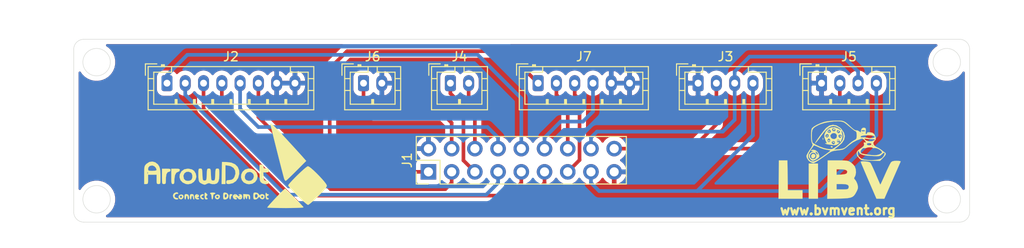
<source format=kicad_pcb>
(kicad_pcb (version 20171130) (host pcbnew "(5.1.5)-3")

  (general
    (thickness 1.6)
    (drawings 17)
    (tracks 87)
    (zones 0)
    (modules 9)
    (nets 18)
  )

  (page A4)
  (layers
    (0 F.Cu signal)
    (31 B.Cu signal)
    (32 B.Adhes user)
    (33 F.Adhes user)
    (34 B.Paste user)
    (35 F.Paste user)
    (36 B.SilkS user)
    (37 F.SilkS user)
    (38 B.Mask user)
    (39 F.Mask user)
    (40 Dwgs.User user)
    (41 Cmts.User user)
    (42 Eco1.User user)
    (43 Eco2.User user)
    (44 Edge.Cuts user)
    (45 Margin user)
    (46 B.CrtYd user)
    (47 F.CrtYd user)
    (48 B.Fab user)
    (49 F.Fab user)
  )

  (setup
    (last_trace_width 0.25)
    (user_trace_width 0.4)
    (user_trace_width 0.7)
    (trace_clearance 0.2)
    (zone_clearance 0.508)
    (zone_45_only no)
    (trace_min 0.2)
    (via_size 0.8)
    (via_drill 0.4)
    (via_min_size 0.4)
    (via_min_drill 0.3)
    (uvia_size 0.3)
    (uvia_drill 0.1)
    (uvias_allowed no)
    (uvia_min_size 0.2)
    (uvia_min_drill 0.1)
    (edge_width 0.05)
    (segment_width 0.2)
    (pcb_text_width 0.3)
    (pcb_text_size 1.5 1.5)
    (mod_edge_width 0.12)
    (mod_text_size 1 1)
    (mod_text_width 0.15)
    (pad_size 1.524 1.524)
    (pad_drill 0.762)
    (pad_to_mask_clearance 0.051)
    (solder_mask_min_width 0.25)
    (aux_axis_origin 87.5 100.5)
    (visible_elements 7FFFFFFF)
    (pcbplotparams
      (layerselection 0x010fc_ffffffff)
      (usegerberextensions true)
      (usegerberattributes false)
      (usegerberadvancedattributes false)
      (creategerberjobfile false)
      (excludeedgelayer true)
      (linewidth 0.100000)
      (plotframeref false)
      (viasonmask false)
      (mode 1)
      (useauxorigin true)
      (hpglpennumber 1)
      (hpglpenspeed 20)
      (hpglpendiameter 15.000000)
      (psnegative false)
      (psa4output false)
      (plotreference true)
      (plotvalue true)
      (plotinvisibletext false)
      (padsonsilk false)
      (subtractmaskfromsilk false)
      (outputformat 1)
      (mirror false)
      (drillshape 0)
      (scaleselection 1)
      (outputdirectory "New folder/"))
  )

  (net 0 "")
  (net 1 VCC_2)
  (net 2 GND)
  (net 3 /I2C_SDA)
  (net 4 /I2C_SCL)
  (net 5 /CLK_RO)
  (net 6 /DT_RO)
  (net 7 /SW_RO)
  (net 8 /Select)
  (net 9 /ON_OFF)
  (net 10 /Cancel)
  (net 11 /Set)
  (net 12 /Silence)
  (net 13 /Buzzer-)
  (net 14 /Buzzer+)
  (net 15 /LED)
  (net 16 /Breathe)
  (net 17 VCC_1)

  (net_class Default "This is the default net class."
    (clearance 0.2)
    (trace_width 0.25)
    (via_dia 0.8)
    (via_drill 0.4)
    (uvia_dia 0.3)
    (uvia_drill 0.1)
    (add_net /Breathe)
    (add_net /Buzzer+)
    (add_net /Buzzer-)
    (add_net /CLK_RO)
    (add_net /Cancel)
    (add_net /DT_RO)
    (add_net /I2C_SCL)
    (add_net /I2C_SDA)
    (add_net /LED)
    (add_net /ON_OFF)
    (add_net /SW_RO)
    (add_net /Select)
    (add_net /Set)
    (add_net /Silence)
    (add_net GND)
    (add_net VCC_1)
    (add_net VCC_2)
  )

  (module My_Symbol:arrowdot locked (layer F.Cu) (tedit 0) (tstamp 5ECFFA34)
    (at 105.2 94.3)
    (fp_text reference G*** (at 0 0) (layer F.SilkS) hide
      (effects (font (size 1.524 1.524) (thickness 0.3)))
    )
    (fp_text value LOGO (at 0.75 0) (layer F.SilkS) hide
      (effects (font (size 1.524 1.524) (thickness 0.3)))
    )
    (fp_poly (pts (xy 3.927376 -4.54069) (xy 4.086721 -4.415721) (xy 4.324393 -4.192705) (xy 4.648807 -3.863813)
      (xy 5.068382 -3.421217) (xy 5.503334 -2.95279) (xy 5.928328 -2.491268) (xy 6.336231 -2.046746)
      (xy 6.706341 -1.641902) (xy 7.017957 -1.299416) (xy 7.250377 -1.041969) (xy 7.358166 -0.920731)
      (xy 7.731332 -0.494746) (xy 6.639721 0.599294) (xy 6.288716 0.947595) (xy 5.977214 1.250105)
      (xy 5.7253 1.487851) (xy 5.553057 1.641863) (xy 5.481573 1.693333) (xy 5.401329 1.624986)
      (xy 5.333405 1.502833) (xy 5.299364 1.390601) (xy 5.230869 1.13861) (xy 5.133667 0.769599)
      (xy 5.013501 0.306309) (xy 4.876116 -0.228518) (xy 4.727256 -0.812143) (xy 4.572666 -1.421824)
      (xy 4.41809 -2.03482) (xy 4.269274 -2.628391) (xy 4.131962 -3.179795) (xy 4.011897 -3.666293)
      (xy 3.914826 -4.065144) (xy 3.846492 -4.353606) (xy 3.81264 -4.508939) (xy 3.81 -4.527801)
      (xy 3.837941 -4.575441) (xy 3.927376 -4.54069)) (layer F.SilkS) (width 0.01))
    (fp_poly (pts (xy 2.997455 -0.049697) (xy 3.047106 0.087993) (xy 3.048 0.127) (xy 3.07014 0.270141)
      (xy 3.169772 0.328741) (xy 3.344334 0.338667) (xy 3.544732 0.354481) (xy 3.626771 0.425646)
      (xy 3.640667 0.550333) (xy 3.618968 0.69271) (xy 3.520806 0.751567) (xy 3.339909 0.762)
      (xy 3.039151 0.762) (xy 3.064742 1.2065) (xy 3.085404 1.465679) (xy 3.127921 1.600887)
      (xy 3.221165 1.657341) (xy 3.3655 1.677531) (xy 3.566246 1.725186) (xy 3.638346 1.8319)
      (xy 3.640667 1.868031) (xy 3.570637 1.983731) (xy 3.395702 2.037922) (xy 3.168591 2.030937)
      (xy 2.942036 1.96311) (xy 2.794 1.862667) (xy 2.716713 1.765422) (xy 2.666945 1.635497)
      (xy 2.638902 1.436668) (xy 2.626788 1.132709) (xy 2.624667 0.804333) (xy 2.624667 -0.084667)
      (xy 2.836334 -0.084667) (xy 2.997455 -0.049697)) (layer F.SilkS) (width 0.01))
    (fp_poly (pts (xy -0.973666 -0.37356) (xy -0.456116 -0.305625) (xy -0.049283 -0.12535) (xy 0.235908 0.156984)
      (xy 0.388534 0.531096) (xy 0.404918 0.923871) (xy 0.289892 1.364276) (xy 0.051844 1.709581)
      (xy -0.287327 1.938841) (xy -0.705724 2.031111) (xy -0.753629 2.032) (xy -0.938986 2.010905)
      (xy -1.008554 1.920117) (xy -1.016 1.820333) (xy -0.987606 1.667573) (xy -0.868204 1.612949)
      (xy -0.768925 1.608667) (xy -0.460145 1.575724) (xy -0.25676 1.457536) (xy -0.123868 1.263944)
      (xy -0.007917 0.890775) (xy -0.043256 0.550279) (xy -0.215419 0.271479) (xy -0.509938 0.083397)
      (xy -0.740965 0.02595) (xy -1.100666 -0.022296) (xy -1.100666 2.032) (xy -1.528649 2.032)
      (xy -1.505158 0.8255) (xy -1.481666 -0.381) (xy -0.973666 -0.37356)) (layer F.SilkS) (width 0.01))
    (fp_poly (pts (xy -6.291075 0.362329) (xy -6.150129 0.393858) (xy -6.099649 0.464155) (xy -6.096 0.509063)
      (xy -6.16918 0.649925) (xy -6.28438 0.692611) (xy -6.485479 0.802923) (xy -6.620432 1.058539)
      (xy -6.683422 1.446543) (xy -6.687418 1.5875) (xy -6.69628 1.849157) (xy -6.731406 1.982652)
      (xy -6.808469 2.028823) (xy -6.858 2.032) (xy -6.935489 2.020247) (xy -6.984915 1.964425)
      (xy -7.012529 1.833689) (xy -7.024583 1.597196) (xy -7.027328 1.224101) (xy -7.027333 1.19647)
      (xy -7.027333 0.360939) (xy -6.561666 0.356755) (xy -6.291075 0.362329)) (layer F.SilkS) (width 0.01))
    (fp_poly (pts (xy -7.307953 0.36194) (xy -7.167429 0.392736) (xy -7.116381 0.462633) (xy -7.112 0.514952)
      (xy -7.164261 0.648411) (xy -7.232952 0.677333) (xy -7.43083 0.745062) (xy -7.557106 0.952937)
      (xy -7.615139 1.307986) (xy -7.62 1.487714) (xy -7.62381 1.781539) (xy -7.64521 1.944512)
      (xy -7.69916 2.015096) (xy -7.800615 2.031753) (xy -7.831666 2.032) (xy -7.928236 2.026738)
      (xy -7.989793 1.990203) (xy -8.02422 1.891276) (xy -8.039401 1.698834) (xy -8.04322 1.381757)
      (xy -8.043333 1.19647) (xy -8.043333 0.360939) (xy -7.577666 0.356755) (xy -7.307953 0.36194)) (layer F.SilkS) (width 0.01))
    (fp_poly (pts (xy -8.778541 -0.339388) (xy -8.498225 -0.120666) (xy -8.360965 0.085844) (xy -8.282306 0.300225)
      (xy -8.23533 0.585971) (xy -8.214802 0.982684) (xy -8.212798 1.2065) (xy -8.214112 1.584957)
      (xy -8.223549 1.825391) (xy -8.249131 1.95911) (xy -8.298883 2.017425) (xy -8.380826 2.031645)
      (xy -8.424333 2.032) (xy -8.541642 2.021244) (xy -8.604976 1.962467) (xy -8.630905 1.815908)
      (xy -8.635995 1.541806) (xy -8.636 1.524) (xy -8.636 1.016) (xy -9.567333 1.016)
      (xy -9.567333 1.524) (xy -9.571815 1.80554) (xy -9.596305 1.957544) (xy -9.657371 2.019772)
      (xy -9.771581 2.031989) (xy -9.779 2.032) (xy -9.990666 2.032) (xy -9.990666 1.05182)
      (xy -9.989802 0.797278) (xy -9.645316 0.797278) (xy -9.629749 0.907092) (xy -9.600847 0.908403)
      (xy -9.580636 0.795086) (xy -9.594163 0.746125) (xy -9.631758 0.714055) (xy -9.645316 0.797278)
      (xy -9.989802 0.797278) (xy -9.989236 0.63084) (xy -9.981835 0.397933) (xy -9.567333 0.397933)
      (xy -9.552689 0.509701) (xy -9.481329 0.567914) (xy -9.312113 0.589775) (xy -9.101666 0.592667)
      (xy -8.801347 0.576464) (xy -8.655167 0.525961) (xy -8.636 0.484505) (xy -8.709747 0.263834)
      (xy -8.889912 0.082417) (xy -9.114881 0.000459) (xy -9.131867 0) (xy -9.397823 0.059682)
      (xy -9.542065 0.23451) (xy -9.567333 0.397933) (xy -9.981835 0.397933) (xy -9.980091 0.343071)
      (xy -9.955949 0.152394) (xy -9.909529 0.022688) (xy -9.833549 -0.082169) (xy -9.743179 -0.175846)
      (xy -9.440128 -0.374383) (xy -9.105545 -0.426428) (xy -8.778541 -0.339388)) (layer F.SilkS) (width 0.01))
    (fp_poly (pts (xy 1.767956 0.371505) (xy 2.071421 0.523116) (xy 2.296065 0.768791) (xy 2.404549 1.087838)
      (xy 2.409152 1.173118) (xy 2.335503 1.538646) (xy 2.133713 1.820332) (xy 1.83252 1.998078)
      (xy 1.46066 2.051787) (xy 1.206935 2.013907) (xy 0.897235 1.859794) (xy 0.694964 1.611382)
      (xy 0.603425 1.307905) (xy 0.610407 1.208776) (xy 1.009539 1.208776) (xy 1.035893 1.4392)
      (xy 1.161964 1.600587) (xy 1.164167 1.601885) (xy 1.451498 1.692285) (xy 1.721394 1.644242)
      (xy 1.917085 1.475105) (xy 2.008031 1.215948) (xy 1.963114 0.979231) (xy 1.815468 0.798087)
      (xy 1.598227 0.705649) (xy 1.344523 0.73505) (xy 1.234228 0.792248) (xy 1.077464 0.972173)
      (xy 1.009539 1.208776) (xy 0.610407 1.208776) (xy 0.625917 0.988595) (xy 0.765743 0.692687)
      (xy 1.026203 0.459414) (xy 1.073934 0.433243) (xy 1.423014 0.33465) (xy 1.767956 0.371505)) (layer F.SilkS) (width 0.01))
    (fp_poly (pts (xy -1.882883 0.3463) (xy -1.821073 0.392227) (xy -1.790066 0.510985) (xy -1.779248 0.737114)
      (xy -1.778 1.016) (xy -1.801354 1.469414) (xy -1.881657 1.778133) (xy -2.034271 1.961605)
      (xy -2.274559 2.039284) (xy -2.582333 2.034429) (xy -2.757526 1.988667) (xy -2.82301 1.949103)
      (xy -2.940545 1.935557) (xy -3.119343 1.998235) (xy -3.286712 2.081563) (xy -3.401844 2.10218)
      (xy -3.543053 2.059748) (xy -3.691495 1.995768) (xy -3.862111 1.904198) (xy -3.971401 1.784168)
      (xy -4.032621 1.59906) (xy -4.059027 1.312258) (xy -4.064 0.966742) (xy -4.061196 0.645863)
      (xy -4.044865 0.458463) (xy -4.00313 0.368695) (xy -3.924113 0.340712) (xy -3.855895 0.338667)
      (xy -3.751013 0.347606) (xy -3.687154 0.39778) (xy -3.651886 0.524218) (xy -3.63278 0.761953)
      (xy -3.623061 0.994833) (xy -3.607904 1.324398) (xy -3.584794 1.519741) (xy -3.541103 1.615911)
      (xy -3.464207 1.647955) (xy -3.386666 1.651) (xy -3.280036 1.642514) (xy -3.215182 1.593693)
      (xy -3.179479 1.469488) (xy -3.160299 1.234852) (xy -3.150272 0.994833) (xy -3.13491 0.665115)
      (xy -3.11146 0.46967) (xy -3.067689 0.373486) (xy -2.991363 0.341553) (xy -2.921 0.338667)
      (xy -2.817863 0.348086) (xy -2.754994 0.399684) (xy -2.720157 0.528472) (xy -2.701121 0.76946)
      (xy -2.691728 0.994833) (xy -2.676571 1.324398) (xy -2.65346 1.519741) (xy -2.60977 1.615911)
      (xy -2.532873 1.647955) (xy -2.455333 1.651) (xy -2.348702 1.642514) (xy -2.283848 1.593693)
      (xy -2.248145 1.469488) (xy -2.228966 1.234852) (xy -2.218938 0.994833) (xy -2.203681 0.665199)
      (xy -2.180404 0.469809) (xy -2.13668 0.373633) (xy -2.060076 0.341639) (xy -1.986105 0.338667)
      (xy -1.882883 0.3463)) (layer F.SilkS) (width 0.01))
    (fp_poly (pts (xy -5.116019 0.3603) (xy -4.76814 0.436372) (xy -4.534324 0.592974) (xy -4.365532 0.865128)
      (xy -4.346082 0.910167) (xy -4.288615 1.238028) (xy -4.371711 1.545555) (xy -4.566818 1.803805)
      (xy -4.845382 1.983838) (xy -5.178853 2.056711) (xy -5.445246 2.024339) (xy -5.790439 1.859405)
      (xy -6.025699 1.602101) (xy -6.130702 1.28542) (xy -6.117422 1.168838) (xy -5.700889 1.168838)
      (xy -5.64393 1.466903) (xy -5.471885 1.641016) (xy -5.207 1.693333) (xy -4.981198 1.655009)
      (xy -4.823037 1.562755) (xy -4.822256 1.561822) (xy -4.728251 1.34576) (xy -4.723485 1.087369)
      (xy -4.803093 0.864387) (xy -4.870404 0.792349) (xy -5.133865 0.682189) (xy -5.388728 0.708241)
      (xy -5.590608 0.850381) (xy -5.695119 1.088489) (xy -5.700889 1.168838) (xy -6.117422 1.168838)
      (xy -6.094759 0.969907) (xy -5.904711 0.634587) (xy -5.609664 0.424039) (xy -5.233387 0.353067)
      (xy -5.116019 0.3603)) (layer F.SilkS) (width 0.01))
    (fp_poly (pts (xy 3.383017 3.015993) (xy 3.386667 3.043003) (xy 3.455164 3.122521) (xy 3.513667 3.132667)
      (xy 3.626339 3.178384) (xy 3.640667 3.217333) (xy 3.57318 3.294808) (xy 3.527778 3.302)
      (xy 3.42786 3.370073) (xy 3.414889 3.429) (xy 3.475398 3.541407) (xy 3.527778 3.556)
      (xy 3.631078 3.606615) (xy 3.640667 3.640667) (xy 3.57016 3.710682) (xy 3.480227 3.725333)
      (xy 3.369767 3.686723) (xy 3.30946 3.544443) (xy 3.286886 3.380337) (xy 3.280996 3.155223)
      (xy 3.306287 3.012342) (xy 3.320326 2.994341) (xy 3.383017 3.015993)) (layer F.SilkS) (width 0.01))
    (fp_poly (pts (xy 2.436416 3.022817) (xy 2.551208 3.153608) (xy 2.638658 3.266359) (xy 2.688242 3.238274)
      (xy 2.79199 3.143252) (xy 2.958455 3.138365) (xy 3.113976 3.213382) (xy 3.17629 3.306063)
      (xy 3.181542 3.516195) (xy 3.080816 3.659152) (xy 2.923214 3.708987) (xy 2.757835 3.639754)
      (xy 2.693065 3.561412) (xy 2.60913 3.446955) (xy 2.541801 3.472155) (xy 2.47588 3.561412)
      (xy 2.304788 3.690902) (xy 2.154199 3.725333) (xy 2.02645 3.708807) (xy 1.965923 3.629066)
      (xy 1.948055 3.44087) (xy 1.947334 3.344333) (xy 2.116667 3.344333) (xy 2.165653 3.509017)
      (xy 2.274048 3.5543) (xy 2.384009 3.464687) (xy 2.400652 3.429) (xy 2.794 3.429)
      (xy 2.861773 3.541248) (xy 2.921 3.556) (xy 3.033249 3.488227) (xy 3.048 3.429)
      (xy 2.980227 3.316751) (xy 2.921 3.302) (xy 2.808752 3.369773) (xy 2.794 3.429)
      (xy 2.400652 3.429) (xy 2.404216 3.421359) (xy 2.416109 3.236367) (xy 2.29918 3.139265)
      (xy 2.23867 3.132667) (xy 2.141902 3.206422) (xy 2.116667 3.344333) (xy 1.947334 3.344333)
      (xy 1.95478 3.110022) (xy 1.997297 2.999041) (xy 2.105146 2.965458) (xy 2.198355 2.963333)
      (xy 2.436416 3.022817)) (layer F.SilkS) (width 0.01))
    (fp_poly (pts (xy 1.2065 3.148965) (xy 1.434065 3.175955) (xy 1.543269 3.239451) (xy 1.585053 3.379165)
      (xy 1.592865 3.450167) (xy 1.587028 3.639541) (xy 1.535457 3.724733) (xy 1.529365 3.725333)
      (xy 1.461699 3.652911) (xy 1.439334 3.513667) (xy 1.410351 3.354552) (xy 1.354667 3.302)
      (xy 1.2928 3.374942) (xy 1.27 3.5306) (xy 1.243111 3.669989) (xy 1.179902 3.665745)
      (xy 1.10656 3.531609) (xy 1.076373 3.429) (xy 1.04638 3.344946) (xy 1.029858 3.419748)
      (xy 1.025822 3.4925) (xy 0.990682 3.678966) (xy 0.928335 3.718402) (xy 0.869987 3.622718)
      (xy 0.846667 3.424132) (xy 0.846667 3.12293) (xy 1.2065 3.148965)) (layer F.SilkS) (width 0.01))
    (fp_poly (pts (xy 0.111606 3.182022) (xy 0.2178 3.280833) (xy 0.319094 3.379142) (xy 0.414598 3.335358)
      (xy 0.4388 3.310746) (xy 0.499852 3.23265) (xy 0.4445 3.252242) (xy 0.351606 3.254778)
      (xy 0.338667 3.216441) (xy 0.408718 3.152503) (xy 0.529167 3.147945) (xy 0.669641 3.20795)
      (xy 0.717933 3.365785) (xy 0.719667 3.429) (xy 0.689668 3.620504) (xy 0.576468 3.700992)
      (xy 0.528788 3.710105) (xy 0.350192 3.679352) (xy 0.286897 3.604271) (xy 0.171478 3.501174)
      (xy 0.162013 3.499555) (xy 0.451556 3.499555) (xy 0.463178 3.54989) (xy 0.508 3.556)
      (xy 0.57769 3.525022) (xy 0.564445 3.499555) (xy 0.463965 3.489422) (xy 0.451556 3.499555)
      (xy 0.162013 3.499555) (xy 0.054442 3.481155) (xy -0.057564 3.494975) (xy -0.007171 3.521986)
      (xy 0.021167 3.529696) (xy 0.153446 3.606274) (xy 0.13963 3.690172) (xy 0.002979 3.725333)
      (xy -0.165336 3.656984) (xy -0.256896 3.550588) (xy -0.296478 3.352368) (xy -0.245502 3.259667)
      (xy -0.084666 3.259667) (xy -0.042333 3.302) (xy 0 3.259667) (xy -0.042333 3.217333)
      (xy -0.084666 3.259667) (xy -0.245502 3.259667) (xy -0.216415 3.206774) (xy -0.064467 3.140945)
      (xy 0.111606 3.182022)) (layer F.SilkS) (width 0.01))
    (fp_poly (pts (xy -0.370419 3.168123) (xy -0.338666 3.217333) (xy -0.403096 3.29954) (xy -0.423333 3.302)
      (xy -0.486979 3.374456) (xy -0.508 3.513667) (xy -0.536982 3.672781) (xy -0.592666 3.725333)
      (xy -0.648629 3.650904) (xy -0.676602 3.46789) (xy -0.677333 3.429) (xy -0.658391 3.224761)
      (xy -0.584444 3.142353) (xy -0.508 3.132667) (xy -0.370419 3.168123)) (layer F.SilkS) (width 0.01))
    (fp_poly (pts (xy -0.915043 3.030547) (xy -0.780089 3.215519) (xy -0.762 3.344333) (xy -0.832201 3.578803)
      (xy -1.025394 3.708013) (xy -1.159933 3.725333) (xy -1.28049 3.706681) (xy -1.337601 3.620849)
      (xy -1.354171 3.423021) (xy -1.354621 3.351389) (xy -1.185333 3.351389) (xy -1.145946 3.506715)
      (xy -1.059843 3.528756) (xy -0.975114 3.424533) (xy -0.946611 3.316535) (xy -0.970472 3.163779)
      (xy -1.052445 3.132667) (xy -1.160309 3.205699) (xy -1.185333 3.351389) (xy -1.354621 3.351389)
      (xy -1.354666 3.344333) (xy -1.345133 3.108462) (xy -1.301263 2.996723) (xy -1.200151 2.964302)
      (xy -1.159933 2.963333) (xy -0.915043 3.030547)) (layer F.SilkS) (width 0.01))
    (fp_poly (pts (xy -1.765533 3.238163) (xy -1.700179 3.391144) (xy -1.763433 3.579177) (xy -1.781375 3.6024)
      (xy -1.954319 3.71676) (xy -2.133604 3.663648) (xy -2.207223 3.591236) (xy -2.262731 3.429)
      (xy -2.116666 3.429) (xy -2.048894 3.541248) (xy -1.989666 3.556) (xy -1.877418 3.488227)
      (xy -1.862666 3.429) (xy -1.930439 3.316751) (xy -1.989666 3.302) (xy -2.101915 3.369773)
      (xy -2.116666 3.429) (xy -2.262731 3.429) (xy -2.265997 3.419457) (xy -2.18924 3.266387)
      (xy -2.008127 3.180451) (xy -1.939265 3.175) (xy -1.765533 3.238163)) (layer F.SilkS) (width 0.01))
    (fp_poly (pts (xy -2.301799 2.984599) (xy -2.203893 3.036888) (xy -2.201333 3.048) (xy -2.26991 3.123114)
      (xy -2.328333 3.132667) (xy -2.422265 3.196926) (xy -2.455104 3.402011) (xy -2.455333 3.429)
      (xy -2.476599 3.624867) (xy -2.528888 3.722774) (xy -2.54 3.725333) (xy -2.595962 3.650904)
      (xy -2.623935 3.46789) (xy -2.624666 3.429) (xy -2.645932 3.233132) (xy -2.698222 3.135226)
      (xy -2.709333 3.132667) (xy -2.79154 3.068237) (xy -2.794 3.048) (xy -2.719571 2.992038)
      (xy -2.536556 2.964064) (xy -2.497666 2.963333) (xy -2.301799 2.984599)) (layer F.SilkS) (width 0.01))
    (fp_poly (pts (xy -3.247613 3.016316) (xy -3.148541 3.104696) (xy -3.062825 3.223836) (xy -3.112256 3.281085)
      (xy -3.198482 3.366858) (xy -3.211268 3.486706) (xy -3.144276 3.555253) (xy -3.132666 3.556)
      (xy -3.05046 3.620429) (xy -3.048 3.640667) (xy -3.11193 3.71341) (xy -3.243567 3.716056)
      (xy -3.330222 3.668889) (xy -3.365234 3.561754) (xy -3.383257 3.371352) (xy -3.383529 3.164434)
      (xy -3.365288 3.007749) (xy -3.338286 2.963333) (xy -3.247613 3.016316)) (layer F.SilkS) (width 0.01))
    (fp_poly (pts (xy -3.514033 3.160453) (xy -3.471333 3.211445) (xy -3.539815 3.291748) (xy -3.598333 3.302)
      (xy -3.710582 3.369773) (xy -3.725333 3.429) (xy -3.65756 3.541248) (xy -3.598333 3.556)
      (xy -3.485661 3.601717) (xy -3.471333 3.640667) (xy -3.529814 3.717576) (xy -3.66093 3.705548)
      (xy -3.798187 3.612169) (xy -3.806624 3.6024) (xy -3.883866 3.411129) (xy -3.828708 3.239314)
      (xy -3.660968 3.147945) (xy -3.514033 3.160453)) (layer F.SilkS) (width 0.01))
    (fp_poly (pts (xy -4.042951 3.224496) (xy -3.996041 3.348656) (xy -4.072124 3.461204) (xy -4.164884 3.495599)
      (xy -4.360333 3.53294) (xy -4.169833 3.54447) (xy -4.020929 3.585493) (xy -3.979333 3.640667)
      (xy -4.042951 3.713946) (xy -4.187097 3.716174) (xy -4.341709 3.653736) (xy -4.399295 3.602396)
      (xy -4.467097 3.424892) (xy -4.423864 3.259667) (xy -4.233333 3.259667) (xy -4.191 3.302)
      (xy -4.148666 3.259667) (xy -4.191 3.217333) (xy -4.233333 3.259667) (xy -4.423864 3.259667)
      (xy -4.422505 3.254474) (xy -4.292268 3.153824) (xy -4.205759 3.148897) (xy -4.042951 3.224496)) (layer F.SilkS) (width 0.01))
    (fp_poly (pts (xy -4.616291 3.173675) (xy -4.572 3.295075) (xy -4.545134 3.507679) (xy -4.520608 3.591408)
      (xy -4.520755 3.704314) (xy -4.562941 3.725333) (xy -4.633374 3.652936) (xy -4.656666 3.513667)
      (xy -4.685649 3.354552) (xy -4.741333 3.302) (xy -4.804979 3.374456) (xy -4.826 3.513667)
      (xy -4.854982 3.672781) (xy -4.910666 3.725333) (xy -4.966629 3.650904) (xy -4.994602 3.46789)
      (xy -4.995333 3.429) (xy -4.979519 3.228602) (xy -4.908354 3.146562) (xy -4.783666 3.132667)
      (xy -4.616291 3.173675)) (layer F.SilkS) (width 0.01))
    (fp_poly (pts (xy -5.208683 3.182619) (xy -5.131392 3.266591) (xy -5.084195 3.473558) (xy -5.095118 3.647297)
      (xy -5.15961 3.725085) (xy -5.164666 3.725333) (xy -5.228312 3.652877) (xy -5.249333 3.513667)
      (xy -5.278316 3.354552) (xy -5.334 3.302) (xy -5.397646 3.374456) (xy -5.418666 3.513667)
      (xy -5.447649 3.672781) (xy -5.503333 3.725333) (xy -5.559295 3.650904) (xy -5.587269 3.46789)
      (xy -5.588 3.429) (xy -5.571693 3.228102) (xy -5.500336 3.14596) (xy -5.385392 3.132667)
      (xy -5.208683 3.182619)) (layer F.SilkS) (width 0.01))
    (fp_poly (pts (xy -5.744867 3.238163) (xy -5.679512 3.391144) (xy -5.742766 3.579177) (xy -5.760709 3.6024)
      (xy -5.933652 3.71676) (xy -6.112937 3.663648) (xy -6.186556 3.591236) (xy -6.242064 3.429)
      (xy -6.096 3.429) (xy -6.028227 3.541248) (xy -5.969 3.556) (xy -5.856751 3.488227)
      (xy -5.842 3.429) (xy -5.909773 3.316751) (xy -5.969 3.302) (xy -6.081248 3.369773)
      (xy -6.096 3.429) (xy -6.242064 3.429) (xy -6.24533 3.419457) (xy -6.168573 3.266387)
      (xy -5.98746 3.180451) (xy -5.918598 3.175) (xy -5.744867 3.238163)) (layer F.SilkS) (width 0.01))
    (fp_poly (pts (xy -6.334945 2.956109) (xy -6.26545 3.060278) (xy -6.265333 3.066117) (xy -6.32679 3.116205)
      (xy -6.386143 3.104424) (xy -6.533864 3.121184) (xy -6.644661 3.243121) (xy -6.6652 3.406876)
      (xy -6.658463 3.427922) (xy -6.543249 3.533405) (xy -6.437324 3.556) (xy -6.298307 3.590965)
      (xy -6.265333 3.640667) (xy -6.329263 3.716469) (xy -6.477438 3.723308) (xy -6.644441 3.671431)
      (xy -6.764852 3.571085) (xy -6.770354 3.561566) (xy -6.85237 3.306609) (xy -6.782653 3.109376)
      (xy -6.678947 3.016855) (xy -6.492411 2.939296) (xy -6.334945 2.956109)) (layer F.SilkS) (width 0.01))
    (fp_poly (pts (xy 8.054764 0.145364) (xy 8.273469 0.310061) (xy 8.549632 0.552661) (xy 8.857785 0.847071)
      (xy 9.172461 1.167194) (xy 9.468191 1.486937) (xy 9.719507 1.780203) (xy 9.90094 2.020898)
      (xy 9.987024 2.182928) (xy 9.990667 2.207342) (xy 9.957353 2.327941) (xy 9.848333 2.497792)
      (xy 9.649991 2.733377) (xy 9.348709 3.051178) (xy 9.030001 3.370183) (xy 8.694165 3.693249)
      (xy 8.391493 3.969014) (xy 8.145704 4.177045) (xy 7.980516 4.296906) (xy 7.929908 4.318)
      (xy 7.825742 4.260953) (xy 7.625702 4.103035) (xy 7.352675 3.864079) (xy 7.02955 3.563917)
      (xy 6.773908 3.316288) (xy 6.436872 2.977278) (xy 6.147059 2.672595) (xy 5.924529 2.424403)
      (xy 5.789343 2.254867) (xy 5.757334 2.193131) (xy 5.816757 2.081974) (xy 5.978288 1.883549)
      (xy 6.216819 1.622347) (xy 6.507242 1.322858) (xy 6.824449 1.009573) (xy 7.14333 0.706982)
      (xy 7.438779 0.439575) (xy 7.685687 0.231843) (xy 7.858946 0.108276) (xy 7.918986 0.084667)
      (xy 8.054764 0.145364)) (layer F.SilkS) (width 0.01))
    (fp_poly (pts (xy 5.49813 2.59731) (xy 5.668701 2.752851) (xy 5.907189 2.982042) (xy 6.189263 3.260301)
      (xy 6.490593 3.563045) (xy 6.786846 3.865694) (xy 7.053692 4.143666) (xy 7.266801 4.372378)
      (xy 7.40184 4.527248) (xy 7.436556 4.577543) (xy 7.364004 4.602551) (xy 7.137357 4.623543)
      (xy 6.771821 4.639908) (xy 6.282601 4.651035) (xy 5.6849 4.656313) (xy 5.468056 4.656667)
      (xy 4.906874 4.654429) (xy 4.406663 4.648146) (xy 3.990762 4.638466) (xy 3.682512 4.626034)
      (xy 3.505255 4.611497) (xy 3.471334 4.601347) (xy 3.526949 4.513662) (xy 3.677754 4.331943)
      (xy 3.899685 4.081649) (xy 4.168677 3.788238) (xy 4.460667 3.477167) (xy 4.751591 3.173894)
      (xy 5.017386 2.903877) (xy 5.233988 2.692573) (xy 5.377333 2.56544) (xy 5.419806 2.54)
      (xy 5.49813 2.59731)) (layer F.SilkS) (width 0.01))
  )

  (module My_Symbol:LIBV4 locked (layer F.Cu) (tedit 0) (tstamp 5ECFF5D7)
    (at 171.2 94.3)
    (fp_text reference G*** (at 0 0) (layer F.SilkS) hide
      (effects (font (size 1.524 1.524) (thickness 0.3)))
    )
    (fp_text value LOGO (at 0.75 0) (layer F.SilkS) hide
      (effects (font (size 1.524 1.524) (thickness 0.3)))
    )
    (fp_poly (pts (xy -2.621117 -1.206521) (xy -2.558813 -1.056075) (xy -2.625561 -0.887922) (xy -2.788572 -0.775194)
      (xy -2.943196 -0.79376) (xy -3.017382 -0.889) (xy -3.030875 -1.096123) (xy -2.921415 -1.237869)
      (xy -2.794 -1.27) (xy -2.621117 -1.206521)) (layer F.SilkS) (width 0.01))
    (fp_poly (pts (xy -0.489202 -4.008749) (xy -0.470136 -3.986565) (xy -0.478584 -3.875869) (xy -0.500768 -3.856803)
      (xy -0.611464 -3.865251) (xy -0.630531 -3.887435) (xy -0.622082 -3.998131) (xy -0.599898 -4.017198)
      (xy -0.489202 -4.008749)) (layer F.SilkS) (width 0.01))
    (fp_poly (pts (xy -1.019445 -3.74854) (xy -1.016 -3.725333) (xy -1.044887 -3.642868) (xy -1.053336 -3.640667)
      (xy -1.125622 -3.699996) (xy -1.143 -3.725333) (xy -1.136287 -3.803352) (xy -1.105663 -3.81)
      (xy -1.019445 -3.74854)) (layer F.SilkS) (width 0.01))
    (fp_poly (pts (xy -0.000971 -3.744494) (xy 0 -3.725333) (xy -0.065088 -3.64392) (xy -0.089663 -3.640667)
      (xy -0.140229 -3.692537) (xy -0.127 -3.725333) (xy -0.050918 -3.806104) (xy -0.037336 -3.81)
      (xy -0.000971 -3.744494)) (layer F.SilkS) (width 0.01))
    (fp_poly (pts (xy -1.214437 -3.25013) (xy -1.227666 -3.217333) (xy -1.303749 -3.136563) (xy -1.31733 -3.132667)
      (xy -1.353696 -3.198173) (xy -1.354666 -3.217333) (xy -1.289579 -3.298747) (xy -1.265003 -3.302)
      (xy -1.214437 -3.25013)) (layer F.SilkS) (width 0.01))
    (fp_poly (pts (xy 0.169334 -3.259667) (xy 0.250104 -3.183585) (xy 0.254 -3.170003) (xy 0.188494 -3.133638)
      (xy 0.169334 -3.132667) (xy 0.08792 -3.197755) (xy 0.084667 -3.22233) (xy 0.136537 -3.272896)
      (xy 0.169334 -3.259667)) (layer F.SilkS) (width 0.01))
    (fp_poly (pts (xy -1.01846 -2.729571) (xy -1.016 -2.709333) (xy -1.080429 -2.627127) (xy -1.100666 -2.624667)
      (xy -1.182873 -2.689096) (xy -1.185333 -2.709333) (xy -1.120904 -2.79154) (xy -1.100666 -2.794)
      (xy -1.01846 -2.729571)) (layer F.SilkS) (width 0.01))
    (fp_poly (pts (xy -0.592666 -2.582333) (xy -0.511896 -2.506251) (xy -0.508 -2.49267) (xy -0.573506 -2.456304)
      (xy -0.592666 -2.455333) (xy -0.67408 -2.520421) (xy -0.677333 -2.544997) (xy -0.625463 -2.595563)
      (xy -0.592666 -2.582333)) (layer F.SilkS) (width 0.01))
    (fp_poly (pts (xy -1.720163 -2.979208) (xy -1.710069 -2.846885) (xy -1.726847 -2.816931) (xy -1.765329 -2.842182)
      (xy -1.771316 -2.928056) (xy -1.750638 -3.018398) (xy -1.720163 -2.979208)) (layer F.SilkS) (width 0.01))
    (fp_poly (pts (xy -0.00246 -2.729571) (xy 0 -2.709333) (xy -0.064429 -2.627127) (xy -0.084666 -2.624667)
      (xy -0.166873 -2.689096) (xy -0.169333 -2.709333) (xy -0.104904 -2.79154) (xy -0.084666 -2.794)
      (xy -0.00246 -2.729571)) (layer F.SilkS) (width 0.01))
    (fp_poly (pts (xy -0.693488 -2.072462) (xy -0.677333 -2.032) (xy -0.738101 -1.949757) (xy -0.757003 -1.947333)
      (xy -0.87167 -2.008878) (xy -0.889 -2.032) (xy -0.869806 -2.104483) (xy -0.80933 -2.116667)
      (xy -0.693488 -2.072462)) (layer F.SilkS) (width 0.01))
    (fp_poly (pts (xy -2.599544 -1.678068) (xy -2.554817 -1.660792) (xy -2.365049 -1.514783) (xy -2.216132 -1.292481)
      (xy -2.14572 -1.061175) (xy -2.156068 -0.948269) (xy -2.25721 -0.827835) (xy -2.451837 -0.688137)
      (xy -2.67466 -0.568765) (xy -2.860387 -0.509308) (xy -2.882146 -0.508) (xy -2.99623 -0.562535)
      (xy -3.132666 -0.677333) (xy -3.284791 -0.920955) (xy -3.284771 -0.921563) (xy -3.162145 -0.921563)
      (xy -3.129384 -0.840533) (xy -2.976914 -0.710827) (xy -2.76336 -0.683813) (xy -2.568407 -0.768067)
      (xy -2.556933 -0.778933) (xy -2.463469 -0.971463) (xy -2.485515 -1.187679) (xy -2.613766 -1.34849)
      (xy -2.624666 -1.354667) (xy -2.846566 -1.396924) (xy -3.037102 -1.311333) (xy -3.155789 -1.139133)
      (xy -3.162145 -0.921563) (xy -3.284771 -0.921563) (xy -3.276421 -1.164713) (xy -3.114228 -1.381736)
      (xy -2.929495 -1.495726) (xy -2.92484 -1.498189) (xy -2.563303 -1.498189) (xy -2.512641 -1.366513)
      (xy -2.480452 -1.32017) (xy -2.367155 -1.201503) (xy -2.300619 -1.192655) (xy -2.299162 -1.196017)
      (xy -2.322229 -1.3205) (xy -2.373029 -1.399847) (xy -2.506146 -1.517176) (xy -2.563303 -1.498189)
      (xy -2.92484 -1.498189) (xy -2.789769 -1.569641) (xy -2.808707 -1.587144) (xy -2.8575 -1.578904)
      (xy -3.004361 -1.574534) (xy -3.048 -1.610385) (xy -2.977388 -1.690716) (xy -2.80712 -1.715401)
      (xy -2.599544 -1.678068)) (layer F.SilkS) (width 0.01))
    (fp_poly (pts (xy 0.094011 -4.905108) (xy 0.345948 -4.881955) (xy 0.555152 -4.819838) (xy 0.760293 -4.700362)
      (xy 1.00004 -4.50513) (xy 1.313065 -4.215748) (xy 1.411889 -4.122187) (xy 1.652138 -3.924209)
      (xy 1.833478 -3.83467) (xy 1.893319 -3.836135) (xy 2.046515 -3.823386) (xy 2.219782 -3.728994)
      (xy 2.359494 -3.627456) (xy 2.410232 -3.644037) (xy 2.415686 -3.786497) (xy 2.419799 -3.801044)
      (xy 2.455334 -3.801044) (xy 2.527842 -3.744114) (xy 2.667 -3.725333) (xy 2.826191 -3.747103)
      (xy 2.878607 -3.788833) (xy 2.805844 -3.840838) (xy 2.66694 -3.864544) (xy 2.508168 -3.84791)
      (xy 2.455334 -3.801044) (xy 2.419799 -3.801044) (xy 2.477142 -4.003828) (xy 2.635993 -4.125843)
      (xy 2.835767 -4.118267) (xy 2.931712 -4.043177) (xy 2.955914 -3.888678) (xy 2.940811 -3.729853)
      (xy 2.924267 -3.517232) (xy 2.9576 -3.437567) (xy 3.01405 -3.443933) (xy 3.091223 -3.526521)
      (xy 3.081592 -3.570143) (xy 3.122276 -3.616403) (xy 3.299678 -3.629405) (xy 3.393248 -3.624772)
      (xy 3.648348 -3.583574) (xy 3.806656 -3.481724) (xy 3.903314 -3.344333) (xy 4.034365 -3.05411)
      (xy 4.032344 -2.843366) (xy 3.902797 -2.690691) (xy 3.774393 -2.520097) (xy 3.787138 -2.319497)
      (xy 3.927685 -2.128204) (xy 4.136285 -2.002849) (xy 4.389162 -1.878088) (xy 4.59995 -1.738252)
      (xy 4.618955 -1.722004) (xy 4.813635 -1.567223) (xy 4.952582 -1.475618) (xy 5.10182 -1.35642)
      (xy 5.125743 -1.219132) (xy 5.019295 -1.035931) (xy 4.836588 -0.837333) (xy 4.492945 -0.493691)
      (xy 3.479452 -0.522012) (xy 3.049008 -0.535688) (xy 2.752068 -0.553452) (xy 2.552843 -0.583095)
      (xy 2.415545 -0.632403) (xy 2.304383 -0.709166) (xy 2.206646 -0.799007) (xy 2.004785 -1.060147)
      (xy 1.96513 -1.23531) (xy 2.049745 -1.23531) (xy 2.168469 -0.978906) (xy 2.402017 -0.770648)
      (xy 2.456241 -0.740965) (xy 2.745553 -0.649578) (xy 3.135644 -0.596717) (xy 3.573121 -0.581924)
      (xy 4.00459 -0.604739) (xy 4.37666 -0.664703) (xy 4.633228 -0.75969) (xy 4.811853 -0.915805)
      (xy 4.944307 -1.113637) (xy 5.002222 -1.299084) (xy 4.972148 -1.406074) (xy 4.891375 -1.380874)
      (xy 4.744802 -1.264148) (xy 4.700073 -1.221042) (xy 4.590627 -1.118213) (xy 4.485033 -1.054067)
      (xy 4.344355 -1.022071) (xy 4.129658 -1.01569) (xy 3.802007 -1.028389) (xy 3.611593 -1.038361)
      (xy 3.085486 -1.077416) (xy 2.704724 -1.134581) (xy 2.445679 -1.216938) (xy 2.284723 -1.331572)
      (xy 2.207541 -1.459269) (xy 2.184943 -1.508221) (xy 2.370667 -1.508221) (xy 2.385058 -1.404729)
      (xy 2.450019 -1.333236) (xy 2.598232 -1.279518) (xy 2.862376 -1.229351) (xy 3.090334 -1.195006)
      (xy 3.55378 -1.136186) (xy 3.895545 -1.116681) (xy 4.158886 -1.137488) (xy 4.387064 -1.199603)
      (xy 4.455177 -1.226462) (xy 4.643315 -1.333442) (xy 4.722924 -1.438609) (xy 4.721097 -1.459296)
      (xy 4.603907 -1.613425) (xy 4.390825 -1.765842) (xy 4.149395 -1.878473) (xy 3.947161 -1.913246)
      (xy 3.923142 -1.909087) (xy 3.758993 -1.899724) (xy 3.691143 -1.934158) (xy 3.583205 -1.977233)
      (xy 3.381949 -1.987746) (xy 3.159777 -1.967937) (xy 2.989089 -1.920046) (xy 2.97464 -1.911988)
      (xy 2.826549 -1.892526) (xy 2.788665 -1.908297) (xy 2.662134 -1.901452) (xy 2.515678 -1.792422)
      (xy 2.402236 -1.631875) (xy 2.370667 -1.508221) (xy 2.184943 -1.508221) (xy 2.147622 -1.589064)
      (xy 2.102898 -1.567736) (xy 2.069954 -1.492926) (xy 2.049745 -1.23531) (xy 1.96513 -1.23531)
      (xy 1.947334 -1.313915) (xy 1.969115 -1.481826) (xy 2.057433 -1.619824) (xy 2.246747 -1.771908)
      (xy 2.370748 -1.854512) (xy 2.607844 -2.018193) (xy 2.72622 -2.138517) (xy 2.731307 -2.159)
      (xy 3.640667 -2.159) (xy 3.683 -2.116667) (xy 3.725334 -2.159) (xy 3.683 -2.201333)
      (xy 3.640667 -2.159) (xy 2.731307 -2.159) (xy 2.75505 -2.254599) (xy 2.742488 -2.328333)
      (xy 3.048 -2.328333) (xy 3.123728 -2.227507) (xy 3.302 -2.201333) (xy 3.503652 -2.239198)
      (xy 3.556 -2.328333) (xy 3.480272 -2.42916) (xy 3.302 -2.455333) (xy 3.100348 -2.417469)
      (xy 3.048 -2.328333) (xy 2.742488 -2.328333) (xy 2.739075 -2.348359) (xy 2.716671 -2.500916)
      (xy 2.774146 -2.529857) (xy 2.823661 -2.514245) (xy 2.94246 -2.497682) (xy 2.931535 -2.58769)
      (xy 2.791128 -2.782291) (xy 2.790853 -2.782622) (xy 2.666944 -2.880808) (xy 2.804412 -2.880808)
      (xy 2.892003 -2.783983) (xy 2.9845 -2.728002) (xy 3.289788 -2.642653) (xy 3.605869 -2.649833)
      (xy 3.855606 -2.747687) (xy 3.857318 -2.748974) (xy 3.935046 -2.818806) (xy 3.915219 -2.856501)
      (xy 3.772506 -2.872254) (xy 3.541758 -2.875974) (xy 3.25226 -2.8862) (xy 3.019519 -2.909624)
      (xy 2.927925 -2.930059) (xy 2.812371 -2.943839) (xy 2.804412 -2.880808) (xy 2.666944 -2.880808)
      (xy 2.609927 -2.925988) (xy 2.476169 -2.936399) (xy 1.958879 -2.748752) (xy 1.537658 -2.53055)
      (xy 1.139475 -2.242344) (xy 1.045163 -2.163451) (xy 0.77435 -1.938882) (xy 0.569809 -1.800785)
      (xy 0.371468 -1.722884) (xy 0.119257 -1.678907) (xy -0.11838 -1.654531) (xy -0.492136 -1.607234)
      (xy -0.761657 -1.535158) (xy -0.992003 -1.417205) (xy -1.118696 -1.330153) (xy -1.669688 -0.935366)
      (xy -2.122886 -0.625278) (xy -2.469173 -0.405752) (xy -2.699433 -0.282648) (xy -2.787909 -0.257)
      (xy -2.960554 -0.298851) (xy -3.123347 -0.372153) (xy -3.344899 -0.563093) (xy -3.504393 -0.822903)
      (xy -3.553 -1.027323) (xy -3.536651 -1.076467) (xy -3.379316 -1.076467) (xy -3.371858 -0.840914)
      (xy -3.262768 -0.641948) (xy -3.217333 -0.592667) (xy -3.048475 -0.467958) (xy -2.85671 -0.42882)
      (xy -2.618295 -0.481782) (xy -2.309487 -0.633374) (xy -1.906543 -0.890125) (xy -1.754882 -0.994833)
      (xy -1.43538 -1.222259) (xy -1.17385 -1.415938) (xy -0.997762 -1.555003) (xy -0.934567 -1.61804)
      (xy -1.008368 -1.656836) (xy -1.200165 -1.698371) (xy -1.341471 -1.718322) (xy -1.652352 -1.785573)
      (xy -2.011359 -1.906266) (xy -2.228105 -2.000592) (xy -2.479305 -2.116245) (xy -2.662466 -2.186393)
      (xy -2.733376 -2.196644) (xy -3.065929 -1.734933) (xy -3.279291 -1.368007) (xy -3.379316 -1.076467)
      (xy -3.536651 -1.076467) (xy -3.508789 -1.160212) (xy -3.389136 -1.385449) (xy -3.218182 -1.658428)
      (xy -3.184462 -1.708262) (xy -2.998721 -1.988175) (xy -2.900422 -2.16943) (xy -2.876089 -2.289345)
      (xy -2.912245 -2.385238) (xy -2.930462 -2.411622) (xy -2.99282 -2.585243) (xy -3.032611 -2.869602)
      (xy -3.049461 -3.211566) (xy -3.04916 -3.2277) (xy -2.963333 -3.2277) (xy -2.948755 -2.823928)
      (xy -2.906187 -2.565968) (xy -2.8575 -2.476108) (xy -2.531625 -2.26702) (xy -2.111885 -2.067282)
      (xy -1.669105 -1.905666) (xy -1.274108 -1.810944) (xy -1.197278 -1.801629) (xy -0.929722 -1.783299)
      (xy -0.739597 -1.800764) (xy -0.565839 -1.873854) (xy -0.347385 -2.022397) (xy -0.217266 -2.119869)
      (xy 0.17753 -2.464639) (xy 0.415917 -2.794147) (xy 0.506902 -3.129345) (xy 0.459493 -3.491186)
      (xy 0.420965 -3.604564) (xy 0.341795 -3.770398) (xy 0.297935 -3.787644) (xy 0.298837 -3.675064)
      (xy 0.350088 -3.463894) (xy 0.396037 -3.218974) (xy 0.355272 -2.983959) (xy 0.296952 -2.8332)
      (xy 0.205417 -2.631133) (xy 0.150246 -2.568608) (xy 0.103881 -2.628363) (xy 0.07672 -2.695257)
      (xy -0.028458 -2.836007) (xy -0.142216 -2.837599) (xy -0.208858 -2.706854) (xy -0.211666 -2.659945)
      (xy -0.16053 -2.534102) (xy -0.042333 -2.521166) (xy 0.058736 -2.525422) (xy 0.03999 -2.475969)
      (xy -0.081627 -2.365916) (xy -0.255625 -2.252468) (xy -0.457528 -2.218791) (xy -0.674294 -2.235967)
      (xy -0.952732 -2.271015) (xy -1.187243 -2.29998) (xy -1.241807 -2.30655) (xy -1.421553 -2.357015)
      (xy -1.495807 -2.405323) (xy -1.49647 -2.44737) (xy -1.419752 -2.429756) (xy -1.33607 -2.411848)
      (xy -1.331388 -2.46744) (xy -1.350514 -2.507581) (xy -0.800868 -2.507581) (xy -0.752677 -2.401767)
      (xy -0.605426 -2.293659) (xy -0.488203 -2.348427) (xy -0.451767 -2.418691) (xy -0.447791 -2.585932)
      (xy -0.547501 -2.674544) (xy -0.696835 -2.642132) (xy -0.717122 -2.626778) (xy -0.800868 -2.507581)
      (xy -1.350514 -2.507581) (xy -1.408342 -2.628944) (xy -1.440919 -2.690179) (xy -1.468868 -2.762053)
      (xy -1.250292 -2.762053) (xy -1.213081 -2.613654) (xy -1.107269 -2.540197) (xy -1.100666 -2.54)
      (xy -0.996121 -2.607953) (xy -0.959767 -2.672691) (xy -0.956192 -2.829198) (xy -1.040394 -2.930724)
      (xy -1.161711 -2.928364) (xy -1.196575 -2.901291) (xy -1.250292 -2.762053) (xy -1.468868 -2.762053)
      (xy -1.583028 -3.055623) (xy -1.581167 -3.234017) (xy -1.478303 -3.234017) (xy -1.467575 -3.16881)
      (xy -1.358765 -3.060556) (xy -1.216322 -3.075761) (xy -1.1291 -3.180691) (xy -1.129898 -3.217333)
      (xy -0.931333 -3.217333) (xy -0.862801 -3.023032) (xy -0.696987 -2.907197) (xy -0.493567 -2.884746)
      (xy -0.312217 -2.9706) (xy -0.254 -3.048) (xy -0.209693 -3.264506) (xy -0.221946 -3.298291)
      (xy -0.044625 -3.298291) (xy -0.042994 -3.168391) (xy 0.006605 -3.082375) (xy 0.107491 -2.99864)
      (xy 0.210478 -3.053536) (xy 0.235579 -3.077959) (xy 0.311612 -3.216926) (xy 0.301355 -3.293875)
      (xy 0.168563 -3.379631) (xy 0.011503 -3.353372) (xy -0.044625 -3.298291) (xy -0.221946 -3.298291)
      (xy -0.254 -3.386667) (xy -0.406161 -3.525795) (xy -0.607085 -3.549946) (xy -0.797097 -3.474038)
      (xy -0.916521 -3.312991) (xy -0.931333 -3.217333) (xy -1.129898 -3.217333) (xy -1.132691 -3.345541)
      (xy -1.170503 -3.405703) (xy -1.296392 -3.44119) (xy -1.419647 -3.367491) (xy -1.478303 -3.234017)
      (xy -1.581167 -3.234017) (xy -1.579614 -3.382747) (xy -1.437163 -3.709262) (xy -1.422196 -3.725741)
      (xy -1.242945 -3.725741) (xy -1.232688 -3.648792) (xy -1.099896 -3.563036) (xy -0.942836 -3.589295)
      (xy -0.886708 -3.644376) (xy -0.887363 -3.696605) (xy -0.224776 -3.696605) (xy -0.171445 -3.600878)
      (xy -0.054447 -3.516598) (xy 0.057816 -3.56885) (xy 0.133036 -3.665082) (xy 0.075085 -3.77034)
      (xy 0.047188 -3.799099) (xy -0.100533 -3.873752) (xy -0.207688 -3.824628) (xy -0.224776 -3.696605)
      (xy -0.887363 -3.696605) (xy -0.888339 -3.774276) (xy -0.937938 -3.860292) (xy -0.995558 -3.908117)
      (xy -0.746952 -3.908117) (xy -0.734661 -3.860878) (xy -0.620184 -3.743949) (xy -0.464892 -3.742609)
      (xy -0.375978 -3.818125) (xy -0.37976 -3.946439) (xy -0.434482 -4.02673) (xy -0.579899 -4.091231)
      (xy -0.705304 -4.039954) (xy -0.746952 -3.908117) (xy -0.995558 -3.908117) (xy -1.038824 -3.944027)
      (xy -1.141811 -3.889131) (xy -1.166912 -3.864708) (xy -1.242945 -3.725741) (xy -1.422196 -3.725741)
      (xy -1.168649 -4.004887) (xy -0.828837 -4.164052) (xy -0.454565 -4.180608) (xy -0.082667 -4.048406)
      (xy 0.050697 -3.957628) (xy 0.193556 -3.864834) (xy 0.244273 -3.875813) (xy 0.240661 -3.892352)
      (xy 0.131512 -4.019486) (xy -0.079091 -4.154462) (xy -0.328198 -4.26457) (xy -0.552857 -4.317102)
      (xy -0.57855 -4.318) (xy -0.84024 -4.28058) (xy -1.095767 -4.156813) (xy -1.366608 -3.929437)
      (xy -1.674241 -3.581189) (xy -1.956474 -3.210542) (xy -2.193224 -2.893106) (xy -2.393903 -2.637168)
      (xy -2.538287 -2.46759) (xy -2.606153 -2.409239) (xy -2.607577 -2.410021) (xy -2.579647 -2.49206)
      (xy -2.46917 -2.675649) (xy -2.298639 -2.92952) (xy -2.090543 -3.222405) (xy -1.867374 -3.523035)
      (xy -1.651624 -3.800142) (xy -1.465783 -4.022458) (xy -1.385535 -4.10897) (xy -1.037967 -4.356988)
      (xy -0.658483 -4.446447) (xy -0.27004 -4.378984) (xy 0.104403 -4.156235) (xy 0.276163 -3.990511)
      (xy 0.546135 -3.599892) (xy 0.646994 -3.213769) (xy 0.578928 -2.833274) (xy 0.342125 -2.459542)
      (xy -0.034348 -2.115266) (xy -0.26805 -1.936802) (xy -0.43727 -1.803733) (xy -0.507661 -1.743106)
      (xy -0.508 -1.742267) (xy -0.431202 -1.74238) (xy -0.230261 -1.757635) (xy 0.03943 -1.783539)
      (xy 0.354174 -1.825907) (xy 0.571938 -1.895543) (xy 0.764928 -2.026503) (xy 0.978792 -2.226596)
      (xy 1.235681 -2.456474) (xy 1.496333 -2.652921) (xy 1.659029 -2.749802) (xy 1.83201 -2.8454)
      (xy 1.917007 -2.956318) (xy 1.945004 -3.142328) (xy 1.945176 -3.154415) (xy 2.370667 -3.154415)
      (xy 2.419683 -3.06683) (xy 2.58714 -3.06743) (xy 2.6035 -3.070379) (xy 2.841374 -3.078955)
      (xy 3.005667 -3.04458) (xy 3.343896 -2.974927) (xy 3.722511 -3.001076) (xy 3.790618 -3.017164)
      (xy 3.9204 -3.075711) (xy 3.902459 -3.164287) (xy 3.884382 -3.187393) (xy 3.753895 -3.250708)
      (xy 3.518757 -3.289621) (xy 3.224608 -3.305126) (xy 2.917088 -3.298217) (xy 2.641836 -3.269889)
      (xy 2.444492 -3.221135) (xy 2.370667 -3.154415) (xy 1.945176 -3.154415) (xy 1.947334 -3.305972)
      (xy 1.933157 -3.513667) (xy 2.54 -3.513667) (xy 2.582334 -3.471333) (xy 2.624667 -3.513667)
      (xy 2.582334 -3.556) (xy 2.54 -3.513667) (xy 1.933157 -3.513667) (xy 1.92914 -3.572508)
      (xy 1.878972 -3.711732) (xy 1.85089 -3.725333) (xy 1.745847 -3.777882) (xy 1.552521 -3.917438)
      (xy 1.307714 -4.116871) (xy 1.237057 -4.177906) (xy 0.968564 -4.405009) (xy 0.726632 -4.596105)
      (xy 0.556267 -4.715927) (xy 0.534733 -4.72824) (xy 0.26619 -4.804855) (xy -0.119944 -4.831051)
      (xy -0.581142 -4.811506) (xy -1.074876 -4.750897) (xy -1.558619 -4.653902) (xy -1.989842 -4.525196)
      (xy -2.226125 -4.424599) (xy -2.570295 -4.238519) (xy -2.786924 -4.068271) (xy -2.905181 -3.866492)
      (xy -2.954238 -3.585823) (xy -2.963333 -3.2277) (xy -3.04916 -3.2277) (xy -3.042996 -3.558004)
      (xy -3.012843 -3.855784) (xy -2.95863 -4.051774) (xy -2.942166 -4.077553) (xy -2.744661 -4.24594)
      (xy -2.433535 -4.429216) (xy -2.059755 -4.602464) (xy -1.674288 -4.740764) (xy -1.481666 -4.7916)
      (xy -1.144788 -4.846555) (xy -0.722244 -4.887666) (xy -0.297598 -4.907126) (xy -0.239329 -4.907693)
      (xy 0.094011 -4.905108)) (layer F.SilkS) (width 0.01))
    (fp_poly (pts (xy 6.565411 -0.496798) (xy 6.725698 -0.467823) (xy 6.759222 -0.437912) (xy 6.718854 -0.344288)
      (xy 6.619807 -0.116974) (xy 6.471428 0.22265) (xy 6.283064 0.653204) (xy 6.064062 1.153309)
      (xy 5.852339 1.636422) (xy 4.973678 3.640667) (xy 4.540006 3.639211) (xy 4.106334 3.637756)
      (xy 3.259667 1.675692) (xy 3.027203 1.135465) (xy 2.81717 0.644466) (xy 2.638911 0.224775)
      (xy 2.501769 -0.101531) (xy 2.415089 -0.312373) (xy 2.388304 -0.383277) (xy 2.44645 -0.431658)
      (xy 2.619601 -0.450661) (xy 2.856681 -0.443931) (xy 3.106614 -0.415114) (xy 3.318321 -0.367855)
      (xy 3.438354 -0.308347) (xy 3.503804 -0.199055) (xy 3.620105 0.035992) (xy 3.772906 0.366271)
      (xy 3.947857 0.761261) (xy 4.021165 0.931333) (xy 4.194702 1.335684) (xy 4.343893 1.680566)
      (xy 4.456535 1.937977) (xy 4.52042 2.079915) (xy 4.52994 2.098572) (xy 4.568959 2.034179)
      (xy 4.663178 1.840662) (xy 4.80036 1.544226) (xy 4.968262 1.171069) (xy 5.058618 0.966844)
      (xy 5.248044 0.54625) (xy 5.424908 0.17146) (xy 5.573386 -0.125264) (xy 5.677654 -0.311663)
      (xy 5.703828 -0.348562) (xy 5.841687 -0.449626) (xy 6.062082 -0.498327) (xy 6.313894 -0.508)
      (xy 6.565411 -0.496798)) (layer F.SilkS) (width 0.01))
    (fp_poly (pts (xy 0.33726 -0.548284) (xy 0.661223 -0.538675) (xy 0.886329 -0.516314) (xy 1.047811 -0.47601)
      (xy 1.180898 -0.412572) (xy 1.28934 -0.342537) (xy 1.519089 -0.151302) (xy 1.70479 0.059612)
      (xy 1.732949 0.102865) (xy 1.845203 0.413777) (xy 1.871192 0.770559) (xy 1.809755 1.096462)
      (xy 1.749815 1.217956) (xy 1.66554 1.373985) (xy 1.6905 1.478266) (xy 1.772356 1.561225)
      (xy 1.890942 1.728699) (xy 2.002072 1.980073) (xy 2.032444 2.075919) (xy 2.087313 2.314763)
      (xy 2.081414 2.499315) (xy 2.004824 2.709631) (xy 1.936428 2.850447) (xy 1.793487 3.113623)
      (xy 1.648264 3.307076) (xy 1.472147 3.442214) (xy 1.236526 3.53045) (xy 0.912792 3.58319)
      (xy 0.472332 3.611847) (xy -0.007367 3.625623) (xy -1.272985 3.652912) (xy -1.255509 2.032)
      (xy -0.254 2.032) (xy -0.254 2.624667) (xy 0.375295 2.624667) (xy 0.702398 2.619695)
      (xy 0.89889 2.59826) (xy 1.003359 2.550585) (xy 1.054395 2.466892) (xy 1.059623 2.45127)
      (xy 1.075647 2.256259) (xy 0.968472 2.126577) (xy 0.724495 2.054424) (xy 0.330107 2.032)
      (xy -0.254 2.032) (xy -1.255509 2.032) (xy -1.250326 1.551289) (xy -1.238165 0.423333)
      (xy -0.254 0.423333) (xy -0.254 1.02408) (xy 0.266364 0.998873) (xy 0.604042 0.965493)
      (xy 0.803212 0.900411) (xy 0.875287 0.832597) (xy 0.921432 0.653065) (xy 0.811957 0.521647)
      (xy 0.555081 0.443667) (xy 0.243633 0.423333) (xy -0.254 0.423333) (xy -1.238165 0.423333)
      (xy -1.227666 -0.550333) (xy -0.120789 -0.550333) (xy 0.33726 -0.548284)) (layer F.SilkS) (width 0.01))
    (fp_poly (pts (xy -2.286 3.640667) (xy -3.302 3.640667) (xy -3.302 -0.211667) (xy -2.286 -0.211667)
      (xy -2.286 3.640667)) (layer F.SilkS) (width 0.01))
    (fp_poly (pts (xy -5.584343 2.709333) (xy -3.979333 2.709333) (xy -3.979333 3.640667) (xy -6.606958 3.640667)
      (xy -6.561666 -0.550333) (xy -5.630333 -0.550333) (xy -5.584343 2.709333)) (layer F.SilkS) (width 0.01))
  )

  (module Connector_JST:JST_PH_B6B-PH-K_1x06_P2.00mm_Vertical (layer F.Cu) (tedit 5B7745C2) (tstamp 5ECFCB20)
    (at 138.3 85.3)
    (descr "JST PH series connector, B6B-PH-K (http://www.jst-mfg.com/product/pdf/eng/ePH.pdf), generated with kicad-footprint-generator")
    (tags "connector JST PH side entry")
    (path /5ED19453)
    (fp_text reference J7 (at 5 -2.9) (layer F.SilkS)
      (effects (font (size 1 1) (thickness 0.15)))
    )
    (fp_text value Rotary (at 5 4) (layer F.Fab)
      (effects (font (size 1 1) (thickness 0.15)))
    )
    (fp_text user %R (at 5 1.5) (layer F.Fab)
      (effects (font (size 1 1) (thickness 0.15)))
    )
    (fp_line (start 12.45 -2.2) (end -2.45 -2.2) (layer F.CrtYd) (width 0.05))
    (fp_line (start 12.45 3.3) (end 12.45 -2.2) (layer F.CrtYd) (width 0.05))
    (fp_line (start -2.45 3.3) (end 12.45 3.3) (layer F.CrtYd) (width 0.05))
    (fp_line (start -2.45 -2.2) (end -2.45 3.3) (layer F.CrtYd) (width 0.05))
    (fp_line (start 11.95 -1.7) (end -1.95 -1.7) (layer F.Fab) (width 0.1))
    (fp_line (start 11.95 2.8) (end 11.95 -1.7) (layer F.Fab) (width 0.1))
    (fp_line (start -1.95 2.8) (end 11.95 2.8) (layer F.Fab) (width 0.1))
    (fp_line (start -1.95 -1.7) (end -1.95 2.8) (layer F.Fab) (width 0.1))
    (fp_line (start -2.36 -2.11) (end -2.36 -0.86) (layer F.Fab) (width 0.1))
    (fp_line (start -1.11 -2.11) (end -2.36 -2.11) (layer F.Fab) (width 0.1))
    (fp_line (start -2.36 -2.11) (end -2.36 -0.86) (layer F.SilkS) (width 0.12))
    (fp_line (start -1.11 -2.11) (end -2.36 -2.11) (layer F.SilkS) (width 0.12))
    (fp_line (start 9 2.3) (end 9 1.8) (layer F.SilkS) (width 0.12))
    (fp_line (start 9.1 1.8) (end 9.1 2.3) (layer F.SilkS) (width 0.12))
    (fp_line (start 8.9 1.8) (end 9.1 1.8) (layer F.SilkS) (width 0.12))
    (fp_line (start 8.9 2.3) (end 8.9 1.8) (layer F.SilkS) (width 0.12))
    (fp_line (start 7 2.3) (end 7 1.8) (layer F.SilkS) (width 0.12))
    (fp_line (start 7.1 1.8) (end 7.1 2.3) (layer F.SilkS) (width 0.12))
    (fp_line (start 6.9 1.8) (end 7.1 1.8) (layer F.SilkS) (width 0.12))
    (fp_line (start 6.9 2.3) (end 6.9 1.8) (layer F.SilkS) (width 0.12))
    (fp_line (start 5 2.3) (end 5 1.8) (layer F.SilkS) (width 0.12))
    (fp_line (start 5.1 1.8) (end 5.1 2.3) (layer F.SilkS) (width 0.12))
    (fp_line (start 4.9 1.8) (end 5.1 1.8) (layer F.SilkS) (width 0.12))
    (fp_line (start 4.9 2.3) (end 4.9 1.8) (layer F.SilkS) (width 0.12))
    (fp_line (start 3 2.3) (end 3 1.8) (layer F.SilkS) (width 0.12))
    (fp_line (start 3.1 1.8) (end 3.1 2.3) (layer F.SilkS) (width 0.12))
    (fp_line (start 2.9 1.8) (end 3.1 1.8) (layer F.SilkS) (width 0.12))
    (fp_line (start 2.9 2.3) (end 2.9 1.8) (layer F.SilkS) (width 0.12))
    (fp_line (start 1 2.3) (end 1 1.8) (layer F.SilkS) (width 0.12))
    (fp_line (start 1.1 1.8) (end 1.1 2.3) (layer F.SilkS) (width 0.12))
    (fp_line (start 0.9 1.8) (end 1.1 1.8) (layer F.SilkS) (width 0.12))
    (fp_line (start 0.9 2.3) (end 0.9 1.8) (layer F.SilkS) (width 0.12))
    (fp_line (start 12.06 0.8) (end 11.45 0.8) (layer F.SilkS) (width 0.12))
    (fp_line (start 12.06 -0.5) (end 11.45 -0.5) (layer F.SilkS) (width 0.12))
    (fp_line (start -2.06 0.8) (end -1.45 0.8) (layer F.SilkS) (width 0.12))
    (fp_line (start -2.06 -0.5) (end -1.45 -0.5) (layer F.SilkS) (width 0.12))
    (fp_line (start 9.5 -1.2) (end 9.5 -1.81) (layer F.SilkS) (width 0.12))
    (fp_line (start 11.45 -1.2) (end 9.5 -1.2) (layer F.SilkS) (width 0.12))
    (fp_line (start 11.45 2.3) (end 11.45 -1.2) (layer F.SilkS) (width 0.12))
    (fp_line (start -1.45 2.3) (end 11.45 2.3) (layer F.SilkS) (width 0.12))
    (fp_line (start -1.45 -1.2) (end -1.45 2.3) (layer F.SilkS) (width 0.12))
    (fp_line (start 0.5 -1.2) (end -1.45 -1.2) (layer F.SilkS) (width 0.12))
    (fp_line (start 0.5 -1.81) (end 0.5 -1.2) (layer F.SilkS) (width 0.12))
    (fp_line (start -0.3 -1.91) (end -0.6 -1.91) (layer F.SilkS) (width 0.12))
    (fp_line (start -0.6 -2.01) (end -0.6 -1.81) (layer F.SilkS) (width 0.12))
    (fp_line (start -0.3 -2.01) (end -0.6 -2.01) (layer F.SilkS) (width 0.12))
    (fp_line (start -0.3 -1.81) (end -0.3 -2.01) (layer F.SilkS) (width 0.12))
    (fp_line (start 12.06 -1.81) (end -2.06 -1.81) (layer F.SilkS) (width 0.12))
    (fp_line (start 12.06 2.91) (end 12.06 -1.81) (layer F.SilkS) (width 0.12))
    (fp_line (start -2.06 2.91) (end 12.06 2.91) (layer F.SilkS) (width 0.12))
    (fp_line (start -2.06 -1.81) (end -2.06 2.91) (layer F.SilkS) (width 0.12))
    (pad 6 thru_hole oval (at 10 0) (size 1.2 1.75) (drill 0.75) (layers *.Cu *.Mask)
      (net 2 GND))
    (pad 5 thru_hole oval (at 8 0) (size 1.2 1.75) (drill 0.75) (layers *.Cu *.Mask)
      (net 2 GND))
    (pad 4 thru_hole oval (at 6 0) (size 1.2 1.75) (drill 0.75) (layers *.Cu *.Mask)
      (net 7 /SW_RO))
    (pad 3 thru_hole oval (at 4 0) (size 1.2 1.75) (drill 0.75) (layers *.Cu *.Mask)
      (net 6 /DT_RO))
    (pad 2 thru_hole oval (at 2 0) (size 1.2 1.75) (drill 0.75) (layers *.Cu *.Mask)
      (net 5 /CLK_RO))
    (pad 1 thru_hole roundrect (at 0 0) (size 1.2 1.75) (drill 0.75) (layers *.Cu *.Mask) (roundrect_rratio 0.208333)
      (net 17 VCC_1))
    (model ${KISYS3DMOD}/Connector_JST.3dshapes/JST_PH_B6B-PH-K_1x06_P2.00mm_Vertical.wrl
      (at (xyz 0 0 0))
      (scale (xyz 1 1 1))
      (rotate (xyz 0 0 0))
    )
  )

  (module Connector_JST:JST_PH_B2B-PH-K_1x02_P2.00mm_Vertical (layer F.Cu) (tedit 5B7745C2) (tstamp 5ECFCAE2)
    (at 119.2 85.3)
    (descr "JST PH series connector, B2B-PH-K (http://www.jst-mfg.com/product/pdf/eng/ePH.pdf), generated with kicad-footprint-generator")
    (tags "connector JST PH side entry")
    (path /5ED100C5)
    (fp_text reference J6 (at 1 -2.9) (layer F.SilkS)
      (effects (font (size 1 1) (thickness 0.15)))
    )
    (fp_text value LED (at 1 4) (layer F.Fab)
      (effects (font (size 1 1) (thickness 0.15)))
    )
    (fp_text user %R (at 1 1.5) (layer F.Fab)
      (effects (font (size 1 1) (thickness 0.15)))
    )
    (fp_line (start 4.45 -2.2) (end -2.45 -2.2) (layer F.CrtYd) (width 0.05))
    (fp_line (start 4.45 3.3) (end 4.45 -2.2) (layer F.CrtYd) (width 0.05))
    (fp_line (start -2.45 3.3) (end 4.45 3.3) (layer F.CrtYd) (width 0.05))
    (fp_line (start -2.45 -2.2) (end -2.45 3.3) (layer F.CrtYd) (width 0.05))
    (fp_line (start 3.95 -1.7) (end -1.95 -1.7) (layer F.Fab) (width 0.1))
    (fp_line (start 3.95 2.8) (end 3.95 -1.7) (layer F.Fab) (width 0.1))
    (fp_line (start -1.95 2.8) (end 3.95 2.8) (layer F.Fab) (width 0.1))
    (fp_line (start -1.95 -1.7) (end -1.95 2.8) (layer F.Fab) (width 0.1))
    (fp_line (start -2.36 -2.11) (end -2.36 -0.86) (layer F.Fab) (width 0.1))
    (fp_line (start -1.11 -2.11) (end -2.36 -2.11) (layer F.Fab) (width 0.1))
    (fp_line (start -2.36 -2.11) (end -2.36 -0.86) (layer F.SilkS) (width 0.12))
    (fp_line (start -1.11 -2.11) (end -2.36 -2.11) (layer F.SilkS) (width 0.12))
    (fp_line (start 1 2.3) (end 1 1.8) (layer F.SilkS) (width 0.12))
    (fp_line (start 1.1 1.8) (end 1.1 2.3) (layer F.SilkS) (width 0.12))
    (fp_line (start 0.9 1.8) (end 1.1 1.8) (layer F.SilkS) (width 0.12))
    (fp_line (start 0.9 2.3) (end 0.9 1.8) (layer F.SilkS) (width 0.12))
    (fp_line (start 4.06 0.8) (end 3.45 0.8) (layer F.SilkS) (width 0.12))
    (fp_line (start 4.06 -0.5) (end 3.45 -0.5) (layer F.SilkS) (width 0.12))
    (fp_line (start -2.06 0.8) (end -1.45 0.8) (layer F.SilkS) (width 0.12))
    (fp_line (start -2.06 -0.5) (end -1.45 -0.5) (layer F.SilkS) (width 0.12))
    (fp_line (start 1.5 -1.2) (end 1.5 -1.81) (layer F.SilkS) (width 0.12))
    (fp_line (start 3.45 -1.2) (end 1.5 -1.2) (layer F.SilkS) (width 0.12))
    (fp_line (start 3.45 2.3) (end 3.45 -1.2) (layer F.SilkS) (width 0.12))
    (fp_line (start -1.45 2.3) (end 3.45 2.3) (layer F.SilkS) (width 0.12))
    (fp_line (start -1.45 -1.2) (end -1.45 2.3) (layer F.SilkS) (width 0.12))
    (fp_line (start 0.5 -1.2) (end -1.45 -1.2) (layer F.SilkS) (width 0.12))
    (fp_line (start 0.5 -1.81) (end 0.5 -1.2) (layer F.SilkS) (width 0.12))
    (fp_line (start -0.3 -1.91) (end -0.6 -1.91) (layer F.SilkS) (width 0.12))
    (fp_line (start -0.6 -2.01) (end -0.6 -1.81) (layer F.SilkS) (width 0.12))
    (fp_line (start -0.3 -2.01) (end -0.6 -2.01) (layer F.SilkS) (width 0.12))
    (fp_line (start -0.3 -1.81) (end -0.3 -2.01) (layer F.SilkS) (width 0.12))
    (fp_line (start 4.06 -1.81) (end -2.06 -1.81) (layer F.SilkS) (width 0.12))
    (fp_line (start 4.06 2.91) (end 4.06 -1.81) (layer F.SilkS) (width 0.12))
    (fp_line (start -2.06 2.91) (end 4.06 2.91) (layer F.SilkS) (width 0.12))
    (fp_line (start -2.06 -1.81) (end -2.06 2.91) (layer F.SilkS) (width 0.12))
    (pad 2 thru_hole oval (at 2 0) (size 1.2 1.75) (drill 0.75) (layers *.Cu *.Mask)
      (net 2 GND))
    (pad 1 thru_hole roundrect (at 0 0) (size 1.2 1.75) (drill 0.75) (layers *.Cu *.Mask) (roundrect_rratio 0.208333)
      (net 15 /LED))
    (model ${KISYS3DMOD}/Connector_JST.3dshapes/JST_PH_B2B-PH-K_1x02_P2.00mm_Vertical.wrl
      (at (xyz 0 0 0))
      (scale (xyz 1 1 1))
      (rotate (xyz 0 0 0))
    )
  )

  (module Connector_JST:JST_PH_B4B-PH-K_1x04_P2.00mm_Vertical (layer F.Cu) (tedit 5B7745C2) (tstamp 5ECFCAB8)
    (at 169.3 85.3)
    (descr "JST PH series connector, B4B-PH-K (http://www.jst-mfg.com/product/pdf/eng/ePH.pdf), generated with kicad-footprint-generator")
    (tags "connector JST PH side entry")
    (path /5ECFB280)
    (fp_text reference J5 (at 3 -2.9) (layer F.SilkS)
      (effects (font (size 1 1) (thickness 0.15)))
    )
    (fp_text value I2C (at 3 4) (layer F.Fab)
      (effects (font (size 1 1) (thickness 0.15)))
    )
    (fp_text user %R (at 3 1.5) (layer F.Fab)
      (effects (font (size 1 1) (thickness 0.15)))
    )
    (fp_line (start 8.45 -2.2) (end -2.45 -2.2) (layer F.CrtYd) (width 0.05))
    (fp_line (start 8.45 3.3) (end 8.45 -2.2) (layer F.CrtYd) (width 0.05))
    (fp_line (start -2.45 3.3) (end 8.45 3.3) (layer F.CrtYd) (width 0.05))
    (fp_line (start -2.45 -2.2) (end -2.45 3.3) (layer F.CrtYd) (width 0.05))
    (fp_line (start 7.95 -1.7) (end -1.95 -1.7) (layer F.Fab) (width 0.1))
    (fp_line (start 7.95 2.8) (end 7.95 -1.7) (layer F.Fab) (width 0.1))
    (fp_line (start -1.95 2.8) (end 7.95 2.8) (layer F.Fab) (width 0.1))
    (fp_line (start -1.95 -1.7) (end -1.95 2.8) (layer F.Fab) (width 0.1))
    (fp_line (start -2.36 -2.11) (end -2.36 -0.86) (layer F.Fab) (width 0.1))
    (fp_line (start -1.11 -2.11) (end -2.36 -2.11) (layer F.Fab) (width 0.1))
    (fp_line (start -2.36 -2.11) (end -2.36 -0.86) (layer F.SilkS) (width 0.12))
    (fp_line (start -1.11 -2.11) (end -2.36 -2.11) (layer F.SilkS) (width 0.12))
    (fp_line (start 5 2.3) (end 5 1.8) (layer F.SilkS) (width 0.12))
    (fp_line (start 5.1 1.8) (end 5.1 2.3) (layer F.SilkS) (width 0.12))
    (fp_line (start 4.9 1.8) (end 5.1 1.8) (layer F.SilkS) (width 0.12))
    (fp_line (start 4.9 2.3) (end 4.9 1.8) (layer F.SilkS) (width 0.12))
    (fp_line (start 3 2.3) (end 3 1.8) (layer F.SilkS) (width 0.12))
    (fp_line (start 3.1 1.8) (end 3.1 2.3) (layer F.SilkS) (width 0.12))
    (fp_line (start 2.9 1.8) (end 3.1 1.8) (layer F.SilkS) (width 0.12))
    (fp_line (start 2.9 2.3) (end 2.9 1.8) (layer F.SilkS) (width 0.12))
    (fp_line (start 1 2.3) (end 1 1.8) (layer F.SilkS) (width 0.12))
    (fp_line (start 1.1 1.8) (end 1.1 2.3) (layer F.SilkS) (width 0.12))
    (fp_line (start 0.9 1.8) (end 1.1 1.8) (layer F.SilkS) (width 0.12))
    (fp_line (start 0.9 2.3) (end 0.9 1.8) (layer F.SilkS) (width 0.12))
    (fp_line (start 8.06 0.8) (end 7.45 0.8) (layer F.SilkS) (width 0.12))
    (fp_line (start 8.06 -0.5) (end 7.45 -0.5) (layer F.SilkS) (width 0.12))
    (fp_line (start -2.06 0.8) (end -1.45 0.8) (layer F.SilkS) (width 0.12))
    (fp_line (start -2.06 -0.5) (end -1.45 -0.5) (layer F.SilkS) (width 0.12))
    (fp_line (start 5.5 -1.2) (end 5.5 -1.81) (layer F.SilkS) (width 0.12))
    (fp_line (start 7.45 -1.2) (end 5.5 -1.2) (layer F.SilkS) (width 0.12))
    (fp_line (start 7.45 2.3) (end 7.45 -1.2) (layer F.SilkS) (width 0.12))
    (fp_line (start -1.45 2.3) (end 7.45 2.3) (layer F.SilkS) (width 0.12))
    (fp_line (start -1.45 -1.2) (end -1.45 2.3) (layer F.SilkS) (width 0.12))
    (fp_line (start 0.5 -1.2) (end -1.45 -1.2) (layer F.SilkS) (width 0.12))
    (fp_line (start 0.5 -1.81) (end 0.5 -1.2) (layer F.SilkS) (width 0.12))
    (fp_line (start -0.3 -1.91) (end -0.6 -1.91) (layer F.SilkS) (width 0.12))
    (fp_line (start -0.6 -2.01) (end -0.6 -1.81) (layer F.SilkS) (width 0.12))
    (fp_line (start -0.3 -2.01) (end -0.6 -2.01) (layer F.SilkS) (width 0.12))
    (fp_line (start -0.3 -1.81) (end -0.3 -2.01) (layer F.SilkS) (width 0.12))
    (fp_line (start 8.06 -1.81) (end -2.06 -1.81) (layer F.SilkS) (width 0.12))
    (fp_line (start 8.06 2.91) (end 8.06 -1.81) (layer F.SilkS) (width 0.12))
    (fp_line (start -2.06 2.91) (end 8.06 2.91) (layer F.SilkS) (width 0.12))
    (fp_line (start -2.06 -1.81) (end -2.06 2.91) (layer F.SilkS) (width 0.12))
    (pad 4 thru_hole oval (at 6 0) (size 1.2 1.75) (drill 0.75) (layers *.Cu *.Mask)
      (net 4 /I2C_SCL))
    (pad 3 thru_hole oval (at 4 0) (size 1.2 1.75) (drill 0.75) (layers *.Cu *.Mask)
      (net 3 /I2C_SDA))
    (pad 2 thru_hole oval (at 2 0) (size 1.2 1.75) (drill 0.75) (layers *.Cu *.Mask)
      (net 1 VCC_2))
    (pad 1 thru_hole roundrect (at 0 0) (size 1.2 1.75) (drill 0.75) (layers *.Cu *.Mask) (roundrect_rratio 0.208333)
      (net 2 GND))
    (model ${KISYS3DMOD}/Connector_JST.3dshapes/JST_PH_B4B-PH-K_1x04_P2.00mm_Vertical.wrl
      (at (xyz 0 0 0))
      (scale (xyz 1 1 1))
      (rotate (xyz 0 0 0))
    )
  )

  (module Connector_JST:JST_PH_B2B-PH-K_1x02_P2.00mm_Vertical (layer F.Cu) (tedit 5B7745C2) (tstamp 5ECFCA84)
    (at 128.7 85.3)
    (descr "JST PH series connector, B2B-PH-K (http://www.jst-mfg.com/product/pdf/eng/ePH.pdf), generated with kicad-footprint-generator")
    (tags "connector JST PH side entry")
    (path /5ECFCA27)
    (fp_text reference J4 (at 1 -2.9) (layer F.SilkS)
      (effects (font (size 1 1) (thickness 0.15)))
    )
    (fp_text value Buzzer (at 1 4) (layer F.Fab)
      (effects (font (size 1 1) (thickness 0.15)))
    )
    (fp_text user %R (at 1 1.5) (layer F.Fab)
      (effects (font (size 1 1) (thickness 0.15)))
    )
    (fp_line (start 4.45 -2.2) (end -2.45 -2.2) (layer F.CrtYd) (width 0.05))
    (fp_line (start 4.45 3.3) (end 4.45 -2.2) (layer F.CrtYd) (width 0.05))
    (fp_line (start -2.45 3.3) (end 4.45 3.3) (layer F.CrtYd) (width 0.05))
    (fp_line (start -2.45 -2.2) (end -2.45 3.3) (layer F.CrtYd) (width 0.05))
    (fp_line (start 3.95 -1.7) (end -1.95 -1.7) (layer F.Fab) (width 0.1))
    (fp_line (start 3.95 2.8) (end 3.95 -1.7) (layer F.Fab) (width 0.1))
    (fp_line (start -1.95 2.8) (end 3.95 2.8) (layer F.Fab) (width 0.1))
    (fp_line (start -1.95 -1.7) (end -1.95 2.8) (layer F.Fab) (width 0.1))
    (fp_line (start -2.36 -2.11) (end -2.36 -0.86) (layer F.Fab) (width 0.1))
    (fp_line (start -1.11 -2.11) (end -2.36 -2.11) (layer F.Fab) (width 0.1))
    (fp_line (start -2.36 -2.11) (end -2.36 -0.86) (layer F.SilkS) (width 0.12))
    (fp_line (start -1.11 -2.11) (end -2.36 -2.11) (layer F.SilkS) (width 0.12))
    (fp_line (start 1 2.3) (end 1 1.8) (layer F.SilkS) (width 0.12))
    (fp_line (start 1.1 1.8) (end 1.1 2.3) (layer F.SilkS) (width 0.12))
    (fp_line (start 0.9 1.8) (end 1.1 1.8) (layer F.SilkS) (width 0.12))
    (fp_line (start 0.9 2.3) (end 0.9 1.8) (layer F.SilkS) (width 0.12))
    (fp_line (start 4.06 0.8) (end 3.45 0.8) (layer F.SilkS) (width 0.12))
    (fp_line (start 4.06 -0.5) (end 3.45 -0.5) (layer F.SilkS) (width 0.12))
    (fp_line (start -2.06 0.8) (end -1.45 0.8) (layer F.SilkS) (width 0.12))
    (fp_line (start -2.06 -0.5) (end -1.45 -0.5) (layer F.SilkS) (width 0.12))
    (fp_line (start 1.5 -1.2) (end 1.5 -1.81) (layer F.SilkS) (width 0.12))
    (fp_line (start 3.45 -1.2) (end 1.5 -1.2) (layer F.SilkS) (width 0.12))
    (fp_line (start 3.45 2.3) (end 3.45 -1.2) (layer F.SilkS) (width 0.12))
    (fp_line (start -1.45 2.3) (end 3.45 2.3) (layer F.SilkS) (width 0.12))
    (fp_line (start -1.45 -1.2) (end -1.45 2.3) (layer F.SilkS) (width 0.12))
    (fp_line (start 0.5 -1.2) (end -1.45 -1.2) (layer F.SilkS) (width 0.12))
    (fp_line (start 0.5 -1.81) (end 0.5 -1.2) (layer F.SilkS) (width 0.12))
    (fp_line (start -0.3 -1.91) (end -0.6 -1.91) (layer F.SilkS) (width 0.12))
    (fp_line (start -0.6 -2.01) (end -0.6 -1.81) (layer F.SilkS) (width 0.12))
    (fp_line (start -0.3 -2.01) (end -0.6 -2.01) (layer F.SilkS) (width 0.12))
    (fp_line (start -0.3 -1.81) (end -0.3 -2.01) (layer F.SilkS) (width 0.12))
    (fp_line (start 4.06 -1.81) (end -2.06 -1.81) (layer F.SilkS) (width 0.12))
    (fp_line (start 4.06 2.91) (end 4.06 -1.81) (layer F.SilkS) (width 0.12))
    (fp_line (start -2.06 2.91) (end 4.06 2.91) (layer F.SilkS) (width 0.12))
    (fp_line (start -2.06 -1.81) (end -2.06 2.91) (layer F.SilkS) (width 0.12))
    (pad 2 thru_hole oval (at 2 0) (size 1.2 1.75) (drill 0.75) (layers *.Cu *.Mask)
      (net 13 /Buzzer-))
    (pad 1 thru_hole roundrect (at 0 0) (size 1.2 1.75) (drill 0.75) (layers *.Cu *.Mask) (roundrect_rratio 0.208333)
      (net 14 /Buzzer+))
    (model ${KISYS3DMOD}/Connector_JST.3dshapes/JST_PH_B2B-PH-K_1x02_P2.00mm_Vertical.wrl
      (at (xyz 0 0 0))
      (scale (xyz 1 1 1))
      (rotate (xyz 0 0 0))
    )
  )

  (module Connector_JST:JST_PH_B4B-PH-K_1x04_P2.00mm_Vertical (layer F.Cu) (tedit 5B7745C2) (tstamp 5ECFCA5A)
    (at 155.8 85.3)
    (descr "JST PH series connector, B4B-PH-K (http://www.jst-mfg.com/product/pdf/eng/ePH.pdf), generated with kicad-footprint-generator")
    (tags "connector JST PH side entry")
    (path /5ECF7ECC)
    (fp_text reference J3 (at 3 -2.9) (layer F.SilkS)
      (effects (font (size 1 1) (thickness 0.15)))
    )
    (fp_text value I2C (at 3 4) (layer F.Fab)
      (effects (font (size 1 1) (thickness 0.15)))
    )
    (fp_text user %R (at 3 1.5) (layer F.Fab)
      (effects (font (size 1 1) (thickness 0.15)))
    )
    (fp_line (start 8.45 -2.2) (end -2.45 -2.2) (layer F.CrtYd) (width 0.05))
    (fp_line (start 8.45 3.3) (end 8.45 -2.2) (layer F.CrtYd) (width 0.05))
    (fp_line (start -2.45 3.3) (end 8.45 3.3) (layer F.CrtYd) (width 0.05))
    (fp_line (start -2.45 -2.2) (end -2.45 3.3) (layer F.CrtYd) (width 0.05))
    (fp_line (start 7.95 -1.7) (end -1.95 -1.7) (layer F.Fab) (width 0.1))
    (fp_line (start 7.95 2.8) (end 7.95 -1.7) (layer F.Fab) (width 0.1))
    (fp_line (start -1.95 2.8) (end 7.95 2.8) (layer F.Fab) (width 0.1))
    (fp_line (start -1.95 -1.7) (end -1.95 2.8) (layer F.Fab) (width 0.1))
    (fp_line (start -2.36 -2.11) (end -2.36 -0.86) (layer F.Fab) (width 0.1))
    (fp_line (start -1.11 -2.11) (end -2.36 -2.11) (layer F.Fab) (width 0.1))
    (fp_line (start -2.36 -2.11) (end -2.36 -0.86) (layer F.SilkS) (width 0.12))
    (fp_line (start -1.11 -2.11) (end -2.36 -2.11) (layer F.SilkS) (width 0.12))
    (fp_line (start 5 2.3) (end 5 1.8) (layer F.SilkS) (width 0.12))
    (fp_line (start 5.1 1.8) (end 5.1 2.3) (layer F.SilkS) (width 0.12))
    (fp_line (start 4.9 1.8) (end 5.1 1.8) (layer F.SilkS) (width 0.12))
    (fp_line (start 4.9 2.3) (end 4.9 1.8) (layer F.SilkS) (width 0.12))
    (fp_line (start 3 2.3) (end 3 1.8) (layer F.SilkS) (width 0.12))
    (fp_line (start 3.1 1.8) (end 3.1 2.3) (layer F.SilkS) (width 0.12))
    (fp_line (start 2.9 1.8) (end 3.1 1.8) (layer F.SilkS) (width 0.12))
    (fp_line (start 2.9 2.3) (end 2.9 1.8) (layer F.SilkS) (width 0.12))
    (fp_line (start 1 2.3) (end 1 1.8) (layer F.SilkS) (width 0.12))
    (fp_line (start 1.1 1.8) (end 1.1 2.3) (layer F.SilkS) (width 0.12))
    (fp_line (start 0.9 1.8) (end 1.1 1.8) (layer F.SilkS) (width 0.12))
    (fp_line (start 0.9 2.3) (end 0.9 1.8) (layer F.SilkS) (width 0.12))
    (fp_line (start 8.06 0.8) (end 7.45 0.8) (layer F.SilkS) (width 0.12))
    (fp_line (start 8.06 -0.5) (end 7.45 -0.5) (layer F.SilkS) (width 0.12))
    (fp_line (start -2.06 0.8) (end -1.45 0.8) (layer F.SilkS) (width 0.12))
    (fp_line (start -2.06 -0.5) (end -1.45 -0.5) (layer F.SilkS) (width 0.12))
    (fp_line (start 5.5 -1.2) (end 5.5 -1.81) (layer F.SilkS) (width 0.12))
    (fp_line (start 7.45 -1.2) (end 5.5 -1.2) (layer F.SilkS) (width 0.12))
    (fp_line (start 7.45 2.3) (end 7.45 -1.2) (layer F.SilkS) (width 0.12))
    (fp_line (start -1.45 2.3) (end 7.45 2.3) (layer F.SilkS) (width 0.12))
    (fp_line (start -1.45 -1.2) (end -1.45 2.3) (layer F.SilkS) (width 0.12))
    (fp_line (start 0.5 -1.2) (end -1.45 -1.2) (layer F.SilkS) (width 0.12))
    (fp_line (start 0.5 -1.81) (end 0.5 -1.2) (layer F.SilkS) (width 0.12))
    (fp_line (start -0.3 -1.91) (end -0.6 -1.91) (layer F.SilkS) (width 0.12))
    (fp_line (start -0.6 -2.01) (end -0.6 -1.81) (layer F.SilkS) (width 0.12))
    (fp_line (start -0.3 -2.01) (end -0.6 -2.01) (layer F.SilkS) (width 0.12))
    (fp_line (start -0.3 -1.81) (end -0.3 -2.01) (layer F.SilkS) (width 0.12))
    (fp_line (start 8.06 -1.81) (end -2.06 -1.81) (layer F.SilkS) (width 0.12))
    (fp_line (start 8.06 2.91) (end 8.06 -1.81) (layer F.SilkS) (width 0.12))
    (fp_line (start -2.06 2.91) (end 8.06 2.91) (layer F.SilkS) (width 0.12))
    (fp_line (start -2.06 -1.81) (end -2.06 2.91) (layer F.SilkS) (width 0.12))
    (pad 4 thru_hole oval (at 6 0) (size 1.2 1.75) (drill 0.75) (layers *.Cu *.Mask)
      (net 4 /I2C_SCL))
    (pad 3 thru_hole oval (at 4 0) (size 1.2 1.75) (drill 0.75) (layers *.Cu *.Mask)
      (net 3 /I2C_SDA))
    (pad 2 thru_hole oval (at 2 0) (size 1.2 1.75) (drill 0.75) (layers *.Cu *.Mask)
      (net 1 VCC_2))
    (pad 1 thru_hole roundrect (at 0 0) (size 1.2 1.75) (drill 0.75) (layers *.Cu *.Mask) (roundrect_rratio 0.208333)
      (net 2 GND))
    (model ${KISYS3DMOD}/Connector_JST.3dshapes/JST_PH_B4B-PH-K_1x04_P2.00mm_Vertical.wrl
      (at (xyz 0 0 0))
      (scale (xyz 1 1 1))
      (rotate (xyz 0 0 0))
    )
  )

  (module Connector_JST:JST_PH_B8B-PH-K_1x08_P2.00mm_Vertical (layer F.Cu) (tedit 5B7745C2) (tstamp 5ECFCA26)
    (at 97.7 85.3)
    (descr "JST PH series connector, B8B-PH-K (http://www.jst-mfg.com/product/pdf/eng/ePH.pdf), generated with kicad-footprint-generator")
    (tags "connector JST PH side entry")
    (path /5ED010FD)
    (fp_text reference J2 (at 7 -2.9) (layer F.SilkS)
      (effects (font (size 1 1) (thickness 0.15)))
    )
    (fp_text value Button (at 7 4) (layer F.Fab)
      (effects (font (size 1 1) (thickness 0.15)))
    )
    (fp_text user %R (at 7 1.5) (layer F.Fab)
      (effects (font (size 1 1) (thickness 0.15)))
    )
    (fp_line (start 16.45 -2.2) (end -2.45 -2.2) (layer F.CrtYd) (width 0.05))
    (fp_line (start 16.45 3.3) (end 16.45 -2.2) (layer F.CrtYd) (width 0.05))
    (fp_line (start -2.45 3.3) (end 16.45 3.3) (layer F.CrtYd) (width 0.05))
    (fp_line (start -2.45 -2.2) (end -2.45 3.3) (layer F.CrtYd) (width 0.05))
    (fp_line (start 15.95 -1.7) (end -1.95 -1.7) (layer F.Fab) (width 0.1))
    (fp_line (start 15.95 2.8) (end 15.95 -1.7) (layer F.Fab) (width 0.1))
    (fp_line (start -1.95 2.8) (end 15.95 2.8) (layer F.Fab) (width 0.1))
    (fp_line (start -1.95 -1.7) (end -1.95 2.8) (layer F.Fab) (width 0.1))
    (fp_line (start -2.36 -2.11) (end -2.36 -0.86) (layer F.Fab) (width 0.1))
    (fp_line (start -1.11 -2.11) (end -2.36 -2.11) (layer F.Fab) (width 0.1))
    (fp_line (start -2.36 -2.11) (end -2.36 -0.86) (layer F.SilkS) (width 0.12))
    (fp_line (start -1.11 -2.11) (end -2.36 -2.11) (layer F.SilkS) (width 0.12))
    (fp_line (start 13 2.3) (end 13 1.8) (layer F.SilkS) (width 0.12))
    (fp_line (start 13.1 1.8) (end 13.1 2.3) (layer F.SilkS) (width 0.12))
    (fp_line (start 12.9 1.8) (end 13.1 1.8) (layer F.SilkS) (width 0.12))
    (fp_line (start 12.9 2.3) (end 12.9 1.8) (layer F.SilkS) (width 0.12))
    (fp_line (start 11 2.3) (end 11 1.8) (layer F.SilkS) (width 0.12))
    (fp_line (start 11.1 1.8) (end 11.1 2.3) (layer F.SilkS) (width 0.12))
    (fp_line (start 10.9 1.8) (end 11.1 1.8) (layer F.SilkS) (width 0.12))
    (fp_line (start 10.9 2.3) (end 10.9 1.8) (layer F.SilkS) (width 0.12))
    (fp_line (start 9 2.3) (end 9 1.8) (layer F.SilkS) (width 0.12))
    (fp_line (start 9.1 1.8) (end 9.1 2.3) (layer F.SilkS) (width 0.12))
    (fp_line (start 8.9 1.8) (end 9.1 1.8) (layer F.SilkS) (width 0.12))
    (fp_line (start 8.9 2.3) (end 8.9 1.8) (layer F.SilkS) (width 0.12))
    (fp_line (start 7 2.3) (end 7 1.8) (layer F.SilkS) (width 0.12))
    (fp_line (start 7.1 1.8) (end 7.1 2.3) (layer F.SilkS) (width 0.12))
    (fp_line (start 6.9 1.8) (end 7.1 1.8) (layer F.SilkS) (width 0.12))
    (fp_line (start 6.9 2.3) (end 6.9 1.8) (layer F.SilkS) (width 0.12))
    (fp_line (start 5 2.3) (end 5 1.8) (layer F.SilkS) (width 0.12))
    (fp_line (start 5.1 1.8) (end 5.1 2.3) (layer F.SilkS) (width 0.12))
    (fp_line (start 4.9 1.8) (end 5.1 1.8) (layer F.SilkS) (width 0.12))
    (fp_line (start 4.9 2.3) (end 4.9 1.8) (layer F.SilkS) (width 0.12))
    (fp_line (start 3 2.3) (end 3 1.8) (layer F.SilkS) (width 0.12))
    (fp_line (start 3.1 1.8) (end 3.1 2.3) (layer F.SilkS) (width 0.12))
    (fp_line (start 2.9 1.8) (end 3.1 1.8) (layer F.SilkS) (width 0.12))
    (fp_line (start 2.9 2.3) (end 2.9 1.8) (layer F.SilkS) (width 0.12))
    (fp_line (start 1 2.3) (end 1 1.8) (layer F.SilkS) (width 0.12))
    (fp_line (start 1.1 1.8) (end 1.1 2.3) (layer F.SilkS) (width 0.12))
    (fp_line (start 0.9 1.8) (end 1.1 1.8) (layer F.SilkS) (width 0.12))
    (fp_line (start 0.9 2.3) (end 0.9 1.8) (layer F.SilkS) (width 0.12))
    (fp_line (start 16.06 0.8) (end 15.45 0.8) (layer F.SilkS) (width 0.12))
    (fp_line (start 16.06 -0.5) (end 15.45 -0.5) (layer F.SilkS) (width 0.12))
    (fp_line (start -2.06 0.8) (end -1.45 0.8) (layer F.SilkS) (width 0.12))
    (fp_line (start -2.06 -0.5) (end -1.45 -0.5) (layer F.SilkS) (width 0.12))
    (fp_line (start 13.5 -1.2) (end 13.5 -1.81) (layer F.SilkS) (width 0.12))
    (fp_line (start 15.45 -1.2) (end 13.5 -1.2) (layer F.SilkS) (width 0.12))
    (fp_line (start 15.45 2.3) (end 15.45 -1.2) (layer F.SilkS) (width 0.12))
    (fp_line (start -1.45 2.3) (end 15.45 2.3) (layer F.SilkS) (width 0.12))
    (fp_line (start -1.45 -1.2) (end -1.45 2.3) (layer F.SilkS) (width 0.12))
    (fp_line (start 0.5 -1.2) (end -1.45 -1.2) (layer F.SilkS) (width 0.12))
    (fp_line (start 0.5 -1.81) (end 0.5 -1.2) (layer F.SilkS) (width 0.12))
    (fp_line (start -0.3 -1.91) (end -0.6 -1.91) (layer F.SilkS) (width 0.12))
    (fp_line (start -0.6 -2.01) (end -0.6 -1.81) (layer F.SilkS) (width 0.12))
    (fp_line (start -0.3 -2.01) (end -0.6 -2.01) (layer F.SilkS) (width 0.12))
    (fp_line (start -0.3 -1.81) (end -0.3 -2.01) (layer F.SilkS) (width 0.12))
    (fp_line (start 16.06 -1.81) (end -2.06 -1.81) (layer F.SilkS) (width 0.12))
    (fp_line (start 16.06 2.91) (end 16.06 -1.81) (layer F.SilkS) (width 0.12))
    (fp_line (start -2.06 2.91) (end 16.06 2.91) (layer F.SilkS) (width 0.12))
    (fp_line (start -2.06 -1.81) (end -2.06 2.91) (layer F.SilkS) (width 0.12))
    (pad 8 thru_hole oval (at 14 0) (size 1.2 1.75) (drill 0.75) (layers *.Cu *.Mask)
      (net 2 GND))
    (pad 7 thru_hole oval (at 12 0) (size 1.2 1.75) (drill 0.75) (layers *.Cu *.Mask)
      (net 2 GND))
    (pad 6 thru_hole oval (at 10 0) (size 1.2 1.75) (drill 0.75) (layers *.Cu *.Mask)
      (net 16 /Breathe))
    (pad 5 thru_hole oval (at 8 0) (size 1.2 1.75) (drill 0.75) (layers *.Cu *.Mask)
      (net 11 /Set))
    (pad 4 thru_hole oval (at 6 0) (size 1.2 1.75) (drill 0.75) (layers *.Cu *.Mask)
      (net 10 /Cancel))
    (pad 3 thru_hole oval (at 4 0) (size 1.2 1.75) (drill 0.75) (layers *.Cu *.Mask)
      (net 8 /Select))
    (pad 2 thru_hole oval (at 2 0) (size 1.2 1.75) (drill 0.75) (layers *.Cu *.Mask)
      (net 12 /Silence))
    (pad 1 thru_hole roundrect (at 0 0) (size 1.2 1.75) (drill 0.75) (layers *.Cu *.Mask) (roundrect_rratio 0.208333)
      (net 9 /ON_OFF))
    (model ${KISYS3DMOD}/Connector_JST.3dshapes/JST_PH_B8B-PH-K_1x08_P2.00mm_Vertical.wrl
      (at (xyz 0 0 0))
      (scale (xyz 1 1 1))
      (rotate (xyz 0 0 0))
    )
  )

  (module Connector_PinHeader_2.54mm:PinHeader_2x09_P2.54mm_Vertical (layer F.Cu) (tedit 59FED5CC) (tstamp 5ECFC9DE)
    (at 126.3 95 90)
    (descr "Through hole straight pin header, 2x09, 2.54mm pitch, double rows")
    (tags "Through hole pin header THT 2x09 2.54mm double row")
    (path /5ECE1E05)
    (fp_text reference J1 (at 1.27 -2.33 90) (layer F.SilkS)
      (effects (font (size 1 1) (thickness 0.15)))
    )
    (fp_text value From_Main (at 1.27 22.65 90) (layer F.Fab)
      (effects (font (size 1 1) (thickness 0.15)))
    )
    (fp_text user %R (at 1.27 10.16) (layer F.Fab)
      (effects (font (size 1 1) (thickness 0.15)))
    )
    (fp_line (start 4.35 -1.8) (end -1.8 -1.8) (layer F.CrtYd) (width 0.05))
    (fp_line (start 4.35 22.1) (end 4.35 -1.8) (layer F.CrtYd) (width 0.05))
    (fp_line (start -1.8 22.1) (end 4.35 22.1) (layer F.CrtYd) (width 0.05))
    (fp_line (start -1.8 -1.8) (end -1.8 22.1) (layer F.CrtYd) (width 0.05))
    (fp_line (start -1.33 -1.33) (end 0 -1.33) (layer F.SilkS) (width 0.12))
    (fp_line (start -1.33 0) (end -1.33 -1.33) (layer F.SilkS) (width 0.12))
    (fp_line (start 1.27 -1.33) (end 3.87 -1.33) (layer F.SilkS) (width 0.12))
    (fp_line (start 1.27 1.27) (end 1.27 -1.33) (layer F.SilkS) (width 0.12))
    (fp_line (start -1.33 1.27) (end 1.27 1.27) (layer F.SilkS) (width 0.12))
    (fp_line (start 3.87 -1.33) (end 3.87 21.65) (layer F.SilkS) (width 0.12))
    (fp_line (start -1.33 1.27) (end -1.33 21.65) (layer F.SilkS) (width 0.12))
    (fp_line (start -1.33 21.65) (end 3.87 21.65) (layer F.SilkS) (width 0.12))
    (fp_line (start -1.27 0) (end 0 -1.27) (layer F.Fab) (width 0.1))
    (fp_line (start -1.27 21.59) (end -1.27 0) (layer F.Fab) (width 0.1))
    (fp_line (start 3.81 21.59) (end -1.27 21.59) (layer F.Fab) (width 0.1))
    (fp_line (start 3.81 -1.27) (end 3.81 21.59) (layer F.Fab) (width 0.1))
    (fp_line (start 0 -1.27) (end 3.81 -1.27) (layer F.Fab) (width 0.1))
    (pad 18 thru_hole oval (at 2.54 20.32 90) (size 1.7 1.7) (drill 1) (layers *.Cu *.Mask)
      (net 1 VCC_2))
    (pad 17 thru_hole oval (at 0 20.32 90) (size 1.7 1.7) (drill 1) (layers *.Cu *.Mask)
      (net 2 GND))
    (pad 16 thru_hole oval (at 2.54 17.78 90) (size 1.7 1.7) (drill 1) (layers *.Cu *.Mask)
      (net 3 /I2C_SDA))
    (pad 15 thru_hole oval (at 0 17.78 90) (size 1.7 1.7) (drill 1) (layers *.Cu *.Mask)
      (net 4 /I2C_SCL))
    (pad 14 thru_hole oval (at 2.54 15.24 90) (size 1.7 1.7) (drill 1) (layers *.Cu *.Mask)
      (net 5 /CLK_RO))
    (pad 13 thru_hole oval (at 0 15.24 90) (size 1.7 1.7) (drill 1) (layers *.Cu *.Mask)
      (net 6 /DT_RO))
    (pad 12 thru_hole oval (at 2.54 12.7 90) (size 1.7 1.7) (drill 1) (layers *.Cu *.Mask)
      (net 7 /SW_RO))
    (pad 11 thru_hole oval (at 0 12.7 90) (size 1.7 1.7) (drill 1) (layers *.Cu *.Mask)
      (net 8 /Select))
    (pad 10 thru_hole oval (at 2.54 10.16 90) (size 1.7 1.7) (drill 1) (layers *.Cu *.Mask)
      (net 9 /ON_OFF))
    (pad 9 thru_hole oval (at 0 10.16 90) (size 1.7 1.7) (drill 1) (layers *.Cu *.Mask)
      (net 10 /Cancel))
    (pad 8 thru_hole oval (at 2.54 7.62 90) (size 1.7 1.7) (drill 1) (layers *.Cu *.Mask)
      (net 11 /Set))
    (pad 7 thru_hole oval (at 0 7.62 90) (size 1.7 1.7) (drill 1) (layers *.Cu *.Mask)
      (net 12 /Silence))
    (pad 6 thru_hole oval (at 2.54 5.08 90) (size 1.7 1.7) (drill 1) (layers *.Cu *.Mask)
      (net 13 /Buzzer-))
    (pad 5 thru_hole oval (at 0 5.08 90) (size 1.7 1.7) (drill 1) (layers *.Cu *.Mask)
      (net 14 /Buzzer+))
    (pad 4 thru_hole oval (at 2.54 2.54 90) (size 1.7 1.7) (drill 1) (layers *.Cu *.Mask)
      (net 15 /LED))
    (pad 3 thru_hole oval (at 0 2.54 90) (size 1.7 1.7) (drill 1) (layers *.Cu *.Mask)
      (net 16 /Breathe))
    (pad 2 thru_hole oval (at 2.54 0 90) (size 1.7 1.7) (drill 1) (layers *.Cu *.Mask)
      (net 2 GND))
    (pad 1 thru_hole rect (at 0 0 90) (size 1.7 1.7) (drill 1) (layers *.Cu *.Mask)
      (net 17 VCC_1))
    (model ${KISYS3DMOD}/Connector_PinHeader_2.54mm.3dshapes/PinHeader_2x09_P2.54mm_Vertical.wrl
      (at (xyz 0 0 0))
      (scale (xyz 1 1 1))
      (rotate (xyz 0 0 0))
    )
  )

  (dimension 15 (width 0.15) (layer Dwgs.User)
    (gr_text "15.000 mm" (at 83.1 90.5 90) (layer Dwgs.User)
      (effects (font (size 1 1) (thickness 0.15)))
    )
    (feature1 (pts (xy 90 83) (xy 83.813579 83)))
    (feature2 (pts (xy 90 98) (xy 83.813579 98)))
    (crossbar (pts (xy 84.4 98) (xy 84.4 83)))
    (arrow1a (pts (xy 84.4 83) (xy 84.986421 84.126504)))
    (arrow1b (pts (xy 84.4 83) (xy 83.813579 84.126504)))
    (arrow2a (pts (xy 84.4 98) (xy 84.986421 96.873496)))
    (arrow2b (pts (xy 84.4 98) (xy 83.813579 96.873496)))
  )
  (dimension 93 (width 0.15) (layer Dwgs.User)
    (gr_text "93.000 mm" (at 136.5 104) (layer Dwgs.User)
      (effects (font (size 1 1) (thickness 0.15)))
    )
    (feature1 (pts (xy 183 98) (xy 183 103.286421)))
    (feature2 (pts (xy 90 98) (xy 90 103.286421)))
    (crossbar (pts (xy 90 102.7) (xy 183 102.7)))
    (arrow1a (pts (xy 183 102.7) (xy 181.873496 103.286421)))
    (arrow1b (pts (xy 183 102.7) (xy 181.873496 102.113579)))
    (arrow2a (pts (xy 90 102.7) (xy 91.126504 103.286421)))
    (arrow2b (pts (xy 90 102.7) (xy 91.126504 102.113579)))
  )
  (dimension 20 (width 0.15) (layer Dwgs.User)
    (gr_text "20.000 mm" (at 190.1 90.5 270) (layer Dwgs.User)
      (effects (font (size 1 1) (thickness 0.15)))
    )
    (feature1 (pts (xy 185.5 100.5) (xy 189.386421 100.5)))
    (feature2 (pts (xy 185.5 80.5) (xy 189.386421 80.5)))
    (crossbar (pts (xy 188.8 80.5) (xy 188.8 100.5)))
    (arrow1a (pts (xy 188.8 100.5) (xy 188.213579 99.373496)))
    (arrow1b (pts (xy 188.8 100.5) (xy 189.386421 99.373496)))
    (arrow2a (pts (xy 188.8 80.5) (xy 188.213579 81.626504)))
    (arrow2b (pts (xy 188.8 80.5) (xy 189.386421 81.626504)))
  )
  (dimension 98 (width 0.15) (layer Dwgs.User)
    (gr_text "98.000 mm" (at 136.5 76.9) (layer Dwgs.User)
      (effects (font (size 1 1) (thickness 0.15)))
    )
    (feature1 (pts (xy 185.5 80.5) (xy 185.5 77.613579)))
    (feature2 (pts (xy 87.5 80.5) (xy 87.5 77.613579)))
    (crossbar (pts (xy 87.5 78.2) (xy 185.5 78.2)))
    (arrow1a (pts (xy 185.5 78.2) (xy 184.373496 78.786421)))
    (arrow1b (pts (xy 185.5 78.2) (xy 184.373496 77.613579)))
    (arrow2a (pts (xy 87.5 78.2) (xy 88.626504 78.786421)))
    (arrow2b (pts (xy 87.5 78.2) (xy 88.626504 77.613579)))
  )
  (gr_text www.bvmvent.org (at 171.1 99.2) (layer F.SilkS)
    (effects (font (size 1 1) (thickness 0.25)))
  )
  (gr_line (start 87.5 99.4) (end 87.5 81.6) (layer Edge.Cuts) (width 0.05) (tstamp 5ECFDC10))
  (gr_line (start 185.5 99.4) (end 185.5 81.6) (layer Edge.Cuts) (width 0.05) (tstamp 5ECFDC0F))
  (gr_line (start 88.6 100.5) (end 184.4 100.5) (layer Edge.Cuts) (width 0.05) (tstamp 5ECFDC0E))
  (gr_arc (start 88.6 99.4) (end 87.5 99.4) (angle -90) (layer Edge.Cuts) (width 0.05) (tstamp 5ECFDC01))
  (gr_arc (start 184.4 99.4) (end 184.4 100.5) (angle -90) (layer Edge.Cuts) (width 0.05) (tstamp 5ECFDBFC))
  (gr_arc (start 184.4 81.6) (end 185.5 81.6) (angle -90) (layer Edge.Cuts) (width 0.05) (tstamp 5ECFDBF3))
  (gr_arc (start 88.6 81.6) (end 88.6 80.5) (angle -90) (layer Edge.Cuts) (width 0.05))
  (gr_circle (center 90 98) (end 91.5 98) (layer Edge.Cuts) (width 0.05) (tstamp 5ECFDBEB))
  (gr_circle (center 183 98) (end 184.5 98) (layer Edge.Cuts) (width 0.05) (tstamp 5ECFDBD6))
  (gr_line (start 184.4 80.5) (end 88.6 80.5) (layer Edge.Cuts) (width 0.05))
  (gr_circle (center 183 83) (end 184.5 83) (layer Edge.Cuts) (width 0.05) (tstamp 5ECFCC94))
  (gr_circle (center 90 83) (end 91.5 83) (layer Edge.Cuts) (width 0.05))

  (segment (start 157.8 85.3) (end 157.8 89.8) (width 0.4) (layer F.Cu) (net 1))
  (segment (start 171.3 89.6) (end 171.3 85.3) (width 0.4) (layer F.Cu) (net 1))
  (segment (start 155.14 92.46) (end 157.8 89.8) (width 0.4) (layer F.Cu) (net 1))
  (segment (start 146.62 92.46) (end 155.14 92.46) (width 0.4) (layer F.Cu) (net 1))
  (segment (start 168.44 92.46) (end 171.3 89.6) (width 0.4) (layer F.Cu) (net 1))
  (segment (start 155.14 92.46) (end 168.44 92.46) (width 0.4) (layer F.Cu) (net 1))
  (segment (start 159.8 89.3) (end 159.8 85.3) (width 0.4) (layer B.Cu) (net 3))
  (segment (start 161.425 82.4) (end 159.8 84.025) (width 0.4) (layer B.Cu) (net 3))
  (segment (start 159.8 84.025) (end 159.8 85.3) (width 0.4) (layer B.Cu) (net 3))
  (segment (start 171.675 82.4) (end 161.425 82.4) (width 0.4) (layer B.Cu) (net 3))
  (segment (start 173.3 84.025) (end 171.675 82.4) (width 0.4) (layer B.Cu) (net 3))
  (segment (start 173.3 85.3) (end 173.3 84.025) (width 0.4) (layer B.Cu) (net 3))
  (segment (start 144.08 91.257919) (end 144.737919 90.6) (width 0.4) (layer B.Cu) (net 3))
  (segment (start 144.08 92.46) (end 144.08 91.257919) (width 0.4) (layer B.Cu) (net 3))
  (segment (start 158.5 90.6) (end 159.8 89.3) (width 0.4) (layer B.Cu) (net 3))
  (segment (start 144.737919 90.6) (end 158.5 90.6) (width 0.4) (layer B.Cu) (net 3))
  (segment (start 161.8 89.9) (end 161.8 85.3) (width 0.4) (layer B.Cu) (net 4))
  (segment (start 144.08 96.202081) (end 144.977919 97.1) (width 0.4) (layer B.Cu) (net 4))
  (segment (start 144.08 95) (end 144.08 96.202081) (width 0.4) (layer B.Cu) (net 4))
  (segment (start 144.977919 97.1) (end 155.7 97.1) (width 0.4) (layer B.Cu) (net 4))
  (segment (start 161.8 91) (end 161.8 89.9) (width 0.4) (layer B.Cu) (net 4))
  (segment (start 155.7 97.1) (end 161.8 91) (width 0.4) (layer B.Cu) (net 4))
  (segment (start 155.7 97.1) (end 169.2 97.1) (width 0.4) (layer B.Cu) (net 4))
  (segment (start 175.3 91) (end 175.3 85.3) (width 0.4) (layer B.Cu) (net 4))
  (segment (start 169.2 97.1) (end 175.3 91) (width 0.4) (layer B.Cu) (net 4))
  (segment (start 141.54 87.815) (end 141.54 92.46) (width 0.4) (layer F.Cu) (net 5))
  (segment (start 140.3 85.3) (end 140.3 86.575) (width 0.4) (layer F.Cu) (net 5))
  (segment (start 140.3 86.575) (end 141.54 87.815) (width 0.4) (layer F.Cu) (net 5))
  (segment (start 142.3 86.575) (end 142.3 85.3) (width 0.4) (layer F.Cu) (net 6))
  (segment (start 142.829999 87.104999) (end 142.3 86.575) (width 0.4) (layer F.Cu) (net 6))
  (segment (start 142.829999 93.710001) (end 142.829999 87.104999) (width 0.4) (layer F.Cu) (net 6))
  (segment (start 141.54 95) (end 142.829999 93.710001) (width 0.4) (layer F.Cu) (net 6))
  (segment (start 139 91.257919) (end 140.757919 89.5) (width 0.4) (layer B.Cu) (net 7))
  (segment (start 139 92.46) (end 139 91.257919) (width 0.4) (layer B.Cu) (net 7))
  (segment (start 143.2 89.5) (end 144.3 88.4) (width 0.4) (layer B.Cu) (net 7))
  (segment (start 140.757919 89.5) (end 143.2 89.5) (width 0.4) (layer B.Cu) (net 7))
  (segment (start 144.3 88.4) (end 144.3 85.3) (width 0.4) (layer B.Cu) (net 7))
  (segment (start 139 96.202081) (end 136.702081 98.5) (width 0.4) (layer F.Cu) (net 8))
  (segment (start 139 95) (end 139 96.202081) (width 0.4) (layer F.Cu) (net 8))
  (segment (start 136.702081 98.5) (end 112.1 98.5) (width 0.4) (layer F.Cu) (net 8))
  (segment (start 101.7 88.1) (end 101.7 85.3) (width 0.4) (layer F.Cu) (net 8))
  (segment (start 112.1 98.5) (end 101.7 88.1) (width 0.4) (layer F.Cu) (net 8))
  (segment (start 97.7 84.425) (end 99.925 82.2) (width 0.4) (layer B.Cu) (net 9))
  (segment (start 97.7 85.3) (end 97.7 84.425) (width 0.4) (layer B.Cu) (net 9))
  (segment (start 99.925 82.2) (end 131.7 82.2) (width 0.4) (layer B.Cu) (net 9))
  (segment (start 136.46 86.96) (end 136.46 92.46) (width 0.4) (layer B.Cu) (net 9))
  (segment (start 131.7 82.2) (end 136.46 86.96) (width 0.4) (layer B.Cu) (net 9))
  (segment (start 136.46 96.202081) (end 135.062081 97.6) (width 0.4) (layer F.Cu) (net 10))
  (segment (start 136.46 95) (end 136.46 96.202081) (width 0.4) (layer F.Cu) (net 10))
  (segment (start 135.062081 97.6) (end 113.3 97.6) (width 0.4) (layer F.Cu) (net 10))
  (segment (start 103.7 88) (end 103.7 85.3) (width 0.4) (layer F.Cu) (net 10))
  (segment (start 113.3 97.6) (end 103.7 88) (width 0.4) (layer F.Cu) (net 10))
  (segment (start 133.92 91.257919) (end 132.762081 90.1) (width 0.4) (layer B.Cu) (net 11))
  (segment (start 133.92 92.46) (end 133.92 91.257919) (width 0.4) (layer B.Cu) (net 11))
  (segment (start 132.762081 90.1) (end 107.7 90.1) (width 0.4) (layer B.Cu) (net 11))
  (segment (start 105.7 88.1) (end 105.7 85.3) (width 0.4) (layer B.Cu) (net 11))
  (segment (start 107.7 90.1) (end 105.7 88.1) (width 0.4) (layer B.Cu) (net 11))
  (segment (start 99.7 86.575) (end 110.625 97.5) (width 0.4) (layer B.Cu) (net 12))
  (segment (start 99.7 85.3) (end 99.7 86.575) (width 0.4) (layer B.Cu) (net 12))
  (segment (start 132.622081 97.5) (end 110.625 97.5) (width 0.4) (layer B.Cu) (net 12))
  (segment (start 133.92 96.202081) (end 132.622081 97.5) (width 0.4) (layer B.Cu) (net 12))
  (segment (start 133.92 95) (end 133.92 96.202081) (width 0.4) (layer B.Cu) (net 12))
  (segment (start 131.399128 87.699128) (end 130.7 87) (width 0.4) (layer F.Cu) (net 13))
  (segment (start 131.399128 88.199128) (end 131.399128 87.699128) (width 0.4) (layer F.Cu) (net 13))
  (segment (start 130.7 85.3) (end 130.7 87) (width 0.4) (layer F.Cu) (net 13))
  (segment (start 131.38 88.218256) (end 131.399128 88.199128) (width 0.4) (layer F.Cu) (net 13))
  (segment (start 131.38 92.46) (end 131.38 88.218256) (width 0.4) (layer F.Cu) (net 13))
  (segment (start 128.7 86.419998) (end 128.7 85.3) (width 0.4) (layer F.Cu) (net 14))
  (segment (start 130.129999 87.849997) (end 128.7 86.419998) (width 0.4) (layer F.Cu) (net 14))
  (segment (start 130.129999 93.749999) (end 130.129999 87.849997) (width 0.4) (layer F.Cu) (net 14))
  (segment (start 131.38 95) (end 130.129999 93.749999) (width 0.4) (layer F.Cu) (net 14))
  (segment (start 119.2 85.3) (end 119.2 87.6) (width 0.4) (layer F.Cu) (net 15))
  (segment (start 119.2 87.6) (end 120.3 88.7) (width 0.4) (layer F.Cu) (net 15))
  (segment (start 120.3 88.7) (end 127.9 88.7) (width 0.4) (layer F.Cu) (net 15))
  (segment (start 127.9 88.7) (end 128.84 89.64) (width 0.4) (layer F.Cu) (net 15))
  (segment (start 128.84 92.46) (end 128.84 89.64) (width 0.4) (layer F.Cu) (net 15))
  (segment (start 128.84 96.202081) (end 128.142081 96.9) (width 0.4) (layer F.Cu) (net 16))
  (segment (start 128.84 95) (end 128.84 96.202081) (width 0.4) (layer F.Cu) (net 16))
  (segment (start 128.142081 96.9) (end 115.6 96.9) (width 0.4) (layer F.Cu) (net 16))
  (segment (start 107.7 89) (end 107.7 85.3) (width 0.4) (layer F.Cu) (net 16))
  (segment (start 115.6 96.9) (end 107.7 89) (width 0.4) (layer F.Cu) (net 16))
  (segment (start 138.3 85.3) (end 134.8 81.8) (width 0.4) (layer F.Cu) (net 17))
  (segment (start 134.8 81.8) (end 117.4 81.8) (width 0.4) (layer F.Cu) (net 17))
  (segment (start 117.4 81.8) (end 115.5 83.7) (width 0.4) (layer F.Cu) (net 17))
  (segment (start 115.5 83.7) (end 115.5 92.5) (width 0.4) (layer F.Cu) (net 17))
  (segment (start 118 95) (end 126.3 95) (width 0.4) (layer F.Cu) (net 17))
  (segment (start 115.5 92.5) (end 118 95) (width 0.4) (layer F.Cu) (net 17))

  (zone (net 2) (net_name GND) (layer F.Cu) (tstamp 5ED0D97D) (hatch edge 0.508)
    (connect_pads (clearance 0.508))
    (min_thickness 0.254)
    (fill yes (arc_segments 32) (thermal_gap 0.508) (thermal_bridge_width 0.508))
    (polygon
      (pts
        (xy 185.5 100.5) (xy 87.5 100.5) (xy 87.5 80.5) (xy 185.5 80.5)
      )
    )
    (filled_polygon
      (pts
        (xy 116.839185 81.180057) (xy 116.806709 81.206709) (xy 116.780563 81.238568) (xy 114.938579 83.080554) (xy 114.906709 83.106709)
        (xy 114.802365 83.233854) (xy 114.802364 83.233855) (xy 114.724828 83.378914) (xy 114.677082 83.536312) (xy 114.66096 83.7)
        (xy 114.665 83.741019) (xy 114.665001 92.458971) (xy 114.66096 92.5) (xy 114.677082 92.663688) (xy 114.724828 92.821086)
        (xy 114.802364 92.966145) (xy 114.802365 92.966146) (xy 114.90671 93.093291) (xy 114.938574 93.119441) (xy 117.380563 95.561432)
        (xy 117.406709 95.593291) (xy 117.438568 95.619437) (xy 117.43857 95.619439) (xy 117.533854 95.697636) (xy 117.678913 95.775172)
        (xy 117.836311 95.822918) (xy 117.913262 95.830497) (xy 118 95.83904) (xy 118.041018 95.835) (xy 124.811928 95.835)
        (xy 124.811928 95.85) (xy 124.824188 95.974482) (xy 124.851646 96.065) (xy 115.945868 96.065) (xy 108.535 88.654133)
        (xy 108.535 86.487382) (xy 108.577502 86.452502) (xy 108.700481 86.302652) (xy 108.743693 86.366725) (xy 108.916526 86.538078)
        (xy 109.119467 86.672421) (xy 109.344718 86.764591) (xy 109.382391 86.768462) (xy 109.573 86.643731) (xy 109.573 85.427)
        (xy 109.827 85.427) (xy 109.827 86.643731) (xy 110.017609 86.768462) (xy 110.055282 86.764591) (xy 110.280533 86.672421)
        (xy 110.483474 86.538078) (xy 110.656307 86.366725) (xy 110.7 86.301939) (xy 110.743693 86.366725) (xy 110.916526 86.538078)
        (xy 111.119467 86.672421) (xy 111.344718 86.764591) (xy 111.382391 86.768462) (xy 111.573 86.643731) (xy 111.573 85.427)
        (xy 111.827 85.427) (xy 111.827 86.643731) (xy 112.017609 86.768462) (xy 112.055282 86.764591) (xy 112.280533 86.672421)
        (xy 112.483474 86.538078) (xy 112.656307 86.366725) (xy 112.79239 86.164946) (xy 112.886493 85.940496) (xy 112.935 85.702)
        (xy 112.935 85.427) (xy 111.827 85.427) (xy 111.573 85.427) (xy 109.827 85.427) (xy 109.573 85.427)
        (xy 109.553 85.427) (xy 109.553 85.173) (xy 109.573 85.173) (xy 109.573 83.956269) (xy 109.827 83.956269)
        (xy 109.827 85.173) (xy 111.573 85.173) (xy 111.573 83.956269) (xy 111.827 83.956269) (xy 111.827 85.173)
        (xy 112.935 85.173) (xy 112.935 84.898) (xy 112.886493 84.659504) (xy 112.79239 84.435054) (xy 112.656307 84.233275)
        (xy 112.483474 84.061922) (xy 112.280533 83.927579) (xy 112.055282 83.835409) (xy 112.017609 83.831538) (xy 111.827 83.956269)
        (xy 111.573 83.956269) (xy 111.382391 83.831538) (xy 111.344718 83.835409) (xy 111.119467 83.927579) (xy 110.916526 84.061922)
        (xy 110.743693 84.233275) (xy 110.7 84.298061) (xy 110.656307 84.233275) (xy 110.483474 84.061922) (xy 110.280533 83.927579)
        (xy 110.055282 83.835409) (xy 110.017609 83.831538) (xy 109.827 83.956269) (xy 109.573 83.956269) (xy 109.382391 83.831538)
        (xy 109.344718 83.835409) (xy 109.119467 83.927579) (xy 108.916526 84.061922) (xy 108.743693 84.233275) (xy 108.700481 84.297348)
        (xy 108.577502 84.147498) (xy 108.389448 83.993167) (xy 108.1749 83.878489) (xy 107.942101 83.80787) (xy 107.7 83.784025)
        (xy 107.457898 83.80787) (xy 107.225099 83.878489) (xy 107.010551 83.993167) (xy 106.822498 84.147498) (xy 106.7 84.296763)
        (xy 106.577502 84.147498) (xy 106.389448 83.993167) (xy 106.1749 83.878489) (xy 105.942101 83.80787) (xy 105.7 83.784025)
        (xy 105.457898 83.80787) (xy 105.225099 83.878489) (xy 105.010551 83.993167) (xy 104.822498 84.147498) (xy 104.7 84.296763)
        (xy 104.577502 84.147498) (xy 104.389448 83.993167) (xy 104.1749 83.878489) (xy 103.942101 83.80787) (xy 103.7 83.784025)
        (xy 103.457898 83.80787) (xy 103.225099 83.878489) (xy 103.010551 83.993167) (xy 102.822498 84.147498) (xy 102.7 84.296763)
        (xy 102.577502 84.147498) (xy 102.389448 83.993167) (xy 102.1749 83.878489) (xy 101.942101 83.80787) (xy 101.7 83.784025)
        (xy 101.457898 83.80787) (xy 101.225099 83.878489) (xy 101.010551 83.993167) (xy 100.822498 84.147498) (xy 100.7 84.296763)
        (xy 100.577502 84.147498) (xy 100.389448 83.993167) (xy 100.1749 83.878489) (xy 99.942101 83.80787) (xy 99.7 83.784025)
        (xy 99.457898 83.80787) (xy 99.225099 83.878489) (xy 99.010551 83.993167) (xy 98.822498 84.147498) (xy 98.790809 84.186111)
        (xy 98.788405 84.181613) (xy 98.677962 84.047038) (xy 98.543387 83.936595) (xy 98.389851 83.854528) (xy 98.223255 83.803992)
        (xy 98.050001 83.786928) (xy 97.349999 83.786928) (xy 97.176745 83.803992) (xy 97.010149 83.854528) (xy 96.856613 83.936595)
        (xy 96.722038 84.047038) (xy 96.611595 84.181613) (xy 96.529528 84.335149) (xy 96.478992 84.501745) (xy 96.461928 84.674999)
        (xy 96.461928 85.925001) (xy 96.478992 86.098255) (xy 96.529528 86.264851) (xy 96.611595 86.418387) (xy 96.722038 86.552962)
        (xy 96.856613 86.663405) (xy 97.010149 86.745472) (xy 97.176745 86.796008) (xy 97.349999 86.813072) (xy 98.050001 86.813072)
        (xy 98.223255 86.796008) (xy 98.389851 86.745472) (xy 98.543387 86.663405) (xy 98.677962 86.552962) (xy 98.788405 86.418387)
        (xy 98.79081 86.413888) (xy 98.822499 86.452502) (xy 99.010552 86.606833) (xy 99.2251 86.721511) (xy 99.457899 86.79213)
        (xy 99.7 86.815975) (xy 99.942102 86.79213) (xy 100.174901 86.721511) (xy 100.389449 86.606833) (xy 100.577502 86.452502)
        (xy 100.700001 86.303237) (xy 100.822499 86.452502) (xy 100.865001 86.487382) (xy 100.865 88.058981) (xy 100.86096 88.1)
        (xy 100.865 88.141018) (xy 100.877082 88.263688) (xy 100.924828 88.421086) (xy 101.002364 88.566145) (xy 101.106709 88.693291)
        (xy 101.138579 88.719446) (xy 111.480559 99.061427) (xy 111.506709 99.093291) (xy 111.571362 99.14635) (xy 111.633854 99.197636)
        (xy 111.778913 99.275172) (xy 111.936311 99.322918) (xy 112.099999 99.33904) (xy 112.141018 99.335) (xy 136.661063 99.335)
        (xy 136.702081 99.33904) (xy 136.743099 99.335) (xy 136.7431 99.335) (xy 136.86577 99.322918) (xy 137.023168 99.275172)
        (xy 137.168227 99.197636) (xy 137.295372 99.093291) (xy 137.321527 99.061421) (xy 139.561427 96.821522) (xy 139.593291 96.795372)
        (xy 139.697636 96.668227) (xy 139.775172 96.523168) (xy 139.822918 96.36577) (xy 139.835 96.2431) (xy 139.835 96.243098)
        (xy 139.836585 96.227006) (xy 139.946632 96.153475) (xy 140.153475 95.946632) (xy 140.27 95.77224) (xy 140.386525 95.946632)
        (xy 140.593368 96.153475) (xy 140.836589 96.31599) (xy 141.106842 96.427932) (xy 141.39374 96.485) (xy 141.68626 96.485)
        (xy 141.973158 96.427932) (xy 142.243411 96.31599) (xy 142.486632 96.153475) (xy 142.693475 95.946632) (xy 142.81 95.77224)
        (xy 142.926525 95.946632) (xy 143.133368 96.153475) (xy 143.376589 96.31599) (xy 143.646842 96.427932) (xy 143.93374 96.485)
        (xy 144.22626 96.485) (xy 144.513158 96.427932) (xy 144.783411 96.31599) (xy 145.026632 96.153475) (xy 145.233475 95.946632)
        (xy 145.355195 95.764466) (xy 145.424822 95.881355) (xy 145.619731 96.097588) (xy 145.85308 96.271641) (xy 146.115901 96.396825)
        (xy 146.26311 96.441476) (xy 146.493 96.320155) (xy 146.493 95.127) (xy 146.747 95.127) (xy 146.747 96.320155)
        (xy 146.97689 96.441476) (xy 147.124099 96.396825) (xy 147.38692 96.271641) (xy 147.620269 96.097588) (xy 147.815178 95.881355)
        (xy 147.964157 95.631252) (xy 148.061481 95.356891) (xy 147.940814 95.127) (xy 146.747 95.127) (xy 146.493 95.127)
        (xy 146.473 95.127) (xy 146.473 94.873) (xy 146.493 94.873) (xy 146.493 94.853) (xy 146.747 94.853)
        (xy 146.747 94.873) (xy 147.940814 94.873) (xy 148.061481 94.643109) (xy 147.964157 94.368748) (xy 147.815178 94.118645)
        (xy 147.620269 93.902412) (xy 147.390594 93.7311) (xy 147.566632 93.613475) (xy 147.773475 93.406632) (xy 147.848065 93.295)
        (xy 155.098982 93.295) (xy 155.14 93.29904) (xy 155.181018 93.295) (xy 168.398982 93.295) (xy 168.44 93.29904)
        (xy 168.481018 93.295) (xy 168.481019 93.295) (xy 168.603689 93.282918) (xy 168.761087 93.235172) (xy 168.906146 93.157636)
        (xy 169.033291 93.053291) (xy 169.059446 93.021421) (xy 171.861433 90.219436) (xy 171.893291 90.193291) (xy 171.997636 90.066146)
        (xy 172.075172 89.921087) (xy 172.122918 89.763689) (xy 172.135 89.641019) (xy 172.135 89.641018) (xy 172.13904 89.6)
        (xy 172.135 89.558982) (xy 172.135 86.487382) (xy 172.177502 86.452502) (xy 172.300001 86.303237) (xy 172.422499 86.452502)
        (xy 172.610552 86.606833) (xy 172.8251 86.721511) (xy 173.057899 86.79213) (xy 173.3 86.815975) (xy 173.542102 86.79213)
        (xy 173.774901 86.721511) (xy 173.989449 86.606833) (xy 174.177502 86.452502) (xy 174.300001 86.303237) (xy 174.422499 86.452502)
        (xy 174.610552 86.606833) (xy 174.8251 86.721511) (xy 175.057899 86.79213) (xy 175.3 86.815975) (xy 175.542102 86.79213)
        (xy 175.774901 86.721511) (xy 175.989449 86.606833) (xy 176.177502 86.452502) (xy 176.331833 86.264449) (xy 176.446511 86.0499)
        (xy 176.51713 85.817101) (xy 176.535 85.635664) (xy 176.535 84.964335) (xy 176.51713 84.782898) (xy 176.446511 84.550099)
        (xy 176.331833 84.335551) (xy 176.177502 84.147498) (xy 175.989448 83.993167) (xy 175.7749 83.878489) (xy 175.542101 83.80787)
        (xy 175.3 83.784025) (xy 175.057898 83.80787) (xy 174.825099 83.878489) (xy 174.610551 83.993167) (xy 174.422498 84.147498)
        (xy 174.3 84.296763) (xy 174.177502 84.147498) (xy 173.989448 83.993167) (xy 173.7749 83.878489) (xy 173.542101 83.80787)
        (xy 173.3 83.784025) (xy 173.057898 83.80787) (xy 172.825099 83.878489) (xy 172.610551 83.993167) (xy 172.422498 84.147498)
        (xy 172.3 84.296763) (xy 172.177502 84.147498) (xy 171.989448 83.993167) (xy 171.7749 83.878489) (xy 171.542101 83.80787)
        (xy 171.3 83.784025) (xy 171.057898 83.80787) (xy 170.825099 83.878489) (xy 170.610551 83.993167) (xy 170.456691 84.119436)
        (xy 170.430537 84.070506) (xy 170.351185 83.973815) (xy 170.254494 83.894463) (xy 170.14418 83.835498) (xy 170.024482 83.799188)
        (xy 169.9 83.786928) (xy 169.58575 83.79) (xy 169.427 83.94875) (xy 169.427 85.173) (xy 169.447 85.173)
        (xy 169.447 85.427) (xy 169.427 85.427) (xy 169.427 86.65125) (xy 169.58575 86.81) (xy 169.9 86.813072)
        (xy 170.024482 86.800812) (xy 170.14418 86.764502) (xy 170.254494 86.705537) (xy 170.351185 86.626185) (xy 170.430537 86.529494)
        (xy 170.456692 86.480563) (xy 170.465001 86.487382) (xy 170.465 89.254131) (xy 168.094133 91.625) (xy 157.155868 91.625)
        (xy 158.361427 90.419441) (xy 158.393291 90.393291) (xy 158.497636 90.266146) (xy 158.575172 90.121087) (xy 158.622918 89.963689)
        (xy 158.635 89.841019) (xy 158.63904 89.800001) (xy 158.635 89.758982) (xy 158.635 86.487382) (xy 158.677502 86.452502)
        (xy 158.800001 86.303237) (xy 158.922499 86.452502) (xy 159.110552 86.606833) (xy 159.3251 86.721511) (xy 159.557899 86.79213)
        (xy 159.8 86.815975) (xy 160.042102 86.79213) (xy 160.274901 86.721511) (xy 160.489449 86.606833) (xy 160.677502 86.452502)
        (xy 160.800001 86.303237) (xy 160.922499 86.452502) (xy 161.110552 86.606833) (xy 161.3251 86.721511) (xy 161.557899 86.79213)
        (xy 161.8 86.815975) (xy 162.042102 86.79213) (xy 162.274901 86.721511) (xy 162.489449 86.606833) (xy 162.677502 86.452502)
        (xy 162.831833 86.264449) (xy 162.879644 86.175) (xy 168.061928 86.175) (xy 168.074188 86.299482) (xy 168.110498 86.41918)
        (xy 168.169463 86.529494) (xy 168.248815 86.626185) (xy 168.345506 86.705537) (xy 168.45582 86.764502) (xy 168.575518 86.800812)
        (xy 168.7 86.813072) (xy 169.01425 86.81) (xy 169.173 86.65125) (xy 169.173 85.427) (xy 168.22375 85.427)
        (xy 168.065 85.58575) (xy 168.061928 86.175) (xy 162.879644 86.175) (xy 162.946511 86.0499) (xy 163.01713 85.817101)
        (xy 163.035 85.635664) (xy 163.035 84.964335) (xy 163.01713 84.782898) (xy 162.946511 84.550099) (xy 162.879645 84.425)
        (xy 168.061928 84.425) (xy 168.065 85.01425) (xy 168.22375 85.173) (xy 169.173 85.173) (xy 169.173 83.94875)
        (xy 169.01425 83.79) (xy 168.7 83.786928) (xy 168.575518 83.799188) (xy 168.45582 83.835498) (xy 168.345506 83.894463)
        (xy 168.248815 83.973815) (xy 168.169463 84.070506) (xy 168.110498 84.18082) (xy 168.074188 84.300518) (xy 168.061928 84.425)
        (xy 162.879645 84.425) (xy 162.831833 84.335551) (xy 162.677502 84.147498) (xy 162.489448 83.993167) (xy 162.2749 83.878489)
        (xy 162.042101 83.80787) (xy 161.8 83.784025) (xy 161.557898 83.80787) (xy 161.325099 83.878489) (xy 161.110551 83.993167)
        (xy 160.922498 84.147498) (xy 160.8 84.296763) (xy 160.677502 84.147498) (xy 160.489448 83.993167) (xy 160.2749 83.878489)
        (xy 160.042101 83.80787) (xy 159.8 83.784025) (xy 159.557898 83.80787) (xy 159.325099 83.878489) (xy 159.110551 83.993167)
        (xy 158.922498 84.147498) (xy 158.8 84.296763) (xy 158.677502 84.147498) (xy 158.489448 83.993167) (xy 158.2749 83.878489)
        (xy 158.042101 83.80787) (xy 157.8 83.784025) (xy 157.557898 83.80787) (xy 157.325099 83.878489) (xy 157.110551 83.993167)
        (xy 156.956691 84.119436) (xy 156.930537 84.070506) (xy 156.851185 83.973815) (xy 156.754494 83.894463) (xy 156.64418 83.835498)
        (xy 156.524482 83.799188) (xy 156.4 83.786928) (xy 156.08575 83.79) (xy 155.927 83.94875) (xy 155.927 85.173)
        (xy 155.947 85.173) (xy 155.947 85.427) (xy 155.927 85.427) (xy 155.927 86.65125) (xy 156.08575 86.81)
        (xy 156.4 86.813072) (xy 156.524482 86.800812) (xy 156.64418 86.764502) (xy 156.754494 86.705537) (xy 156.851185 86.626185)
        (xy 156.930537 86.529494) (xy 156.956692 86.480563) (xy 156.965 86.487382) (xy 156.965001 89.454131) (xy 154.794133 91.625)
        (xy 147.848065 91.625) (xy 147.773475 91.513368) (xy 147.566632 91.306525) (xy 147.323411 91.14401) (xy 147.053158 91.032068)
        (xy 146.76626 90.975) (xy 146.47374 90.975) (xy 146.186842 91.032068) (xy 145.916589 91.14401) (xy 145.673368 91.306525)
        (xy 145.466525 91.513368) (xy 145.35 91.68776) (xy 145.233475 91.513368) (xy 145.026632 91.306525) (xy 144.783411 91.14401)
        (xy 144.513158 91.032068) (xy 144.22626 90.975) (xy 143.93374 90.975) (xy 143.664999 91.028456) (xy 143.664999 87.146017)
        (xy 143.669039 87.104999) (xy 143.66275 87.041145) (xy 143.652917 86.94131) (xy 143.605171 86.783912) (xy 143.527635 86.638853)
        (xy 143.42329 86.511708) (xy 143.391425 86.485557) (xy 143.259029 86.353161) (xy 143.300001 86.303237) (xy 143.422499 86.452502)
        (xy 143.610552 86.606833) (xy 143.8251 86.721511) (xy 144.057899 86.79213) (xy 144.3 86.815975) (xy 144.542102 86.79213)
        (xy 144.774901 86.721511) (xy 144.989449 86.606833) (xy 145.177502 86.452502) (xy 145.300481 86.302652) (xy 145.343693 86.366725)
        (xy 145.516526 86.538078) (xy 145.719467 86.672421) (xy 145.944718 86.764591) (xy 145.982391 86.768462) (xy 146.173 86.643731)
        (xy 146.173 85.427) (xy 146.427 85.427) (xy 146.427 86.643731) (xy 146.617609 86.768462) (xy 146.655282 86.764591)
        (xy 146.880533 86.672421) (xy 147.083474 86.538078) (xy 147.256307 86.366725) (xy 147.3 86.301939) (xy 147.343693 86.366725)
        (xy 147.516526 86.538078) (xy 147.719467 86.672421) (xy 147.944718 86.764591) (xy 147.982391 86.768462) (xy 148.173 86.643731)
        (xy 148.173 85.427) (xy 148.427 85.427) (xy 148.427 86.643731) (xy 148.617609 86.768462) (xy 148.655282 86.764591)
        (xy 148.880533 86.672421) (xy 149.083474 86.538078) (xy 149.256307 86.366725) (xy 149.385609 86.175) (xy 154.561928 86.175)
        (xy 154.574188 86.299482) (xy 154.610498 86.41918) (xy 154.669463 86.529494) (xy 154.748815 86.626185) (xy 154.845506 86.705537)
        (xy 154.95582 86.764502) (xy 155.075518 86.800812) (xy 155.2 86.813072) (xy 155.51425 86.81) (xy 155.673 86.65125)
        (xy 155.673 85.427) (xy 154.72375 85.427) (xy 154.565 85.58575) (xy 154.561928 86.175) (xy 149.385609 86.175)
        (xy 149.39239 86.164946) (xy 149.486493 85.940496) (xy 149.535 85.702) (xy 149.535 85.427) (xy 148.427 85.427)
        (xy 148.173 85.427) (xy 146.427 85.427) (xy 146.173 85.427) (xy 146.153 85.427) (xy 146.153 85.173)
        (xy 146.173 85.173) (xy 146.173 83.956269) (xy 146.427 83.956269) (xy 146.427 85.173) (xy 148.173 85.173)
        (xy 148.173 83.956269) (xy 148.427 83.956269) (xy 148.427 85.173) (xy 149.535 85.173) (xy 149.535 84.898)
        (xy 149.486493 84.659504) (xy 149.39239 84.435054) (xy 149.38561 84.425) (xy 154.561928 84.425) (xy 154.565 85.01425)
        (xy 154.72375 85.173) (xy 155.673 85.173) (xy 155.673 83.94875) (xy 155.51425 83.79) (xy 155.2 83.786928)
        (xy 155.075518 83.799188) (xy 154.95582 83.835498) (xy 154.845506 83.894463) (xy 154.748815 83.973815) (xy 154.669463 84.070506)
        (xy 154.610498 84.18082) (xy 154.574188 84.300518) (xy 154.561928 84.425) (xy 149.38561 84.425) (xy 149.256307 84.233275)
        (xy 149.083474 84.061922) (xy 148.880533 83.927579) (xy 148.655282 83.835409) (xy 148.617609 83.831538) (xy 148.427 83.956269)
        (xy 148.173 83.956269) (xy 147.982391 83.831538) (xy 147.944718 83.835409) (xy 147.719467 83.927579) (xy 147.516526 84.061922)
        (xy 147.343693 84.233275) (xy 147.3 84.298061) (xy 147.256307 84.233275) (xy 147.083474 84.061922) (xy 146.880533 83.927579)
        (xy 146.655282 83.835409) (xy 146.617609 83.831538) (xy 146.427 83.956269) (xy 146.173 83.956269) (xy 145.982391 83.831538)
        (xy 145.944718 83.835409) (xy 145.719467 83.927579) (xy 145.516526 84.061922) (xy 145.343693 84.233275) (xy 145.300481 84.297348)
        (xy 145.177502 84.147498) (xy 144.989448 83.993167) (xy 144.7749 83.878489) (xy 144.542101 83.80787) (xy 144.3 83.784025)
        (xy 144.057898 83.80787) (xy 143.825099 83.878489) (xy 143.610551 83.993167) (xy 143.422498 84.147498) (xy 143.3 84.296763)
        (xy 143.177502 84.147498) (xy 142.989448 83.993167) (xy 142.7749 83.878489) (xy 142.542101 83.80787) (xy 142.3 83.784025)
        (xy 142.057898 83.80787) (xy 141.825099 83.878489) (xy 141.610551 83.993167) (xy 141.422498 84.147498) (xy 141.3 84.296763)
        (xy 141.177502 84.147498) (xy 140.989448 83.993167) (xy 140.7749 83.878489) (xy 140.542101 83.80787) (xy 140.3 83.784025)
        (xy 140.057898 83.80787) (xy 139.825099 83.878489) (xy 139.610551 83.993167) (xy 139.422498 84.147498) (xy 139.390809 84.186111)
        (xy 139.388405 84.181613) (xy 139.277962 84.047038) (xy 139.143387 83.936595) (xy 138.989851 83.854528) (xy 138.823255 83.803992)
        (xy 138.650001 83.786928) (xy 137.967796 83.786928) (xy 135.419446 81.238579) (xy 135.393291 81.206709) (xy 135.336376 81.16)
        (xy 181.848753 81.16) (xy 181.617023 81.314837) (xy 181.314837 81.617023) (xy 181.077412 81.972355) (xy 180.91387 82.367179)
        (xy 180.830497 82.786323) (xy 180.830497 83.213677) (xy 180.91387 83.632821) (xy 181.077412 84.027645) (xy 181.314837 84.382977)
        (xy 181.617023 84.685163) (xy 181.972355 84.922588) (xy 182.367179 85.08613) (xy 182.786323 85.169503) (xy 183.213677 85.169503)
        (xy 183.632821 85.08613) (xy 184.027645 84.922588) (xy 184.382977 84.685163) (xy 184.685163 84.382977) (xy 184.840001 84.151246)
        (xy 184.84 96.848753) (xy 184.685163 96.617023) (xy 184.382977 96.314837) (xy 184.027645 96.077412) (xy 183.632821 95.91387)
        (xy 183.213677 95.830497) (xy 182.786323 95.830497) (xy 182.367179 95.91387) (xy 181.972355 96.077412) (xy 181.617023 96.314837)
        (xy 181.314837 96.617023) (xy 181.077412 96.972355) (xy 180.91387 97.367179) (xy 180.830497 97.786323) (xy 180.830497 98.213677)
        (xy 180.91387 98.632821) (xy 181.077412 99.027645) (xy 181.314837 99.382977) (xy 181.617023 99.685163) (xy 181.848753 99.84)
        (xy 91.151247 99.84) (xy 91.382977 99.685163) (xy 91.685163 99.382977) (xy 91.922588 99.027645) (xy 92.08613 98.632821)
        (xy 92.169503 98.213677) (xy 92.169503 97.786323) (xy 92.08613 97.367179) (xy 91.922588 96.972355) (xy 91.685163 96.617023)
        (xy 91.382977 96.314837) (xy 91.027645 96.077412) (xy 90.632821 95.91387) (xy 90.213677 95.830497) (xy 89.786323 95.830497)
        (xy 89.367179 95.91387) (xy 88.972355 96.077412) (xy 88.617023 96.314837) (xy 88.314837 96.617023) (xy 88.16 96.848753)
        (xy 88.16 84.151247) (xy 88.314837 84.382977) (xy 88.617023 84.685163) (xy 88.972355 84.922588) (xy 89.367179 85.08613)
        (xy 89.786323 85.169503) (xy 90.213677 85.169503) (xy 90.632821 85.08613) (xy 91.027645 84.922588) (xy 91.382977 84.685163)
        (xy 91.685163 84.382977) (xy 91.922588 84.027645) (xy 92.08613 83.632821) (xy 92.169503 83.213677) (xy 92.169503 82.786323)
        (xy 92.08613 82.367179) (xy 91.922588 81.972355) (xy 91.685163 81.617023) (xy 91.382977 81.314837) (xy 91.151247 81.16)
        (xy 116.863624 81.16)
      )
    )
    (filled_polygon
      (pts
        (xy 137.061928 85.242796) (xy 137.061928 85.925001) (xy 137.078992 86.098255) (xy 137.129528 86.264851) (xy 137.211595 86.418387)
        (xy 137.322038 86.552962) (xy 137.456613 86.663405) (xy 137.610149 86.745472) (xy 137.776745 86.796008) (xy 137.949999 86.813072)
        (xy 138.650001 86.813072) (xy 138.823255 86.796008) (xy 138.989851 86.745472) (xy 139.143387 86.663405) (xy 139.277962 86.552962)
        (xy 139.388405 86.418387) (xy 139.39081 86.413888) (xy 139.422499 86.452502) (xy 139.465001 86.487382) (xy 139.465001 86.533972)
        (xy 139.46096 86.575) (xy 139.477082 86.738688) (xy 139.524828 86.896086) (xy 139.602297 87.041019) (xy 139.602365 87.041146)
        (xy 139.70671 87.168291) (xy 139.738574 87.194441) (xy 140.705 88.160869) (xy 140.705001 91.231934) (xy 140.593368 91.306525)
        (xy 140.386525 91.513368) (xy 140.27 91.68776) (xy 140.153475 91.513368) (xy 139.946632 91.306525) (xy 139.703411 91.14401)
        (xy 139.433158 91.032068) (xy 139.14626 90.975) (xy 138.85374 90.975) (xy 138.566842 91.032068) (xy 138.296589 91.14401)
        (xy 138.053368 91.306525) (xy 137.846525 91.513368) (xy 137.73 91.68776) (xy 137.613475 91.513368) (xy 137.406632 91.306525)
        (xy 137.163411 91.14401) (xy 136.893158 91.032068) (xy 136.60626 90.975) (xy 136.31374 90.975) (xy 136.026842 91.032068)
        (xy 135.756589 91.14401) (xy 135.513368 91.306525) (xy 135.306525 91.513368) (xy 135.19 91.68776) (xy 135.073475 91.513368)
        (xy 134.866632 91.306525) (xy 134.623411 91.14401) (xy 134.353158 91.032068) (xy 134.06626 90.975) (xy 133.77374 90.975)
        (xy 133.486842 91.032068) (xy 133.216589 91.14401) (xy 132.973368 91.306525) (xy 132.766525 91.513368) (xy 132.65 91.68776)
        (xy 132.533475 91.513368) (xy 132.326632 91.306525) (xy 132.215 91.231935) (xy 132.215 88.386045) (xy 132.222046 88.362817)
        (xy 132.234128 88.240147) (xy 132.234128 88.240146) (xy 132.238168 88.199129) (xy 132.234128 88.15811) (xy 132.234128 87.740135)
        (xy 132.238167 87.699127) (xy 132.234128 87.658119) (xy 132.234128 87.658109) (xy 132.222046 87.535439) (xy 132.1743 87.378041)
        (xy 132.096764 87.232982) (xy 131.992419 87.105837) (xy 131.960554 87.079686) (xy 131.535 86.654133) (xy 131.535 86.487382)
        (xy 131.577502 86.452502) (xy 131.731833 86.264449) (xy 131.846511 86.0499) (xy 131.91713 85.817101) (xy 131.935 85.635664)
        (xy 131.935 84.964335) (xy 131.91713 84.782898) (xy 131.846511 84.550099) (xy 131.731833 84.335551) (xy 131.577502 84.147498)
        (xy 131.389448 83.993167) (xy 131.1749 83.878489) (xy 130.942101 83.80787) (xy 130.7 83.784025) (xy 130.457898 83.80787)
        (xy 130.225099 83.878489) (xy 130.010551 83.993167) (xy 129.822498 84.147498) (xy 129.790809 84.186111) (xy 129.788405 84.181613)
        (xy 129.677962 84.047038) (xy 129.543387 83.936595) (xy 129.389851 83.854528) (xy 129.223255 83.803992) (xy 129.050001 83.786928)
        (xy 128.349999 83.786928) (xy 128.176745 83.803992) (xy 128.010149 83.854528) (xy 127.856613 83.936595) (xy 127.722038 84.047038)
        (xy 127.611595 84.181613) (xy 127.529528 84.335149) (xy 127.478992 84.501745) (xy 127.461928 84.674999) (xy 127.461928 85.925001)
        (xy 127.478992 86.098255) (xy 127.529528 86.264851) (xy 127.611595 86.418387) (xy 127.722038 86.552962) (xy 127.856613 86.663405)
        (xy 127.909905 86.69189) (xy 127.924828 86.741084) (xy 128.002364 86.886143) (xy 128.106709 87.013289) (xy 128.138579 87.039444)
        (xy 129.295 88.195866) (xy 129.295 88.914131) (xy 128.519445 88.138578) (xy 128.493291 88.106709) (xy 128.366146 88.002364)
        (xy 128.221087 87.924828) (xy 128.063689 87.877082) (xy 127.941019 87.865) (xy 127.941018 87.865) (xy 127.9 87.86096)
        (xy 127.858982 87.865) (xy 120.645869 87.865) (xy 120.035 87.254133) (xy 120.035 86.667888) (xy 120.043387 86.663405)
        (xy 120.177962 86.552962) (xy 120.288405 86.418387) (xy 120.290967 86.413594) (xy 120.416526 86.538078) (xy 120.619467 86.672421)
        (xy 120.844718 86.764591) (xy 120.882391 86.768462) (xy 121.073 86.643731) (xy 121.073 85.427) (xy 121.327 85.427)
        (xy 121.327 86.643731) (xy 121.517609 86.768462) (xy 121.555282 86.764591) (xy 121.780533 86.672421) (xy 121.983474 86.538078)
        (xy 122.156307 86.366725) (xy 122.29239 86.164946) (xy 122.386493 85.940496) (xy 122.435 85.702) (xy 122.435 85.427)
        (xy 121.327 85.427) (xy 121.073 85.427) (xy 121.053 85.427) (xy 121.053 85.173) (xy 121.073 85.173)
        (xy 121.073 83.956269) (xy 121.327 83.956269) (xy 121.327 85.173) (xy 122.435 85.173) (xy 122.435 84.898)
        (xy 122.386493 84.659504) (xy 122.29239 84.435054) (xy 122.156307 84.233275) (xy 121.983474 84.061922) (xy 121.780533 83.927579)
        (xy 121.555282 83.835409) (xy 121.517609 83.831538) (xy 121.327 83.956269) (xy 121.073 83.956269) (xy 120.882391 83.831538)
        (xy 120.844718 83.835409) (xy 120.619467 83.927579) (xy 120.416526 84.061922) (xy 120.290967 84.186406) (xy 120.288405 84.181613)
        (xy 120.177962 84.047038) (xy 120.043387 83.936595) (xy 119.889851 83.854528) (xy 119.723255 83.803992) (xy 119.550001 83.786928)
        (xy 118.849999 83.786928) (xy 118.676745 83.803992) (xy 118.510149 83.854528) (xy 118.356613 83.936595) (xy 118.222038 84.047038)
        (xy 118.111595 84.181613) (xy 118.029528 84.335149) (xy 117.978992 84.501745) (xy 117.961928 84.674999) (xy 117.961928 85.925001)
        (xy 117.978992 86.098255) (xy 118.029528 86.264851) (xy 118.111595 86.418387) (xy 118.222038 86.552962) (xy 118.356613 86.663405)
        (xy 118.365001 86.667888) (xy 118.365001 87.558972) (xy 118.36096 87.6) (xy 118.377082 87.763688) (xy 118.424828 87.921086)
        (xy 118.496176 88.054568) (xy 118.502365 88.066146) (xy 118.60671 88.193291) (xy 118.638574 88.219441) (xy 119.680563 89.261432)
        (xy 119.706709 89.293291) (xy 119.738568 89.319437) (xy 119.73857 89.319439) (xy 119.833854 89.397636) (xy 119.978913 89.475172)
        (xy 120.136311 89.522918) (xy 120.3 89.53904) (xy 120.341018 89.535) (xy 127.554132 89.535) (xy 128.005001 89.985869)
        (xy 128.005 91.231935) (xy 127.893368 91.306525) (xy 127.686525 91.513368) (xy 127.564805 91.695534) (xy 127.495178 91.578645)
        (xy 127.300269 91.362412) (xy 127.06692 91.188359) (xy 126.804099 91.063175) (xy 126.65689 91.018524) (xy 126.427 91.139845)
        (xy 126.427 92.333) (xy 126.447 92.333) (xy 126.447 92.587) (xy 126.427 92.587) (xy 126.427 92.607)
        (xy 126.173 92.607) (xy 126.173 92.587) (xy 124.979186 92.587) (xy 124.858519 92.816891) (xy 124.955843 93.091252)
        (xy 125.104822 93.341355) (xy 125.281626 93.537502) (xy 125.20582 93.560498) (xy 125.095506 93.619463) (xy 124.998815 93.698815)
        (xy 124.919463 93.795506) (xy 124.860498 93.90582) (xy 124.824188 94.025518) (xy 124.811928 94.15) (xy 124.811928 94.165)
        (xy 118.345869 94.165) (xy 116.335 92.154133) (xy 116.335 92.103109) (xy 124.858519 92.103109) (xy 124.979186 92.333)
        (xy 126.173 92.333) (xy 126.173 91.139845) (xy 125.94311 91.018524) (xy 125.795901 91.063175) (xy 125.53308 91.188359)
        (xy 125.299731 91.362412) (xy 125.104822 91.578645) (xy 124.955843 91.828748) (xy 124.858519 92.103109) (xy 116.335 92.103109)
        (xy 116.335 84.045867) (xy 117.745869 82.635) (xy 134.454133 82.635)
      )
    )
  )
  (zone (net 2) (net_name GND) (layer B.Cu) (tstamp 5ED0D97A) (hatch edge 0.508)
    (connect_pads (clearance 0.508))
    (min_thickness 0.254)
    (fill yes (arc_segments 32) (thermal_gap 0.508) (thermal_bridge_width 0.508))
    (polygon
      (pts
        (xy 185.5 100.5) (xy 87.5 100.5) (xy 87.5 80.5) (xy 185.5 80.5)
      )
    )
    (filled_polygon
      (pts
        (xy 181.617023 81.314837) (xy 181.314837 81.617023) (xy 181.077412 81.972355) (xy 180.91387 82.367179) (xy 180.830497 82.786323)
        (xy 180.830497 83.213677) (xy 180.91387 83.632821) (xy 181.077412 84.027645) (xy 181.314837 84.382977) (xy 181.617023 84.685163)
        (xy 181.972355 84.922588) (xy 182.367179 85.08613) (xy 182.786323 85.169503) (xy 183.213677 85.169503) (xy 183.632821 85.08613)
        (xy 184.027645 84.922588) (xy 184.382977 84.685163) (xy 184.685163 84.382977) (xy 184.840001 84.151246) (xy 184.84 96.848753)
        (xy 184.685163 96.617023) (xy 184.382977 96.314837) (xy 184.027645 96.077412) (xy 183.632821 95.91387) (xy 183.213677 95.830497)
        (xy 182.786323 95.830497) (xy 182.367179 95.91387) (xy 181.972355 96.077412) (xy 181.617023 96.314837) (xy 181.314837 96.617023)
        (xy 181.077412 96.972355) (xy 180.91387 97.367179) (xy 180.830497 97.786323) (xy 180.830497 98.213677) (xy 180.91387 98.632821)
        (xy 181.077412 99.027645) (xy 181.314837 99.382977) (xy 181.617023 99.685163) (xy 181.848753 99.84) (xy 91.151247 99.84)
        (xy 91.382977 99.685163) (xy 91.685163 99.382977) (xy 91.922588 99.027645) (xy 92.08613 98.632821) (xy 92.169503 98.213677)
        (xy 92.169503 97.786323) (xy 92.08613 97.367179) (xy 91.922588 96.972355) (xy 91.685163 96.617023) (xy 91.382977 96.314837)
        (xy 91.027645 96.077412) (xy 90.632821 95.91387) (xy 90.213677 95.830497) (xy 89.786323 95.830497) (xy 89.367179 95.91387)
        (xy 88.972355 96.077412) (xy 88.617023 96.314837) (xy 88.314837 96.617023) (xy 88.16 96.848753) (xy 88.16 84.151247)
        (xy 88.314837 84.382977) (xy 88.617023 84.685163) (xy 88.972355 84.922588) (xy 89.367179 85.08613) (xy 89.786323 85.169503)
        (xy 90.213677 85.169503) (xy 90.632821 85.08613) (xy 91.027645 84.922588) (xy 91.382977 84.685163) (xy 91.393141 84.674999)
        (xy 96.461928 84.674999) (xy 96.461928 85.925001) (xy 96.478992 86.098255) (xy 96.529528 86.264851) (xy 96.611595 86.418387)
        (xy 96.722038 86.552962) (xy 96.856613 86.663405) (xy 97.010149 86.745472) (xy 97.176745 86.796008) (xy 97.349999 86.813072)
        (xy 98.050001 86.813072) (xy 98.223255 86.796008) (xy 98.389851 86.745472) (xy 98.543387 86.663405) (xy 98.677962 86.552962)
        (xy 98.788405 86.418387) (xy 98.79081 86.413888) (xy 98.822499 86.452502) (xy 98.865001 86.487382) (xy 98.865001 86.533972)
        (xy 98.86096 86.575) (xy 98.877082 86.738688) (xy 98.924828 86.896086) (xy 98.958991 86.96) (xy 99.002365 87.041146)
        (xy 99.10671 87.168291) (xy 99.138574 87.194441) (xy 110.005559 98.061427) (xy 110.031709 98.093291) (xy 110.158854 98.197636)
        (xy 110.303913 98.275172) (xy 110.461311 98.322918) (xy 110.624999 98.33904) (xy 110.666018 98.335) (xy 132.581063 98.335)
        (xy 132.622081 98.33904) (xy 132.663099 98.335) (xy 132.6631 98.335) (xy 132.78577 98.322918) (xy 132.943168 98.275172)
        (xy 133.088227 98.197636) (xy 133.215372 98.093291) (xy 133.241527 98.061422) (xy 134.481432 96.821518) (xy 134.513291 96.795372)
        (xy 134.53944 96.76351) (xy 134.617636 96.668227) (xy 134.695172 96.523168) (xy 134.731817 96.402364) (xy 134.742918 96.36577)
        (xy 134.755 96.2431) (xy 134.755 96.243099) (xy 134.756585 96.227006) (xy 134.866632 96.153475) (xy 135.073475 95.946632)
        (xy 135.19 95.77224) (xy 135.306525 95.946632) (xy 135.513368 96.153475) (xy 135.756589 96.31599) (xy 136.026842 96.427932)
        (xy 136.31374 96.485) (xy 136.60626 96.485) (xy 136.893158 96.427932) (xy 137.163411 96.31599) (xy 137.406632 96.153475)
        (xy 137.613475 95.946632) (xy 137.73 95.77224) (xy 137.846525 95.946632) (xy 138.053368 96.153475) (xy 138.296589 96.31599)
        (xy 138.566842 96.427932) (xy 138.85374 96.485) (xy 139.14626 96.485) (xy 139.433158 96.427932) (xy 139.703411 96.31599)
        (xy 139.946632 96.153475) (xy 140.153475 95.946632) (xy 140.27 95.77224) (xy 140.386525 95.946632) (xy 140.593368 96.153475)
        (xy 140.836589 96.31599) (xy 141.106842 96.427932) (xy 141.39374 96.485) (xy 141.68626 96.485) (xy 141.973158 96.427932)
        (xy 142.243411 96.31599) (xy 142.486632 96.153475) (xy 142.693475 95.946632) (xy 142.81 95.77224) (xy 142.926525 95.946632)
        (xy 143.133368 96.153475) (xy 143.243415 96.227006) (xy 143.257082 96.365769) (xy 143.304828 96.523167) (xy 143.38064 96.665)
        (xy 143.382365 96.668227) (xy 143.48671 96.795372) (xy 143.518574 96.821522) (xy 144.358477 97.661426) (xy 144.384628 97.693291)
        (xy 144.511773 97.797636) (xy 144.656832 97.875172) (xy 144.81423 97.922918) (xy 144.9369 97.935) (xy 144.936902 97.935)
        (xy 144.977918 97.93904) (xy 145.018934 97.935) (xy 155.658982 97.935) (xy 155.7 97.93904) (xy 155.741018 97.935)
        (xy 169.158982 97.935) (xy 169.2 97.93904) (xy 169.241018 97.935) (xy 169.241019 97.935) (xy 169.363689 97.922918)
        (xy 169.521087 97.875172) (xy 169.666146 97.797636) (xy 169.793291 97.693291) (xy 169.819446 97.661421) (xy 175.861433 91.619436)
        (xy 175.893291 91.593291) (xy 175.997636 91.466146) (xy 176.075172 91.321087) (xy 176.122918 91.163689) (xy 176.135 91.041019)
        (xy 176.135 91.041018) (xy 176.13904 91) (xy 176.135 90.958982) (xy 176.135 86.487382) (xy 176.177502 86.452502)
        (xy 176.331833 86.264449) (xy 176.446511 86.0499) (xy 176.51713 85.817101) (xy 176.535 85.635664) (xy 176.535 84.964335)
        (xy 176.51713 84.782898) (xy 176.446511 84.550099) (xy 176.331833 84.335551) (xy 176.177502 84.147498) (xy 175.989448 83.993167)
        (xy 175.7749 83.878489) (xy 175.542101 83.80787) (xy 175.3 83.784025) (xy 175.057898 83.80787) (xy 174.825099 83.878489)
        (xy 174.610551 83.993167) (xy 174.422498 84.147498) (xy 174.3 84.296763) (xy 174.177502 84.147498) (xy 174.135 84.112618)
        (xy 174.135 84.066018) (xy 174.13904 84.024999) (xy 174.122918 83.861311) (xy 174.075172 83.703913) (xy 173.997636 83.558854)
        (xy 173.919439 83.463571) (xy 173.893291 83.431709) (xy 173.861426 83.405559) (xy 172.294446 81.838579) (xy 172.268291 81.806709)
        (xy 172.141146 81.702364) (xy 171.996087 81.624828) (xy 171.838689 81.577082) (xy 171.716019 81.565) (xy 171.716018 81.565)
        (xy 171.675 81.56096) (xy 171.633982 81.565) (xy 161.466018 81.565) (xy 161.424999 81.56096) (xy 161.270642 81.576163)
        (xy 161.261311 81.577082) (xy 161.103913 81.624828) (xy 160.958854 81.702364) (xy 160.831709 81.806709) (xy 160.805559 81.838574)
        (xy 159.238579 83.405554) (xy 159.206709 83.431709) (xy 159.123673 83.53289) (xy 159.102364 83.558855) (xy 159.024828 83.703914)
        (xy 158.977082 83.861312) (xy 158.96096 84.025) (xy 158.965 84.066019) (xy 158.965 84.112617) (xy 158.922498 84.147498)
        (xy 158.8 84.296763) (xy 158.677502 84.147498) (xy 158.489448 83.993167) (xy 158.2749 83.878489) (xy 158.042101 83.80787)
        (xy 157.8 83.784025) (xy 157.557898 83.80787) (xy 157.325099 83.878489) (xy 157.110551 83.993167) (xy 156.956691 84.119436)
        (xy 156.930537 84.070506) (xy 156.851185 83.973815) (xy 156.754494 83.894463) (xy 156.64418 83.835498) (xy 156.524482 83.799188)
        (xy 156.4 83.786928) (xy 156.08575 83.79) (xy 155.927 83.94875) (xy 155.927 85.173) (xy 155.947 85.173)
        (xy 155.947 85.427) (xy 155.927 85.427) (xy 155.927 86.65125) (xy 156.08575 86.81) (xy 156.4 86.813072)
        (xy 156.524482 86.800812) (xy 156.64418 86.764502) (xy 156.754494 86.705537) (xy 156.851185 86.626185) (xy 156.930537 86.529494)
        (xy 156.956692 86.480563) (xy 157.110552 86.606833) (xy 157.3251 86.721511) (xy 157.557899 86.79213) (xy 157.8 86.815975)
        (xy 158.042102 86.79213) (xy 158.274901 86.721511) (xy 158.489449 86.606833) (xy 158.677502 86.452502) (xy 158.800001 86.303237)
        (xy 158.922499 86.452502) (xy 158.965001 86.487382) (xy 158.965 88.954131) (xy 158.154133 89.765) (xy 144.778937 89.765)
        (xy 144.737919 89.76096) (xy 144.6969 89.765) (xy 144.57423 89.777082) (xy 144.416832 89.824828) (xy 144.271773 89.902364)
        (xy 144.144628 90.006709) (xy 144.11848 90.038571) (xy 143.518574 90.638478) (xy 143.48671 90.664628) (xy 143.460562 90.69649)
        (xy 143.382364 90.791774) (xy 143.304828 90.936833) (xy 143.257082 91.094231) (xy 143.243415 91.232994) (xy 143.133368 91.306525)
        (xy 142.926525 91.513368) (xy 142.81 91.68776) (xy 142.693475 91.513368) (xy 142.486632 91.306525) (xy 142.243411 91.14401)
        (xy 141.973158 91.032068) (xy 141.68626 90.975) (xy 141.39374 90.975) (xy 141.106842 91.032068) (xy 140.836589 91.14401)
        (xy 140.593368 91.306525) (xy 140.386525 91.513368) (xy 140.27 91.68776) (xy 140.153475 91.513368) (xy 140.039447 91.39934)
        (xy 141.103788 90.335) (xy 143.158982 90.335) (xy 143.2 90.33904) (xy 143.241018 90.335) (xy 143.241019 90.335)
        (xy 143.363689 90.322918) (xy 143.521087 90.275172) (xy 143.666146 90.197636) (xy 143.793291 90.093291) (xy 143.819445 90.061422)
        (xy 144.861433 89.019436) (xy 144.893291 88.993291) (xy 144.938199 88.938571) (xy 144.997636 88.866146) (xy 145.075172 88.721087)
        (xy 145.122918 88.563689) (xy 145.13904 88.4) (xy 145.135 88.358982) (xy 145.135 86.487382) (xy 145.177502 86.452502)
        (xy 145.300481 86.302652) (xy 145.343693 86.366725) (xy 145.516526 86.538078) (xy 145.719467 86.672421) (xy 145.944718 86.764591)
        (xy 145.982391 86.768462) (xy 146.173 86.643731) (xy 146.173 85.427) (xy 146.427 85.427) (xy 146.427 86.643731)
        (xy 146.617609 86.768462) (xy 146.655282 86.764591) (xy 146.880533 86.672421) (xy 147.083474 86.538078) (xy 147.256307 86.366725)
        (xy 147.3 86.301939) (xy 147.343693 86.366725) (xy 147.516526 86.538078) (xy 147.719467 86.672421) (xy 147.944718 86.764591)
        (xy 147.982391 86.768462) (xy 148.173 86.643731) (xy 148.173 85.427) (xy 148.427 85.427) (xy 148.427 86.643731)
        (xy 148.617609 86.768462) (xy 148.655282 86.764591) (xy 148.880533 86.672421) (xy 149.083474 86.538078) (xy 149.256307 86.366725)
        (xy 149.385609 86.175) (xy 154.561928 86.175) (xy 154.574188 86.299482) (xy 154.610498 86.41918) (xy 154.669463 86.529494)
        (xy 154.748815 86.626185) (xy 154.845506 86.705537) (xy 154.95582 86.764502) (xy 155.075518 86.800812) (xy 155.2 86.813072)
        (xy 155.51425 86.81) (xy 155.673 86.65125) (xy 155.673 85.427) (xy 154.72375 85.427) (xy 154.565 85.58575)
        (xy 154.561928 86.175) (xy 149.385609 86.175) (xy 149.39239 86.164946) (xy 149.486493 85.940496) (xy 149.535 85.702)
        (xy 149.535 85.427) (xy 148.427 85.427) (xy 148.173 85.427) (xy 146.427 85.427) (xy 146.173 85.427)
        (xy 146.153 85.427) (xy 146.153 85.173) (xy 146.173 85.173) (xy 146.173 83.956269) (xy 146.427 83.956269)
        (xy 146.427 85.173) (xy 148.173 85.173) (xy 148.173 83.956269) (xy 148.427 83.956269) (xy 148.427 85.173)
        (xy 149.535 85.173) (xy 149.535 84.898) (xy 149.486493 84.659504) (xy 149.39239 84.435054) (xy 149.38561 84.425)
        (xy 154.561928 84.425) (xy 154.565 85.01425) (xy 154.72375 85.173) (xy 155.673 85.173) (xy 155.673 83.94875)
        (xy 155.51425 83.79) (xy 155.2 83.786928) (xy 155.075518 83.799188) (xy 154.95582 83.835498) (xy 154.845506 83.894463)
        (xy 154.748815 83.973815) (xy 154.669463 84.070506) (xy 154.610498 84.18082) (xy 154.574188 84.300518) (xy 154.561928 84.425)
        (xy 149.38561 84.425) (xy 149.256307 84.233275) (xy 149.083474 84.061922) (xy 148.880533 83.927579) (xy 148.655282 83.835409)
        (xy 148.617609 83.831538) (xy 148.427 83.956269) (xy 148.173 83.956269) (xy 147.982391 83.831538) (xy 147.944718 83.835409)
        (xy 147.719467 83.927579) (xy 147.516526 84.061922) (xy 147.343693 84.233275) (xy 147.3 84.298061) (xy 147.256307 84.233275)
        (xy 147.083474 84.061922) (xy 146.880533 83.927579) (xy 146.655282 83.835409) (xy 146.617609 83.831538) (xy 146.427 83.956269)
        (xy 146.173 83.956269) (xy 145.982391 83.831538) (xy 145.944718 83.835409) (xy 145.719467 83.927579) (xy 145.516526 84.061922)
        (xy 145.343693 84.233275) (xy 145.300481 84.297348) (xy 145.177502 84.147498) (xy 144.989448 83.993167) (xy 144.7749 83.878489)
        (xy 144.542101 83.80787) (xy 144.3 83.784025) (xy 144.057898 83.80787) (xy 143.825099 83.878489) (xy 143.610551 83.993167)
        (xy 143.422498 84.147498) (xy 143.3 84.296763) (xy 143.177502 84.147498) (xy 142.989448 83.993167) (xy 142.7749 83.878489)
        (xy 142.542101 83.80787) (xy 142.3 83.784025) (xy 142.057898 83.80787) (xy 141.825099 83.878489) (xy 141.610551 83.993167)
        (xy 141.422498 84.147498) (xy 141.3 84.296763) (xy 141.177502 84.147498) (xy 140.989448 83.993167) (xy 140.7749 83.878489)
        (xy 140.542101 83.80787) (xy 140.3 83.784025) (xy 140.057898 83.80787) (xy 139.825099 83.878489) (xy 139.610551 83.993167)
        (xy 139.422498 84.147498) (xy 139.390809 84.186111) (xy 139.388405 84.181613) (xy 139.277962 84.047038) (xy 139.143387 83.936595)
        (xy 138.989851 83.854528) (xy 138.823255 83.803992) (xy 138.650001 83.786928) (xy 137.949999 83.786928) (xy 137.776745 83.803992)
        (xy 137.610149 83.854528) (xy 137.456613 83.936595) (xy 137.322038 84.047038) (xy 137.211595 84.181613) (xy 137.129528 84.335149)
        (xy 137.078992 84.501745) (xy 137.061928 84.674999) (xy 137.061928 85.925001) (xy 137.078992 86.098255) (xy 137.129528 86.264851)
        (xy 137.211595 86.418387) (xy 137.322038 86.552962) (xy 137.456613 86.663405) (xy 137.610149 86.745472) (xy 137.776745 86.796008)
        (xy 137.949999 86.813072) (xy 138.650001 86.813072) (xy 138.823255 86.796008) (xy 138.989851 86.745472) (xy 139.143387 86.663405)
        (xy 139.277962 86.552962) (xy 139.388405 86.418387) (xy 139.39081 86.413888) (xy 139.422499 86.452502) (xy 139.610552 86.606833)
        (xy 139.8251 86.721511) (xy 140.057899 86.79213) (xy 140.3 86.815975) (xy 140.542102 86.79213) (xy 140.774901 86.721511)
        (xy 140.989449 86.606833) (xy 141.177502 86.452502) (xy 141.300001 86.303237) (xy 141.422499 86.452502) (xy 141.610552 86.606833)
        (xy 141.8251 86.721511) (xy 142.057899 86.79213) (xy 142.3 86.815975) (xy 142.542102 86.79213) (xy 142.774901 86.721511)
        (xy 142.989449 86.606833) (xy 143.177502 86.452502) (xy 143.300001 86.303237) (xy 143.422499 86.452502) (xy 143.465001 86.487382)
        (xy 143.465 88.054131) (xy 142.854133 88.665) (xy 140.798937 88.665) (xy 140.757919 88.66096) (xy 140.7169 88.665)
        (xy 140.59423 88.677082) (xy 140.436832 88.724828) (xy 140.291773 88.802364) (xy 140.164628 88.906709) (xy 140.138482 88.938568)
        (xy 138.438574 90.638478) (xy 138.40671 90.664628) (xy 138.380562 90.69649) (xy 138.302364 90.791774) (xy 138.224828 90.936833)
        (xy 138.177082 91.094231) (xy 138.163415 91.232994) (xy 138.053368 91.306525) (xy 137.846525 91.513368) (xy 137.73 91.68776)
        (xy 137.613475 91.513368) (xy 137.406632 91.306525) (xy 137.295 91.231935) (xy 137.295 87.001018) (xy 137.29904 86.96)
        (xy 137.282918 86.796312) (xy 137.28165 86.79213) (xy 137.235172 86.638913) (xy 137.157636 86.493854) (xy 137.053291 86.366709)
        (xy 137.021433 86.340564) (xy 132.319446 81.638579) (xy 132.293291 81.606709) (xy 132.166146 81.502364) (xy 132.021087 81.424828)
        (xy 131.863689 81.377082) (xy 131.741019 81.365) (xy 131.741018 81.365) (xy 131.7 81.36096) (xy 131.658982 81.365)
        (xy 99.966018 81.365) (xy 99.924999 81.36096) (xy 99.883981 81.365) (xy 99.761311 81.377082) (xy 99.603913 81.424828)
        (xy 99.458854 81.502364) (xy 99.331709 81.606709) (xy 99.305559 81.638573) (xy 97.138574 83.805559) (xy 97.119221 83.821442)
        (xy 97.010149 83.854528) (xy 96.856613 83.936595) (xy 96.722038 84.047038) (xy 96.611595 84.181613) (xy 96.529528 84.335149)
        (xy 96.478992 84.501745) (xy 96.461928 84.674999) (xy 91.393141 84.674999) (xy 91.685163 84.382977) (xy 91.922588 84.027645)
        (xy 92.08613 83.632821) (xy 92.169503 83.213677) (xy 92.169503 82.786323) (xy 92.08613 82.367179) (xy 91.922588 81.972355)
        (xy 91.685163 81.617023) (xy 91.382977 81.314837) (xy 91.151247 81.16) (xy 181.848753 81.16)
      )
    )
    (filled_polygon
      (pts
        (xy 104.822499 86.452502) (xy 104.865001 86.487382) (xy 104.865 88.058981) (xy 104.86096 88.1) (xy 104.865 88.141018)
        (xy 104.877082 88.263688) (xy 104.924828 88.421086) (xy 105.002364 88.566145) (xy 105.106709 88.693291) (xy 105.138579 88.719446)
        (xy 107.080559 90.661427) (xy 107.106709 90.693291) (xy 107.22671 90.791773) (xy 107.233854 90.797636) (xy 107.378913 90.875172)
        (xy 107.536311 90.922918) (xy 107.699999 90.93904) (xy 107.741018 90.935) (xy 132.416214 90.935) (xy 132.880553 91.39934)
        (xy 132.766525 91.513368) (xy 132.65 91.68776) (xy 132.533475 91.513368) (xy 132.326632 91.306525) (xy 132.083411 91.14401)
        (xy 131.813158 91.032068) (xy 131.52626 90.975) (xy 131.23374 90.975) (xy 130.946842 91.032068) (xy 130.676589 91.14401)
        (xy 130.433368 91.306525) (xy 130.226525 91.513368) (xy 130.11 91.68776) (xy 129.993475 91.513368) (xy 129.786632 91.306525)
        (xy 129.543411 91.14401) (xy 129.273158 91.032068) (xy 128.98626 90.975) (xy 128.69374 90.975) (xy 128.406842 91.032068)
        (xy 128.136589 91.14401) (xy 127.893368 91.306525) (xy 127.686525 91.513368) (xy 127.564805 91.695534) (xy 127.495178 91.578645)
        (xy 127.300269 91.362412) (xy 127.06692 91.188359) (xy 126.804099 91.063175) (xy 126.65689 91.018524) (xy 126.427 91.139845)
        (xy 126.427 92.333) (xy 126.447 92.333) (xy 126.447 92.587) (xy 126.427 92.587) (xy 126.427 92.607)
        (xy 126.173 92.607) (xy 126.173 92.587) (xy 124.979186 92.587) (xy 124.858519 92.816891) (xy 124.955843 93.091252)
        (xy 125.104822 93.341355) (xy 125.281626 93.537502) (xy 125.20582 93.560498) (xy 125.095506 93.619463) (xy 124.998815 93.698815)
        (xy 124.919463 93.795506) (xy 124.860498 93.90582) (xy 124.824188 94.025518) (xy 124.811928 94.15) (xy 124.811928 95.85)
        (xy 124.824188 95.974482) (xy 124.860498 96.09418) (xy 124.919463 96.204494) (xy 124.998815 96.301185) (xy 125.095506 96.380537)
        (xy 125.20582 96.439502) (xy 125.325518 96.475812) (xy 125.45 96.488072) (xy 127.15 96.488072) (xy 127.274482 96.475812)
        (xy 127.39418 96.439502) (xy 127.504494 96.380537) (xy 127.601185 96.301185) (xy 127.680537 96.204494) (xy 127.739502 96.09418)
        (xy 127.761513 96.02162) (xy 127.893368 96.153475) (xy 128.136589 96.31599) (xy 128.406842 96.427932) (xy 128.69374 96.485)
        (xy 128.98626 96.485) (xy 129.273158 96.427932) (xy 129.543411 96.31599) (xy 129.786632 96.153475) (xy 129.993475 95.946632)
        (xy 130.11 95.77224) (xy 130.226525 95.946632) (xy 130.433368 96.153475) (xy 130.676589 96.31599) (xy 130.946842 96.427932)
        (xy 131.23374 96.485) (xy 131.52626 96.485) (xy 131.813158 96.427932) (xy 132.083411 96.31599) (xy 132.326632 96.153475)
        (xy 132.533475 95.946632) (xy 132.65 95.77224) (xy 132.766525 95.946632) (xy 132.880553 96.06066) (xy 132.276214 96.665)
        (xy 110.970868 96.665) (xy 106.408977 92.103109) (xy 124.858519 92.103109) (xy 124.979186 92.333) (xy 126.173 92.333)
        (xy 126.173 91.139845) (xy 125.94311 91.018524) (xy 125.795901 91.063175) (xy 125.53308 91.188359) (xy 125.299731 91.362412)
        (xy 125.104822 91.578645) (xy 124.955843 91.828748) (xy 124.858519 92.103109) (xy 106.408977 92.103109) (xy 100.659029 86.353162)
        (xy 100.700001 86.303237) (xy 100.822499 86.452502) (xy 101.010552 86.606833) (xy 101.2251 86.721511) (xy 101.457899 86.79213)
        (xy 101.7 86.815975) (xy 101.942102 86.79213) (xy 102.174901 86.721511) (xy 102.389449 86.606833) (xy 102.577502 86.452502)
        (xy 102.700001 86.303237) (xy 102.822499 86.452502) (xy 103.010552 86.606833) (xy 103.2251 86.721511) (xy 103.457899 86.79213)
        (xy 103.7 86.815975) (xy 103.942102 86.79213) (xy 104.174901 86.721511) (xy 104.389449 86.606833) (xy 104.577502 86.452502)
        (xy 104.700001 86.303237)
      )
    )
    (filled_polygon
      (pts
        (xy 172.340971 84.246839) (xy 172.3 84.296763) (xy 172.177502 84.147498) (xy 171.989448 83.993167) (xy 171.7749 83.878489)
        (xy 171.542101 83.80787) (xy 171.3 83.784025) (xy 171.057898 83.80787) (xy 170.825099 83.878489) (xy 170.610551 83.993167)
        (xy 170.456691 84.119436) (xy 170.430537 84.070506) (xy 170.351185 83.973815) (xy 170.254494 83.894463) (xy 170.14418 83.835498)
        (xy 170.024482 83.799188) (xy 169.9 83.786928) (xy 169.58575 83.79) (xy 169.427 83.94875) (xy 169.427 85.173)
        (xy 169.447 85.173) (xy 169.447 85.427) (xy 169.427 85.427) (xy 169.427 86.65125) (xy 169.58575 86.81)
        (xy 169.9 86.813072) (xy 170.024482 86.800812) (xy 170.14418 86.764502) (xy 170.254494 86.705537) (xy 170.351185 86.626185)
        (xy 170.430537 86.529494) (xy 170.456692 86.480563) (xy 170.610552 86.606833) (xy 170.8251 86.721511) (xy 171.057899 86.79213)
        (xy 171.3 86.815975) (xy 171.542102 86.79213) (xy 171.774901 86.721511) (xy 171.989449 86.606833) (xy 172.177502 86.452502)
        (xy 172.300001 86.303237) (xy 172.422499 86.452502) (xy 172.610552 86.606833) (xy 172.8251 86.721511) (xy 173.057899 86.79213)
        (xy 173.3 86.815975) (xy 173.542102 86.79213) (xy 173.774901 86.721511) (xy 173.989449 86.606833) (xy 174.177502 86.452502)
        (xy 174.300001 86.303237) (xy 174.422499 86.452502) (xy 174.465001 86.487382) (xy 174.465 90.654131) (xy 168.854133 96.265)
        (xy 157.715867 96.265) (xy 162.361433 91.619436) (xy 162.393291 91.593291) (xy 162.497636 91.466146) (xy 162.575172 91.321087)
        (xy 162.622918 91.163689) (xy 162.635 91.041019) (xy 162.635 91.041018) (xy 162.63904 91) (xy 162.635 90.958982)
        (xy 162.635 86.487382) (xy 162.677502 86.452502) (xy 162.831833 86.264449) (xy 162.879644 86.175) (xy 168.061928 86.175)
        (xy 168.074188 86.299482) (xy 168.110498 86.41918) (xy 168.169463 86.529494) (xy 168.248815 86.626185) (xy 168.345506 86.705537)
        (xy 168.45582 86.764502) (xy 168.575518 86.800812) (xy 168.7 86.813072) (xy 169.01425 86.81) (xy 169.173 86.65125)
        (xy 169.173 85.427) (xy 168.22375 85.427) (xy 168.065 85.58575) (xy 168.061928 86.175) (xy 162.879644 86.175)
        (xy 162.946511 86.0499) (xy 163.01713 85.817101) (xy 163.035 85.635664) (xy 163.035 84.964335) (xy 163.01713 84.782898)
        (xy 162.946511 84.550099) (xy 162.879645 84.425) (xy 168.061928 84.425) (xy 168.065 85.01425) (xy 168.22375 85.173)
        (xy 169.173 85.173) (xy 169.173 83.94875) (xy 169.01425 83.79) (xy 168.7 83.786928) (xy 168.575518 83.799188)
        (xy 168.45582 83.835498) (xy 168.345506 83.894463) (xy 168.248815 83.973815) (xy 168.169463 84.070506) (xy 168.110498 84.18082)
        (xy 168.074188 84.300518) (xy 168.061928 84.425) (xy 162.879645 84.425) (xy 162.831833 84.335551) (xy 162.677502 84.147498)
        (xy 162.489448 83.993167) (xy 162.2749 83.878489) (xy 162.042101 83.80787) (xy 161.8 83.784025) (xy 161.557898 83.80787)
        (xy 161.325099 83.878489) (xy 161.110551 83.993167) (xy 160.922498 84.147498) (xy 160.8 84.296763) (xy 160.759029 84.246839)
        (xy 161.770868 83.235) (xy 171.329133 83.235)
      )
    )
    (filled_polygon
      (pts
        (xy 160.922499 86.452502) (xy 160.965001 86.487382) (xy 160.965 89.941018) (xy 160.965001 89.941027) (xy 160.965 90.654131)
        (xy 155.354133 96.265) (xy 147.395823 96.265) (xy 147.620269 96.097588) (xy 147.815178 95.881355) (xy 147.964157 95.631252)
        (xy 148.061481 95.356891) (xy 147.940814 95.127) (xy 146.747 95.127) (xy 146.747 95.147) (xy 146.493 95.147)
        (xy 146.493 95.127) (xy 146.473 95.127) (xy 146.473 94.873) (xy 146.493 94.873) (xy 146.493 94.853)
        (xy 146.747 94.853) (xy 146.747 94.873) (xy 147.940814 94.873) (xy 148.061481 94.643109) (xy 147.964157 94.368748)
        (xy 147.815178 94.118645) (xy 147.620269 93.902412) (xy 147.390594 93.7311) (xy 147.566632 93.613475) (xy 147.773475 93.406632)
        (xy 147.93599 93.163411) (xy 148.047932 92.893158) (xy 148.105 92.60626) (xy 148.105 92.31374) (xy 148.047932 92.026842)
        (xy 147.93599 91.756589) (xy 147.773475 91.513368) (xy 147.695107 91.435) (xy 158.458982 91.435) (xy 158.5 91.43904)
        (xy 158.541018 91.435) (xy 158.541019 91.435) (xy 158.663689 91.422918) (xy 158.821087 91.375172) (xy 158.966146 91.297636)
        (xy 159.093291 91.193291) (xy 159.119446 91.161422) (xy 160.361433 89.919436) (xy 160.393291 89.893291) (xy 160.421449 89.858981)
        (xy 160.497636 89.766146) (xy 160.575172 89.621087) (xy 160.611903 89.5) (xy 160.622918 89.463689) (xy 160.635 89.341019)
        (xy 160.635 89.341018) (xy 160.63904 89.3) (xy 160.635 89.258982) (xy 160.635 86.487382) (xy 160.677502 86.452502)
        (xy 160.800001 86.303237)
      )
    )
    (filled_polygon
      (pts
        (xy 135.625 87.305869) (xy 135.625001 91.231934) (xy 135.513368 91.306525) (xy 135.306525 91.513368) (xy 135.19 91.68776)
        (xy 135.073475 91.513368) (xy 134.866632 91.306525) (xy 134.756585 91.232994) (xy 134.742918 91.094231) (xy 134.734399 91.066145)
        (xy 134.695172 90.936832) (xy 134.617636 90.791773) (xy 134.574359 90.73904) (xy 134.539439 90.696489) (xy 134.539437 90.696487)
        (xy 134.513291 90.664628) (xy 134.481432 90.638482) (xy 133.381526 89.538578) (xy 133.355372 89.506709) (xy 133.228227 89.402364)
        (xy 133.083168 89.324828) (xy 132.92577 89.277082) (xy 132.8031 89.265) (xy 132.803099 89.265) (xy 132.762081 89.26096)
        (xy 132.721063 89.265) (xy 108.045868 89.265) (xy 106.535 87.754133) (xy 106.535 86.487382) (xy 106.577502 86.452502)
        (xy 106.700001 86.303237) (xy 106.822499 86.452502) (xy 107.010552 86.606833) (xy 107.2251 86.721511) (xy 107.457899 86.79213)
        (xy 107.7 86.815975) (xy 107.942102 86.79213) (xy 108.174901 86.721511) (xy 108.389449 86.606833) (xy 108.577502 86.452502)
        (xy 108.700481 86.302652) (xy 108.743693 86.366725) (xy 108.916526 86.538078) (xy 109.119467 86.672421) (xy 109.344718 86.764591)
        (xy 109.382391 86.768462) (xy 109.573 86.643731) (xy 109.573 85.427) (xy 109.827 85.427) (xy 109.827 86.643731)
        (xy 110.017609 86.768462) (xy 110.055282 86.764591) (xy 110.280533 86.672421) (xy 110.483474 86.538078) (xy 110.656307 86.366725)
        (xy 110.7 86.301939) (xy 110.743693 86.366725) (xy 110.916526 86.538078) (xy 111.119467 86.672421) (xy 111.344718 86.764591)
        (xy 111.382391 86.768462) (xy 111.573 86.643731) (xy 111.573 85.427) (xy 111.827 85.427) (xy 111.827 86.643731)
        (xy 112.017609 86.768462) (xy 112.055282 86.764591) (xy 112.280533 86.672421) (xy 112.483474 86.538078) (xy 112.656307 86.366725)
        (xy 112.79239 86.164946) (xy 112.886493 85.940496) (xy 112.935 85.702) (xy 112.935 85.427) (xy 111.827 85.427)
        (xy 111.573 85.427) (xy 109.827 85.427) (xy 109.573 85.427) (xy 109.553 85.427) (xy 109.553 85.173)
        (xy 109.573 85.173) (xy 109.573 83.956269) (xy 109.827 83.956269) (xy 109.827 85.173) (xy 111.573 85.173)
        (xy 111.573 83.956269) (xy 111.827 83.956269) (xy 111.827 85.173) (xy 112.935 85.173) (xy 112.935 84.898)
        (xy 112.889645 84.674999) (xy 117.961928 84.674999) (xy 117.961928 85.925001) (xy 117.978992 86.098255) (xy 118.029528 86.264851)
        (xy 118.111595 86.418387) (xy 118.222038 86.552962) (xy 118.356613 86.663405) (xy 118.510149 86.745472) (xy 118.676745 86.796008)
        (xy 118.849999 86.813072) (xy 119.550001 86.813072) (xy 119.723255 86.796008) (xy 119.889851 86.745472) (xy 120.043387 86.663405)
        (xy 120.177962 86.552962) (xy 120.288405 86.418387) (xy 120.290967 86.413594) (xy 120.416526 86.538078) (xy 120.619467 86.672421)
        (xy 120.844718 86.764591) (xy 120.882391 86.768462) (xy 121.073 86.643731) (xy 121.073 85.427) (xy 121.327 85.427)
        (xy 121.327 86.643731) (xy 121.517609 86.768462) (xy 121.555282 86.764591) (xy 121.780533 86.672421) (xy 121.983474 86.538078)
        (xy 122.156307 86.366725) (xy 122.29239 86.164946) (xy 122.386493 85.940496) (xy 122.435 85.702) (xy 122.435 85.427)
        (xy 121.327 85.427) (xy 121.073 85.427) (xy 121.053 85.427) (xy 121.053 85.173) (xy 121.073 85.173)
        (xy 121.073 83.956269) (xy 121.327 83.956269) (xy 121.327 85.173) (xy 122.435 85.173) (xy 122.435 84.898)
        (xy 122.389645 84.674999) (xy 127.461928 84.674999) (xy 127.461928 85.925001) (xy 127.478992 86.098255) (xy 127.529528 86.264851)
        (xy 127.611595 86.418387) (xy 127.722038 86.552962) (xy 127.856613 86.663405) (xy 128.010149 86.745472) (xy 128.176745 86.796008)
        (xy 128.349999 86.813072) (xy 129.050001 86.813072) (xy 129.223255 86.796008) (xy 129.389851 86.745472) (xy 129.543387 86.663405)
        (xy 129.677962 86.552962) (xy 129.788405 86.418387) (xy 129.79081 86.413888) (xy 129.822499 86.452502) (xy 130.010552 86.606833)
        (xy 130.2251 86.721511) (xy 130.457899 86.79213) (xy 130.7 86.815975) (xy 130.942102 86.79213) (xy 131.174901 86.721511)
        (xy 131.389449 86.606833) (xy 131.577502 86.452502) (xy 131.731833 86.264449) (xy 131.846511 86.0499) (xy 131.91713 85.817101)
        (xy 131.935 85.635664) (xy 131.935 84.964335) (xy 131.91713 84.782898) (xy 131.846511 84.550099) (xy 131.731833 84.335551)
        (xy 131.577502 84.147498) (xy 131.389448 83.993167) (xy 131.1749 83.878489) (xy 130.942101 83.80787) (xy 130.7 83.784025)
        (xy 130.457898 83.80787) (xy 130.225099 83.878489) (xy 130.010551 83.993167) (xy 129.822498 84.147498) (xy 129.790809 84.186111)
        (xy 129.788405 84.181613) (xy 129.677962 84.047038) (xy 129.543387 83.936595) (xy 129.389851 83.854528) (xy 129.223255 83.803992)
        (xy 129.050001 83.786928) (xy 128.349999 83.786928) (xy 128.176745 83.803992) (xy 128.010149 83.854528) (xy 127.856613 83.936595)
        (xy 127.722038 84.047038) (xy 127.611595 84.181613) (xy 127.529528 84.335149) (xy 127.478992 84.501745) (xy 127.461928 84.674999)
        (xy 122.389645 84.674999) (xy 122.386493 84.659504) (xy 122.29239 84.435054) (xy 122.156307 84.233275) (xy 121.983474 84.061922)
        (xy 121.780533 83.927579) (xy 121.555282 83.835409) (xy 121.517609 83.831538) (xy 121.327 83.956269) (xy 121.073 83.956269)
        (xy 120.882391 83.831538) (xy 120.844718 83.835409) (xy 120.619467 83.927579) (xy 120.416526 84.061922) (xy 120.290967 84.186406)
        (xy 120.288405 84.181613) (xy 120.177962 84.047038) (xy 120.043387 83.936595) (xy 119.889851 83.854528) (xy 119.723255 83.803992)
        (xy 119.550001 83.786928) (xy 118.849999 83.786928) (xy 118.676745 83.803992) (xy 118.510149 83.854528) (xy 118.356613 83.936595)
        (xy 118.222038 84.047038) (xy 118.111595 84.181613) (xy 118.029528 84.335149) (xy 117.978992 84.501745) (xy 117.961928 84.674999)
        (xy 112.889645 84.674999) (xy 112.886493 84.659504) (xy 112.79239 84.435054) (xy 112.656307 84.233275) (xy 112.483474 84.061922)
        (xy 112.280533 83.927579) (xy 112.055282 83.835409) (xy 112.017609 83.831538) (xy 111.827 83.956269) (xy 111.573 83.956269)
        (xy 111.382391 83.831538) (xy 111.344718 83.835409) (xy 111.119467 83.927579) (xy 110.916526 84.061922) (xy 110.743693 84.233275)
        (xy 110.7 84.298061) (xy 110.656307 84.233275) (xy 110.483474 84.061922) (xy 110.280533 83.927579) (xy 110.055282 83.835409)
        (xy 110.017609 83.831538) (xy 109.827 83.956269) (xy 109.573 83.956269) (xy 109.382391 83.831538) (xy 109.344718 83.835409)
        (xy 109.119467 83.927579) (xy 108.916526 84.061922) (xy 108.743693 84.233275) (xy 108.700481 84.297348) (xy 108.577502 84.147498)
        (xy 108.389448 83.993167) (xy 108.1749 83.878489) (xy 107.942101 83.80787) (xy 107.7 83.784025) (xy 107.457898 83.80787)
        (xy 107.225099 83.878489) (xy 107.010551 83.993167) (xy 106.822498 84.147498) (xy 106.7 84.296763) (xy 106.577502 84.147498)
        (xy 106.389448 83.993167) (xy 106.1749 83.878489) (xy 105.942101 83.80787) (xy 105.7 83.784025) (xy 105.457898 83.80787)
        (xy 105.225099 83.878489) (xy 105.010551 83.993167) (xy 104.822498 84.147498) (xy 104.7 84.296763) (xy 104.577502 84.147498)
        (xy 104.389448 83.993167) (xy 104.1749 83.878489) (xy 103.942101 83.80787) (xy 103.7 83.784025) (xy 103.457898 83.80787)
        (xy 103.225099 83.878489) (xy 103.010551 83.993167) (xy 102.822498 84.147498) (xy 102.7 84.296763) (xy 102.577502 84.147498)
        (xy 102.389448 83.993167) (xy 102.1749 83.878489) (xy 101.942101 83.80787) (xy 101.7 83.784025) (xy 101.457898 83.80787)
        (xy 101.225099 83.878489) (xy 101.010551 83.993167) (xy 100.822498 84.147498) (xy 100.7 84.296763) (xy 100.577502 84.147498)
        (xy 100.389448 83.993167) (xy 100.1749 83.878489) (xy 99.942101 83.80787) (xy 99.7 83.784025) (xy 99.502378 83.803489)
        (xy 100.270868 83.035) (xy 131.354133 83.035)
      )
    )
  )
)

</source>
